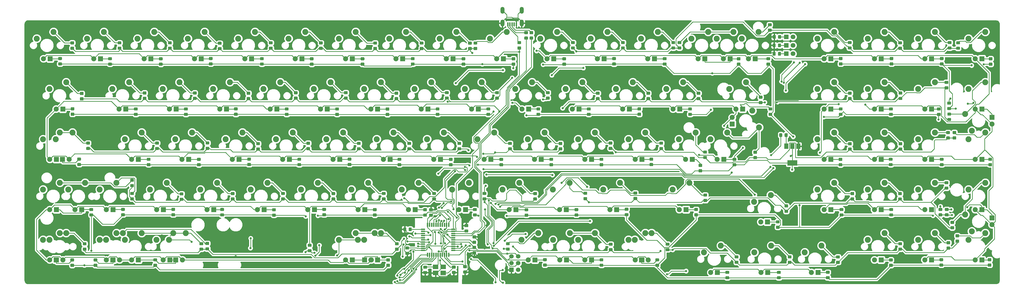
<source format=gbr>
G04 #@! TF.GenerationSoftware,KiCad,Pcbnew,(5.0.0)*
G04 #@! TF.CreationDate,2018-12-28T22:23:35+01:00*
G04 #@! TF.ProjectId,cypher,6379706865722E6B696361645F706362,rev?*
G04 #@! TF.SameCoordinates,Original*
G04 #@! TF.FileFunction,Copper,L2,Bot,Signal*
G04 #@! TF.FilePolarity,Positive*
%FSLAX46Y46*%
G04 Gerber Fmt 4.6, Leading zero omitted, Abs format (unit mm)*
G04 Created by KiCad (PCBNEW (5.0.0)) date 12/28/18 22:23:35*
%MOMM*%
%LPD*%
G01*
G04 APERTURE LIST*
G04 #@! TA.AperFunction,Conductor*
%ADD10C,0.100000*%
G04 #@! TD*
G04 #@! TA.AperFunction,SMDPad,CuDef*
%ADD11C,1.150000*%
G04 #@! TD*
G04 #@! TA.AperFunction,ComponentPad*
%ADD12R,1.700000X1.700000*%
G04 #@! TD*
G04 #@! TA.AperFunction,ComponentPad*
%ADD13C,1.700000*%
G04 #@! TD*
G04 #@! TA.AperFunction,ComponentPad*
%ADD14R,1.905000X1.905000*%
G04 #@! TD*
G04 #@! TA.AperFunction,ComponentPad*
%ADD15C,1.905000*%
G04 #@! TD*
G04 #@! TA.AperFunction,ComponentPad*
%ADD16C,2.250000*%
G04 #@! TD*
G04 #@! TA.AperFunction,ComponentPad*
%ADD17C,1.800000*%
G04 #@! TD*
G04 #@! TA.AperFunction,ComponentPad*
%ADD18R,1.800000X1.800000*%
G04 #@! TD*
G04 #@! TA.AperFunction,SMDPad,CuDef*
%ADD19R,0.500000X1.500000*%
G04 #@! TD*
G04 #@! TA.AperFunction,ComponentPad*
%ADD20O,1.500000X2.600000*%
G04 #@! TD*
G04 #@! TA.AperFunction,SMDPad,CuDef*
%ADD21R,1.500000X2.000000*%
G04 #@! TD*
G04 #@! TA.AperFunction,SMDPad,CuDef*
%ADD22R,3.800000X2.000000*%
G04 #@! TD*
G04 #@! TA.AperFunction,SMDPad,CuDef*
%ADD23R,0.550000X1.500000*%
G04 #@! TD*
G04 #@! TA.AperFunction,SMDPad,CuDef*
%ADD24R,1.500000X0.550000*%
G04 #@! TD*
G04 #@! TA.AperFunction,SMDPad,CuDef*
%ADD25R,2.100000X1.800000*%
G04 #@! TD*
G04 #@! TA.AperFunction,ViaPad*
%ADD26C,0.800000*%
G04 #@! TD*
G04 #@! TA.AperFunction,Conductor*
%ADD27C,0.250000*%
G04 #@! TD*
G04 #@! TA.AperFunction,Conductor*
%ADD28C,0.254000*%
G04 #@! TD*
G04 APERTURE END LIST*
D10*
G04 #@! TO.N,GND*
G04 #@! TO.C,C8*
G36*
X199374505Y-178801204D02*
X199398773Y-178804804D01*
X199422572Y-178810765D01*
X199445671Y-178819030D01*
X199467850Y-178829520D01*
X199488893Y-178842132D01*
X199508599Y-178856747D01*
X199526777Y-178873223D01*
X199543253Y-178891401D01*
X199557868Y-178911107D01*
X199570480Y-178932150D01*
X199580970Y-178954329D01*
X199589235Y-178977428D01*
X199595196Y-179001227D01*
X199598796Y-179025495D01*
X199600000Y-179049999D01*
X199600000Y-179700001D01*
X199598796Y-179724505D01*
X199595196Y-179748773D01*
X199589235Y-179772572D01*
X199580970Y-179795671D01*
X199570480Y-179817850D01*
X199557868Y-179838893D01*
X199543253Y-179858599D01*
X199526777Y-179876777D01*
X199508599Y-179893253D01*
X199488893Y-179907868D01*
X199467850Y-179920480D01*
X199445671Y-179930970D01*
X199422572Y-179939235D01*
X199398773Y-179945196D01*
X199374505Y-179948796D01*
X199350001Y-179950000D01*
X198449999Y-179950000D01*
X198425495Y-179948796D01*
X198401227Y-179945196D01*
X198377428Y-179939235D01*
X198354329Y-179930970D01*
X198332150Y-179920480D01*
X198311107Y-179907868D01*
X198291401Y-179893253D01*
X198273223Y-179876777D01*
X198256747Y-179858599D01*
X198242132Y-179838893D01*
X198229520Y-179817850D01*
X198219030Y-179795671D01*
X198210765Y-179772572D01*
X198204804Y-179748773D01*
X198201204Y-179724505D01*
X198200000Y-179700001D01*
X198200000Y-179049999D01*
X198201204Y-179025495D01*
X198204804Y-179001227D01*
X198210765Y-178977428D01*
X198219030Y-178954329D01*
X198229520Y-178932150D01*
X198242132Y-178911107D01*
X198256747Y-178891401D01*
X198273223Y-178873223D01*
X198291401Y-178856747D01*
X198311107Y-178842132D01*
X198332150Y-178829520D01*
X198354329Y-178819030D01*
X198377428Y-178810765D01*
X198401227Y-178804804D01*
X198425495Y-178801204D01*
X198449999Y-178800000D01*
X199350001Y-178800000D01*
X199374505Y-178801204D01*
X199374505Y-178801204D01*
G37*
D11*
G04 #@! TD*
G04 #@! TO.P,C8,2*
G04 #@! TO.N,GND*
X198900000Y-179375000D03*
D10*
G04 #@! TO.N,Net-(C8-Pad1)*
G04 #@! TO.C,C8*
G36*
X199374505Y-180851204D02*
X199398773Y-180854804D01*
X199422572Y-180860765D01*
X199445671Y-180869030D01*
X199467850Y-180879520D01*
X199488893Y-180892132D01*
X199508599Y-180906747D01*
X199526777Y-180923223D01*
X199543253Y-180941401D01*
X199557868Y-180961107D01*
X199570480Y-180982150D01*
X199580970Y-181004329D01*
X199589235Y-181027428D01*
X199595196Y-181051227D01*
X199598796Y-181075495D01*
X199600000Y-181099999D01*
X199600000Y-181750001D01*
X199598796Y-181774505D01*
X199595196Y-181798773D01*
X199589235Y-181822572D01*
X199580970Y-181845671D01*
X199570480Y-181867850D01*
X199557868Y-181888893D01*
X199543253Y-181908599D01*
X199526777Y-181926777D01*
X199508599Y-181943253D01*
X199488893Y-181957868D01*
X199467850Y-181970480D01*
X199445671Y-181980970D01*
X199422572Y-181989235D01*
X199398773Y-181995196D01*
X199374505Y-181998796D01*
X199350001Y-182000000D01*
X198449999Y-182000000D01*
X198425495Y-181998796D01*
X198401227Y-181995196D01*
X198377428Y-181989235D01*
X198354329Y-181980970D01*
X198332150Y-181970480D01*
X198311107Y-181957868D01*
X198291401Y-181943253D01*
X198273223Y-181926777D01*
X198256747Y-181908599D01*
X198242132Y-181888893D01*
X198229520Y-181867850D01*
X198219030Y-181845671D01*
X198210765Y-181822572D01*
X198204804Y-181798773D01*
X198201204Y-181774505D01*
X198200000Y-181750001D01*
X198200000Y-181099999D01*
X198201204Y-181075495D01*
X198204804Y-181051227D01*
X198210765Y-181027428D01*
X198219030Y-181004329D01*
X198229520Y-180982150D01*
X198242132Y-180961107D01*
X198256747Y-180941401D01*
X198273223Y-180923223D01*
X198291401Y-180906747D01*
X198311107Y-180892132D01*
X198332150Y-180879520D01*
X198354329Y-180869030D01*
X198377428Y-180860765D01*
X198401227Y-180854804D01*
X198425495Y-180851204D01*
X198449999Y-180850000D01*
X199350001Y-180850000D01*
X199374505Y-180851204D01*
X199374505Y-180851204D01*
G37*
D11*
G04 #@! TD*
G04 #@! TO.P,C8,1*
G04 #@! TO.N,Net-(C8-Pad1)*
X198900000Y-181425000D03*
D10*
G04 #@! TO.N,Net-(D4-Pad2)*
G04 #@! TO.C,D4*
G36*
X53274505Y-143251204D02*
X53298773Y-143254804D01*
X53322572Y-143260765D01*
X53345671Y-143269030D01*
X53367850Y-143279520D01*
X53388893Y-143292132D01*
X53408599Y-143306747D01*
X53426777Y-143323223D01*
X53443253Y-143341401D01*
X53457868Y-143361107D01*
X53470480Y-143382150D01*
X53480970Y-143404329D01*
X53489235Y-143427428D01*
X53495196Y-143451227D01*
X53498796Y-143475495D01*
X53500000Y-143499999D01*
X53500000Y-144150001D01*
X53498796Y-144174505D01*
X53495196Y-144198773D01*
X53489235Y-144222572D01*
X53480970Y-144245671D01*
X53470480Y-144267850D01*
X53457868Y-144288893D01*
X53443253Y-144308599D01*
X53426777Y-144326777D01*
X53408599Y-144343253D01*
X53388893Y-144357868D01*
X53367850Y-144370480D01*
X53345671Y-144380970D01*
X53322572Y-144389235D01*
X53298773Y-144395196D01*
X53274505Y-144398796D01*
X53250001Y-144400000D01*
X52349999Y-144400000D01*
X52325495Y-144398796D01*
X52301227Y-144395196D01*
X52277428Y-144389235D01*
X52254329Y-144380970D01*
X52232150Y-144370480D01*
X52211107Y-144357868D01*
X52191401Y-144343253D01*
X52173223Y-144326777D01*
X52156747Y-144308599D01*
X52142132Y-144288893D01*
X52129520Y-144267850D01*
X52119030Y-144245671D01*
X52110765Y-144222572D01*
X52104804Y-144198773D01*
X52101204Y-144174505D01*
X52100000Y-144150001D01*
X52100000Y-143499999D01*
X52101204Y-143475495D01*
X52104804Y-143451227D01*
X52110765Y-143427428D01*
X52119030Y-143404329D01*
X52129520Y-143382150D01*
X52142132Y-143361107D01*
X52156747Y-143341401D01*
X52173223Y-143323223D01*
X52191401Y-143306747D01*
X52211107Y-143292132D01*
X52232150Y-143279520D01*
X52254329Y-143269030D01*
X52277428Y-143260765D01*
X52301227Y-143254804D01*
X52325495Y-143251204D01*
X52349999Y-143250000D01*
X53250001Y-143250000D01*
X53274505Y-143251204D01*
X53274505Y-143251204D01*
G37*
D11*
G04 #@! TD*
G04 #@! TO.P,D4,2*
G04 #@! TO.N,Net-(D4-Pad2)*
X52800000Y-143825000D03*
D10*
G04 #@! TO.N,MOSI*
G04 #@! TO.C,D4*
G36*
X53274505Y-145301204D02*
X53298773Y-145304804D01*
X53322572Y-145310765D01*
X53345671Y-145319030D01*
X53367850Y-145329520D01*
X53388893Y-145342132D01*
X53408599Y-145356747D01*
X53426777Y-145373223D01*
X53443253Y-145391401D01*
X53457868Y-145411107D01*
X53470480Y-145432150D01*
X53480970Y-145454329D01*
X53489235Y-145477428D01*
X53495196Y-145501227D01*
X53498796Y-145525495D01*
X53500000Y-145549999D01*
X53500000Y-146200001D01*
X53498796Y-146224505D01*
X53495196Y-146248773D01*
X53489235Y-146272572D01*
X53480970Y-146295671D01*
X53470480Y-146317850D01*
X53457868Y-146338893D01*
X53443253Y-146358599D01*
X53426777Y-146376777D01*
X53408599Y-146393253D01*
X53388893Y-146407868D01*
X53367850Y-146420480D01*
X53345671Y-146430970D01*
X53322572Y-146439235D01*
X53298773Y-146445196D01*
X53274505Y-146448796D01*
X53250001Y-146450000D01*
X52349999Y-146450000D01*
X52325495Y-146448796D01*
X52301227Y-146445196D01*
X52277428Y-146439235D01*
X52254329Y-146430970D01*
X52232150Y-146420480D01*
X52211107Y-146407868D01*
X52191401Y-146393253D01*
X52173223Y-146376777D01*
X52156747Y-146358599D01*
X52142132Y-146338893D01*
X52129520Y-146317850D01*
X52119030Y-146295671D01*
X52110765Y-146272572D01*
X52104804Y-146248773D01*
X52101204Y-146224505D01*
X52100000Y-146200001D01*
X52100000Y-145549999D01*
X52101204Y-145525495D01*
X52104804Y-145501227D01*
X52110765Y-145477428D01*
X52119030Y-145454329D01*
X52129520Y-145432150D01*
X52142132Y-145411107D01*
X52156747Y-145391401D01*
X52173223Y-145373223D01*
X52191401Y-145356747D01*
X52211107Y-145342132D01*
X52232150Y-145329520D01*
X52254329Y-145319030D01*
X52277428Y-145310765D01*
X52301227Y-145304804D01*
X52325495Y-145301204D01*
X52349999Y-145300000D01*
X53250001Y-145300000D01*
X53274505Y-145301204D01*
X53274505Y-145301204D01*
G37*
D11*
G04 #@! TD*
G04 #@! TO.P,D4,1*
G04 #@! TO.N,MOSI*
X52800000Y-145875000D03*
D10*
G04 #@! TO.N,Net-(D5-Pad2)*
G04 #@! TO.C,D5*
G36*
X69914505Y-157326204D02*
X69938773Y-157329804D01*
X69962572Y-157335765D01*
X69985671Y-157344030D01*
X70007850Y-157354520D01*
X70028893Y-157367132D01*
X70048599Y-157381747D01*
X70066777Y-157398223D01*
X70083253Y-157416401D01*
X70097868Y-157436107D01*
X70110480Y-157457150D01*
X70120970Y-157479329D01*
X70129235Y-157502428D01*
X70135196Y-157526227D01*
X70138796Y-157550495D01*
X70140000Y-157574999D01*
X70140000Y-158225001D01*
X70138796Y-158249505D01*
X70135196Y-158273773D01*
X70129235Y-158297572D01*
X70120970Y-158320671D01*
X70110480Y-158342850D01*
X70097868Y-158363893D01*
X70083253Y-158383599D01*
X70066777Y-158401777D01*
X70048599Y-158418253D01*
X70028893Y-158432868D01*
X70007850Y-158445480D01*
X69985671Y-158455970D01*
X69962572Y-158464235D01*
X69938773Y-158470196D01*
X69914505Y-158473796D01*
X69890001Y-158475000D01*
X68989999Y-158475000D01*
X68965495Y-158473796D01*
X68941227Y-158470196D01*
X68917428Y-158464235D01*
X68894329Y-158455970D01*
X68872150Y-158445480D01*
X68851107Y-158432868D01*
X68831401Y-158418253D01*
X68813223Y-158401777D01*
X68796747Y-158383599D01*
X68782132Y-158363893D01*
X68769520Y-158342850D01*
X68759030Y-158320671D01*
X68750765Y-158297572D01*
X68744804Y-158273773D01*
X68741204Y-158249505D01*
X68740000Y-158225001D01*
X68740000Y-157574999D01*
X68741204Y-157550495D01*
X68744804Y-157526227D01*
X68750765Y-157502428D01*
X68759030Y-157479329D01*
X68769520Y-157457150D01*
X68782132Y-157436107D01*
X68796747Y-157416401D01*
X68813223Y-157398223D01*
X68831401Y-157381747D01*
X68851107Y-157367132D01*
X68872150Y-157354520D01*
X68894329Y-157344030D01*
X68917428Y-157335765D01*
X68941227Y-157329804D01*
X68965495Y-157326204D01*
X68989999Y-157325000D01*
X69890001Y-157325000D01*
X69914505Y-157326204D01*
X69914505Y-157326204D01*
G37*
D11*
G04 #@! TD*
G04 #@! TO.P,D5,2*
G04 #@! TO.N,Net-(D5-Pad2)*
X69440000Y-157900000D03*
D10*
G04 #@! TO.N,MISO*
G04 #@! TO.C,D5*
G36*
X69914505Y-159376204D02*
X69938773Y-159379804D01*
X69962572Y-159385765D01*
X69985671Y-159394030D01*
X70007850Y-159404520D01*
X70028893Y-159417132D01*
X70048599Y-159431747D01*
X70066777Y-159448223D01*
X70083253Y-159466401D01*
X70097868Y-159486107D01*
X70110480Y-159507150D01*
X70120970Y-159529329D01*
X70129235Y-159552428D01*
X70135196Y-159576227D01*
X70138796Y-159600495D01*
X70140000Y-159624999D01*
X70140000Y-160275001D01*
X70138796Y-160299505D01*
X70135196Y-160323773D01*
X70129235Y-160347572D01*
X70120970Y-160370671D01*
X70110480Y-160392850D01*
X70097868Y-160413893D01*
X70083253Y-160433599D01*
X70066777Y-160451777D01*
X70048599Y-160468253D01*
X70028893Y-160482868D01*
X70007850Y-160495480D01*
X69985671Y-160505970D01*
X69962572Y-160514235D01*
X69938773Y-160520196D01*
X69914505Y-160523796D01*
X69890001Y-160525000D01*
X68989999Y-160525000D01*
X68965495Y-160523796D01*
X68941227Y-160520196D01*
X68917428Y-160514235D01*
X68894329Y-160505970D01*
X68872150Y-160495480D01*
X68851107Y-160482868D01*
X68831401Y-160468253D01*
X68813223Y-160451777D01*
X68796747Y-160433599D01*
X68782132Y-160413893D01*
X68769520Y-160392850D01*
X68759030Y-160370671D01*
X68750765Y-160347572D01*
X68744804Y-160323773D01*
X68741204Y-160299505D01*
X68740000Y-160275001D01*
X68740000Y-159624999D01*
X68741204Y-159600495D01*
X68744804Y-159576227D01*
X68750765Y-159552428D01*
X68759030Y-159529329D01*
X68769520Y-159507150D01*
X68782132Y-159486107D01*
X68796747Y-159466401D01*
X68813223Y-159448223D01*
X68831401Y-159431747D01*
X68851107Y-159417132D01*
X68872150Y-159404520D01*
X68894329Y-159394030D01*
X68917428Y-159385765D01*
X68941227Y-159379804D01*
X68965495Y-159376204D01*
X68989999Y-159375000D01*
X69890001Y-159375000D01*
X69914505Y-159376204D01*
X69914505Y-159376204D01*
G37*
D11*
G04 #@! TD*
G04 #@! TO.P,D5,1*
G04 #@! TO.N,MISO*
X69440000Y-159950000D03*
D10*
G04 #@! TO.N,Net-(D6-Pad2)*
G04 #@! TO.C,D6*
G36*
X51974505Y-181401204D02*
X51998773Y-181404804D01*
X52022572Y-181410765D01*
X52045671Y-181419030D01*
X52067850Y-181429520D01*
X52088893Y-181442132D01*
X52108599Y-181456747D01*
X52126777Y-181473223D01*
X52143253Y-181491401D01*
X52157868Y-181511107D01*
X52170480Y-181532150D01*
X52180970Y-181554329D01*
X52189235Y-181577428D01*
X52195196Y-181601227D01*
X52198796Y-181625495D01*
X52200000Y-181649999D01*
X52200000Y-182300001D01*
X52198796Y-182324505D01*
X52195196Y-182348773D01*
X52189235Y-182372572D01*
X52180970Y-182395671D01*
X52170480Y-182417850D01*
X52157868Y-182438893D01*
X52143253Y-182458599D01*
X52126777Y-182476777D01*
X52108599Y-182493253D01*
X52088893Y-182507868D01*
X52067850Y-182520480D01*
X52045671Y-182530970D01*
X52022572Y-182539235D01*
X51998773Y-182545196D01*
X51974505Y-182548796D01*
X51950001Y-182550000D01*
X51049999Y-182550000D01*
X51025495Y-182548796D01*
X51001227Y-182545196D01*
X50977428Y-182539235D01*
X50954329Y-182530970D01*
X50932150Y-182520480D01*
X50911107Y-182507868D01*
X50891401Y-182493253D01*
X50873223Y-182476777D01*
X50856747Y-182458599D01*
X50842132Y-182438893D01*
X50829520Y-182417850D01*
X50819030Y-182395671D01*
X50810765Y-182372572D01*
X50804804Y-182348773D01*
X50801204Y-182324505D01*
X50800000Y-182300001D01*
X50800000Y-181649999D01*
X50801204Y-181625495D01*
X50804804Y-181601227D01*
X50810765Y-181577428D01*
X50819030Y-181554329D01*
X50829520Y-181532150D01*
X50842132Y-181511107D01*
X50856747Y-181491401D01*
X50873223Y-181473223D01*
X50891401Y-181456747D01*
X50911107Y-181442132D01*
X50932150Y-181429520D01*
X50954329Y-181419030D01*
X50977428Y-181410765D01*
X51001227Y-181404804D01*
X51025495Y-181401204D01*
X51049999Y-181400000D01*
X51950001Y-181400000D01*
X51974505Y-181401204D01*
X51974505Y-181401204D01*
G37*
D11*
G04 #@! TD*
G04 #@! TO.P,D6,2*
G04 #@! TO.N,Net-(D6-Pad2)*
X51500000Y-181975000D03*
D10*
G04 #@! TO.N,Row4*
G04 #@! TO.C,D6*
G36*
X51974505Y-183451204D02*
X51998773Y-183454804D01*
X52022572Y-183460765D01*
X52045671Y-183469030D01*
X52067850Y-183479520D01*
X52088893Y-183492132D01*
X52108599Y-183506747D01*
X52126777Y-183523223D01*
X52143253Y-183541401D01*
X52157868Y-183561107D01*
X52170480Y-183582150D01*
X52180970Y-183604329D01*
X52189235Y-183627428D01*
X52195196Y-183651227D01*
X52198796Y-183675495D01*
X52200000Y-183699999D01*
X52200000Y-184350001D01*
X52198796Y-184374505D01*
X52195196Y-184398773D01*
X52189235Y-184422572D01*
X52180970Y-184445671D01*
X52170480Y-184467850D01*
X52157868Y-184488893D01*
X52143253Y-184508599D01*
X52126777Y-184526777D01*
X52108599Y-184543253D01*
X52088893Y-184557868D01*
X52067850Y-184570480D01*
X52045671Y-184580970D01*
X52022572Y-184589235D01*
X51998773Y-184595196D01*
X51974505Y-184598796D01*
X51950001Y-184600000D01*
X51049999Y-184600000D01*
X51025495Y-184598796D01*
X51001227Y-184595196D01*
X50977428Y-184589235D01*
X50954329Y-184580970D01*
X50932150Y-184570480D01*
X50911107Y-184557868D01*
X50891401Y-184543253D01*
X50873223Y-184526777D01*
X50856747Y-184508599D01*
X50842132Y-184488893D01*
X50829520Y-184467850D01*
X50819030Y-184445671D01*
X50810765Y-184422572D01*
X50804804Y-184398773D01*
X50801204Y-184374505D01*
X50800000Y-184350001D01*
X50800000Y-183699999D01*
X50801204Y-183675495D01*
X50804804Y-183651227D01*
X50810765Y-183627428D01*
X50819030Y-183604329D01*
X50829520Y-183582150D01*
X50842132Y-183561107D01*
X50856747Y-183541401D01*
X50873223Y-183523223D01*
X50891401Y-183506747D01*
X50911107Y-183492132D01*
X50932150Y-183479520D01*
X50954329Y-183469030D01*
X50977428Y-183460765D01*
X51001227Y-183454804D01*
X51025495Y-183451204D01*
X51049999Y-183450000D01*
X51950001Y-183450000D01*
X51974505Y-183451204D01*
X51974505Y-183451204D01*
G37*
D11*
G04 #@! TD*
G04 #@! TO.P,D6,1*
G04 #@! TO.N,Row4*
X51500000Y-184025000D03*
D10*
G04 #@! TO.N,Net-(D7-Pad2)*
G04 #@! TO.C,D7*
G36*
X47274505Y-105301204D02*
X47298773Y-105304804D01*
X47322572Y-105310765D01*
X47345671Y-105319030D01*
X47367850Y-105329520D01*
X47388893Y-105342132D01*
X47408599Y-105356747D01*
X47426777Y-105373223D01*
X47443253Y-105391401D01*
X47457868Y-105411107D01*
X47470480Y-105432150D01*
X47480970Y-105454329D01*
X47489235Y-105477428D01*
X47495196Y-105501227D01*
X47498796Y-105525495D01*
X47500000Y-105549999D01*
X47500000Y-106200001D01*
X47498796Y-106224505D01*
X47495196Y-106248773D01*
X47489235Y-106272572D01*
X47480970Y-106295671D01*
X47470480Y-106317850D01*
X47457868Y-106338893D01*
X47443253Y-106358599D01*
X47426777Y-106376777D01*
X47408599Y-106393253D01*
X47388893Y-106407868D01*
X47367850Y-106420480D01*
X47345671Y-106430970D01*
X47322572Y-106439235D01*
X47298773Y-106445196D01*
X47274505Y-106448796D01*
X47250001Y-106450000D01*
X46349999Y-106450000D01*
X46325495Y-106448796D01*
X46301227Y-106445196D01*
X46277428Y-106439235D01*
X46254329Y-106430970D01*
X46232150Y-106420480D01*
X46211107Y-106407868D01*
X46191401Y-106393253D01*
X46173223Y-106376777D01*
X46156747Y-106358599D01*
X46142132Y-106338893D01*
X46129520Y-106317850D01*
X46119030Y-106295671D01*
X46110765Y-106272572D01*
X46104804Y-106248773D01*
X46101204Y-106224505D01*
X46100000Y-106200001D01*
X46100000Y-105549999D01*
X46101204Y-105525495D01*
X46104804Y-105501227D01*
X46110765Y-105477428D01*
X46119030Y-105454329D01*
X46129520Y-105432150D01*
X46142132Y-105411107D01*
X46156747Y-105391401D01*
X46173223Y-105373223D01*
X46191401Y-105356747D01*
X46211107Y-105342132D01*
X46232150Y-105329520D01*
X46254329Y-105319030D01*
X46277428Y-105310765D01*
X46301227Y-105304804D01*
X46325495Y-105301204D01*
X46349999Y-105300000D01*
X47250001Y-105300000D01*
X47274505Y-105301204D01*
X47274505Y-105301204D01*
G37*
D11*
G04 #@! TD*
G04 #@! TO.P,D7,2*
G04 #@! TO.N,Net-(D7-Pad2)*
X46800000Y-105875000D03*
D10*
G04 #@! TO.N,Row0*
G04 #@! TO.C,D7*
G36*
X47274505Y-107351204D02*
X47298773Y-107354804D01*
X47322572Y-107360765D01*
X47345671Y-107369030D01*
X47367850Y-107379520D01*
X47388893Y-107392132D01*
X47408599Y-107406747D01*
X47426777Y-107423223D01*
X47443253Y-107441401D01*
X47457868Y-107461107D01*
X47470480Y-107482150D01*
X47480970Y-107504329D01*
X47489235Y-107527428D01*
X47495196Y-107551227D01*
X47498796Y-107575495D01*
X47500000Y-107599999D01*
X47500000Y-108250001D01*
X47498796Y-108274505D01*
X47495196Y-108298773D01*
X47489235Y-108322572D01*
X47480970Y-108345671D01*
X47470480Y-108367850D01*
X47457868Y-108388893D01*
X47443253Y-108408599D01*
X47426777Y-108426777D01*
X47408599Y-108443253D01*
X47388893Y-108457868D01*
X47367850Y-108470480D01*
X47345671Y-108480970D01*
X47322572Y-108489235D01*
X47298773Y-108495196D01*
X47274505Y-108498796D01*
X47250001Y-108500000D01*
X46349999Y-108500000D01*
X46325495Y-108498796D01*
X46301227Y-108495196D01*
X46277428Y-108489235D01*
X46254329Y-108480970D01*
X46232150Y-108470480D01*
X46211107Y-108457868D01*
X46191401Y-108443253D01*
X46173223Y-108426777D01*
X46156747Y-108408599D01*
X46142132Y-108388893D01*
X46129520Y-108367850D01*
X46119030Y-108345671D01*
X46110765Y-108322572D01*
X46104804Y-108298773D01*
X46101204Y-108274505D01*
X46100000Y-108250001D01*
X46100000Y-107599999D01*
X46101204Y-107575495D01*
X46104804Y-107551227D01*
X46110765Y-107527428D01*
X46119030Y-107504329D01*
X46129520Y-107482150D01*
X46142132Y-107461107D01*
X46156747Y-107441401D01*
X46173223Y-107423223D01*
X46191401Y-107406747D01*
X46211107Y-107392132D01*
X46232150Y-107379520D01*
X46254329Y-107369030D01*
X46277428Y-107360765D01*
X46301227Y-107354804D01*
X46325495Y-107351204D01*
X46349999Y-107350000D01*
X47250001Y-107350000D01*
X47274505Y-107351204D01*
X47274505Y-107351204D01*
G37*
D11*
G04 #@! TD*
G04 #@! TO.P,D7,1*
G04 #@! TO.N,Row0*
X46800000Y-107925000D03*
D10*
G04 #@! TO.N,Net-(D8-Pad2)*
G04 #@! TO.C,D8*
G36*
X50874505Y-124451204D02*
X50898773Y-124454804D01*
X50922572Y-124460765D01*
X50945671Y-124469030D01*
X50967850Y-124479520D01*
X50988893Y-124492132D01*
X51008599Y-124506747D01*
X51026777Y-124523223D01*
X51043253Y-124541401D01*
X51057868Y-124561107D01*
X51070480Y-124582150D01*
X51080970Y-124604329D01*
X51089235Y-124627428D01*
X51095196Y-124651227D01*
X51098796Y-124675495D01*
X51100000Y-124699999D01*
X51100000Y-125350001D01*
X51098796Y-125374505D01*
X51095196Y-125398773D01*
X51089235Y-125422572D01*
X51080970Y-125445671D01*
X51070480Y-125467850D01*
X51057868Y-125488893D01*
X51043253Y-125508599D01*
X51026777Y-125526777D01*
X51008599Y-125543253D01*
X50988893Y-125557868D01*
X50967850Y-125570480D01*
X50945671Y-125580970D01*
X50922572Y-125589235D01*
X50898773Y-125595196D01*
X50874505Y-125598796D01*
X50850001Y-125600000D01*
X49949999Y-125600000D01*
X49925495Y-125598796D01*
X49901227Y-125595196D01*
X49877428Y-125589235D01*
X49854329Y-125580970D01*
X49832150Y-125570480D01*
X49811107Y-125557868D01*
X49791401Y-125543253D01*
X49773223Y-125526777D01*
X49756747Y-125508599D01*
X49742132Y-125488893D01*
X49729520Y-125467850D01*
X49719030Y-125445671D01*
X49710765Y-125422572D01*
X49704804Y-125398773D01*
X49701204Y-125374505D01*
X49700000Y-125350001D01*
X49700000Y-124699999D01*
X49701204Y-124675495D01*
X49704804Y-124651227D01*
X49710765Y-124627428D01*
X49719030Y-124604329D01*
X49729520Y-124582150D01*
X49742132Y-124561107D01*
X49756747Y-124541401D01*
X49773223Y-124523223D01*
X49791401Y-124506747D01*
X49811107Y-124492132D01*
X49832150Y-124479520D01*
X49854329Y-124469030D01*
X49877428Y-124460765D01*
X49901227Y-124454804D01*
X49925495Y-124451204D01*
X49949999Y-124450000D01*
X50850001Y-124450000D01*
X50874505Y-124451204D01*
X50874505Y-124451204D01*
G37*
D11*
G04 #@! TD*
G04 #@! TO.P,D8,2*
G04 #@! TO.N,Net-(D8-Pad2)*
X50400000Y-125025000D03*
D10*
G04 #@! TO.N,Row1*
G04 #@! TO.C,D8*
G36*
X50874505Y-126501204D02*
X50898773Y-126504804D01*
X50922572Y-126510765D01*
X50945671Y-126519030D01*
X50967850Y-126529520D01*
X50988893Y-126542132D01*
X51008599Y-126556747D01*
X51026777Y-126573223D01*
X51043253Y-126591401D01*
X51057868Y-126611107D01*
X51070480Y-126632150D01*
X51080970Y-126654329D01*
X51089235Y-126677428D01*
X51095196Y-126701227D01*
X51098796Y-126725495D01*
X51100000Y-126749999D01*
X51100000Y-127400001D01*
X51098796Y-127424505D01*
X51095196Y-127448773D01*
X51089235Y-127472572D01*
X51080970Y-127495671D01*
X51070480Y-127517850D01*
X51057868Y-127538893D01*
X51043253Y-127558599D01*
X51026777Y-127576777D01*
X51008599Y-127593253D01*
X50988893Y-127607868D01*
X50967850Y-127620480D01*
X50945671Y-127630970D01*
X50922572Y-127639235D01*
X50898773Y-127645196D01*
X50874505Y-127648796D01*
X50850001Y-127650000D01*
X49949999Y-127650000D01*
X49925495Y-127648796D01*
X49901227Y-127645196D01*
X49877428Y-127639235D01*
X49854329Y-127630970D01*
X49832150Y-127620480D01*
X49811107Y-127607868D01*
X49791401Y-127593253D01*
X49773223Y-127576777D01*
X49756747Y-127558599D01*
X49742132Y-127538893D01*
X49729520Y-127517850D01*
X49719030Y-127495671D01*
X49710765Y-127472572D01*
X49704804Y-127448773D01*
X49701204Y-127424505D01*
X49700000Y-127400001D01*
X49700000Y-126749999D01*
X49701204Y-126725495D01*
X49704804Y-126701227D01*
X49710765Y-126677428D01*
X49719030Y-126654329D01*
X49729520Y-126632150D01*
X49742132Y-126611107D01*
X49756747Y-126591401D01*
X49773223Y-126573223D01*
X49791401Y-126556747D01*
X49811107Y-126542132D01*
X49832150Y-126529520D01*
X49854329Y-126519030D01*
X49877428Y-126510765D01*
X49901227Y-126504804D01*
X49925495Y-126501204D01*
X49949999Y-126500000D01*
X50850001Y-126500000D01*
X50874505Y-126501204D01*
X50874505Y-126501204D01*
G37*
D11*
G04 #@! TD*
G04 #@! TO.P,D8,1*
G04 #@! TO.N,Row1*
X50400000Y-127075000D03*
D10*
G04 #@! TO.N,Net-(D9-Pad2)*
G04 #@! TO.C,D9*
G36*
X98374505Y-181276204D02*
X98398773Y-181279804D01*
X98422572Y-181285765D01*
X98445671Y-181294030D01*
X98467850Y-181304520D01*
X98488893Y-181317132D01*
X98508599Y-181331747D01*
X98526777Y-181348223D01*
X98543253Y-181366401D01*
X98557868Y-181386107D01*
X98570480Y-181407150D01*
X98580970Y-181429329D01*
X98589235Y-181452428D01*
X98595196Y-181476227D01*
X98598796Y-181500495D01*
X98600000Y-181524999D01*
X98600000Y-182175001D01*
X98598796Y-182199505D01*
X98595196Y-182223773D01*
X98589235Y-182247572D01*
X98580970Y-182270671D01*
X98570480Y-182292850D01*
X98557868Y-182313893D01*
X98543253Y-182333599D01*
X98526777Y-182351777D01*
X98508599Y-182368253D01*
X98488893Y-182382868D01*
X98467850Y-182395480D01*
X98445671Y-182405970D01*
X98422572Y-182414235D01*
X98398773Y-182420196D01*
X98374505Y-182423796D01*
X98350001Y-182425000D01*
X97449999Y-182425000D01*
X97425495Y-182423796D01*
X97401227Y-182420196D01*
X97377428Y-182414235D01*
X97354329Y-182405970D01*
X97332150Y-182395480D01*
X97311107Y-182382868D01*
X97291401Y-182368253D01*
X97273223Y-182351777D01*
X97256747Y-182333599D01*
X97242132Y-182313893D01*
X97229520Y-182292850D01*
X97219030Y-182270671D01*
X97210765Y-182247572D01*
X97204804Y-182223773D01*
X97201204Y-182199505D01*
X97200000Y-182175001D01*
X97200000Y-181524999D01*
X97201204Y-181500495D01*
X97204804Y-181476227D01*
X97210765Y-181452428D01*
X97219030Y-181429329D01*
X97229520Y-181407150D01*
X97242132Y-181386107D01*
X97256747Y-181366401D01*
X97273223Y-181348223D01*
X97291401Y-181331747D01*
X97311107Y-181317132D01*
X97332150Y-181304520D01*
X97354329Y-181294030D01*
X97377428Y-181285765D01*
X97401227Y-181279804D01*
X97425495Y-181276204D01*
X97449999Y-181275000D01*
X98350001Y-181275000D01*
X98374505Y-181276204D01*
X98374505Y-181276204D01*
G37*
D11*
G04 #@! TD*
G04 #@! TO.P,D9,2*
G04 #@! TO.N,Net-(D9-Pad2)*
X97900000Y-181850000D03*
D10*
G04 #@! TO.N,Row4*
G04 #@! TO.C,D9*
G36*
X98374505Y-183326204D02*
X98398773Y-183329804D01*
X98422572Y-183335765D01*
X98445671Y-183344030D01*
X98467850Y-183354520D01*
X98488893Y-183367132D01*
X98508599Y-183381747D01*
X98526777Y-183398223D01*
X98543253Y-183416401D01*
X98557868Y-183436107D01*
X98570480Y-183457150D01*
X98580970Y-183479329D01*
X98589235Y-183502428D01*
X98595196Y-183526227D01*
X98598796Y-183550495D01*
X98600000Y-183574999D01*
X98600000Y-184225001D01*
X98598796Y-184249505D01*
X98595196Y-184273773D01*
X98589235Y-184297572D01*
X98580970Y-184320671D01*
X98570480Y-184342850D01*
X98557868Y-184363893D01*
X98543253Y-184383599D01*
X98526777Y-184401777D01*
X98508599Y-184418253D01*
X98488893Y-184432868D01*
X98467850Y-184445480D01*
X98445671Y-184455970D01*
X98422572Y-184464235D01*
X98398773Y-184470196D01*
X98374505Y-184473796D01*
X98350001Y-184475000D01*
X97449999Y-184475000D01*
X97425495Y-184473796D01*
X97401227Y-184470196D01*
X97377428Y-184464235D01*
X97354329Y-184455970D01*
X97332150Y-184445480D01*
X97311107Y-184432868D01*
X97291401Y-184418253D01*
X97273223Y-184401777D01*
X97256747Y-184383599D01*
X97242132Y-184363893D01*
X97229520Y-184342850D01*
X97219030Y-184320671D01*
X97210765Y-184297572D01*
X97204804Y-184273773D01*
X97201204Y-184249505D01*
X97200000Y-184225001D01*
X97200000Y-183574999D01*
X97201204Y-183550495D01*
X97204804Y-183526227D01*
X97210765Y-183502428D01*
X97219030Y-183479329D01*
X97229520Y-183457150D01*
X97242132Y-183436107D01*
X97256747Y-183416401D01*
X97273223Y-183398223D01*
X97291401Y-183381747D01*
X97311107Y-183367132D01*
X97332150Y-183354520D01*
X97354329Y-183344030D01*
X97377428Y-183335765D01*
X97401227Y-183329804D01*
X97425495Y-183326204D01*
X97449999Y-183325000D01*
X98350001Y-183325000D01*
X98374505Y-183326204D01*
X98374505Y-183326204D01*
G37*
D11*
G04 #@! TD*
G04 #@! TO.P,D9,1*
G04 #@! TO.N,Row4*
X97900000Y-183900000D03*
D10*
G04 #@! TO.N,Net-(D10-Pad2)*
G04 #@! TO.C,D10*
G36*
X69914505Y-162361204D02*
X69938773Y-162364804D01*
X69962572Y-162370765D01*
X69985671Y-162379030D01*
X70007850Y-162389520D01*
X70028893Y-162402132D01*
X70048599Y-162416747D01*
X70066777Y-162433223D01*
X70083253Y-162451401D01*
X70097868Y-162471107D01*
X70110480Y-162492150D01*
X70120970Y-162514329D01*
X70129235Y-162537428D01*
X70135196Y-162561227D01*
X70138796Y-162585495D01*
X70140000Y-162609999D01*
X70140000Y-163260001D01*
X70138796Y-163284505D01*
X70135196Y-163308773D01*
X70129235Y-163332572D01*
X70120970Y-163355671D01*
X70110480Y-163377850D01*
X70097868Y-163398893D01*
X70083253Y-163418599D01*
X70066777Y-163436777D01*
X70048599Y-163453253D01*
X70028893Y-163467868D01*
X70007850Y-163480480D01*
X69985671Y-163490970D01*
X69962572Y-163499235D01*
X69938773Y-163505196D01*
X69914505Y-163508796D01*
X69890001Y-163510000D01*
X68989999Y-163510000D01*
X68965495Y-163508796D01*
X68941227Y-163505196D01*
X68917428Y-163499235D01*
X68894329Y-163490970D01*
X68872150Y-163480480D01*
X68851107Y-163467868D01*
X68831401Y-163453253D01*
X68813223Y-163436777D01*
X68796747Y-163418599D01*
X68782132Y-163398893D01*
X68769520Y-163377850D01*
X68759030Y-163355671D01*
X68750765Y-163332572D01*
X68744804Y-163308773D01*
X68741204Y-163284505D01*
X68740000Y-163260001D01*
X68740000Y-162609999D01*
X68741204Y-162585495D01*
X68744804Y-162561227D01*
X68750765Y-162537428D01*
X68759030Y-162514329D01*
X68769520Y-162492150D01*
X68782132Y-162471107D01*
X68796747Y-162451401D01*
X68813223Y-162433223D01*
X68831401Y-162416747D01*
X68851107Y-162402132D01*
X68872150Y-162389520D01*
X68894329Y-162379030D01*
X68917428Y-162370765D01*
X68941227Y-162364804D01*
X68965495Y-162361204D01*
X68989999Y-162360000D01*
X69890001Y-162360000D01*
X69914505Y-162361204D01*
X69914505Y-162361204D01*
G37*
D11*
G04 #@! TD*
G04 #@! TO.P,D10,2*
G04 #@! TO.N,Net-(D10-Pad2)*
X69440000Y-162935000D03*
D10*
G04 #@! TO.N,MISO*
G04 #@! TO.C,D10*
G36*
X69914505Y-164411204D02*
X69938773Y-164414804D01*
X69962572Y-164420765D01*
X69985671Y-164429030D01*
X70007850Y-164439520D01*
X70028893Y-164452132D01*
X70048599Y-164466747D01*
X70066777Y-164483223D01*
X70083253Y-164501401D01*
X70097868Y-164521107D01*
X70110480Y-164542150D01*
X70120970Y-164564329D01*
X70129235Y-164587428D01*
X70135196Y-164611227D01*
X70138796Y-164635495D01*
X70140000Y-164659999D01*
X70140000Y-165310001D01*
X70138796Y-165334505D01*
X70135196Y-165358773D01*
X70129235Y-165382572D01*
X70120970Y-165405671D01*
X70110480Y-165427850D01*
X70097868Y-165448893D01*
X70083253Y-165468599D01*
X70066777Y-165486777D01*
X70048599Y-165503253D01*
X70028893Y-165517868D01*
X70007850Y-165530480D01*
X69985671Y-165540970D01*
X69962572Y-165549235D01*
X69938773Y-165555196D01*
X69914505Y-165558796D01*
X69890001Y-165560000D01*
X68989999Y-165560000D01*
X68965495Y-165558796D01*
X68941227Y-165555196D01*
X68917428Y-165549235D01*
X68894329Y-165540970D01*
X68872150Y-165530480D01*
X68851107Y-165517868D01*
X68831401Y-165503253D01*
X68813223Y-165486777D01*
X68796747Y-165468599D01*
X68782132Y-165448893D01*
X68769520Y-165427850D01*
X68759030Y-165405671D01*
X68750765Y-165382572D01*
X68744804Y-165358773D01*
X68741204Y-165334505D01*
X68740000Y-165310001D01*
X68740000Y-164659999D01*
X68741204Y-164635495D01*
X68744804Y-164611227D01*
X68750765Y-164587428D01*
X68759030Y-164564329D01*
X68769520Y-164542150D01*
X68782132Y-164521107D01*
X68796747Y-164501401D01*
X68813223Y-164483223D01*
X68831401Y-164466747D01*
X68851107Y-164452132D01*
X68872150Y-164439520D01*
X68894329Y-164429030D01*
X68917428Y-164420765D01*
X68941227Y-164414804D01*
X68965495Y-164411204D01*
X68989999Y-164410000D01*
X69890001Y-164410000D01*
X69914505Y-164411204D01*
X69914505Y-164411204D01*
G37*
D11*
G04 #@! TD*
G04 #@! TO.P,D10,1*
G04 #@! TO.N,MISO*
X69440000Y-164985000D03*
D10*
G04 #@! TO.N,Net-(D11-Pad2)*
G04 #@! TO.C,D11*
G36*
X65174505Y-105276204D02*
X65198773Y-105279804D01*
X65222572Y-105285765D01*
X65245671Y-105294030D01*
X65267850Y-105304520D01*
X65288893Y-105317132D01*
X65308599Y-105331747D01*
X65326777Y-105348223D01*
X65343253Y-105366401D01*
X65357868Y-105386107D01*
X65370480Y-105407150D01*
X65380970Y-105429329D01*
X65389235Y-105452428D01*
X65395196Y-105476227D01*
X65398796Y-105500495D01*
X65400000Y-105524999D01*
X65400000Y-106175001D01*
X65398796Y-106199505D01*
X65395196Y-106223773D01*
X65389235Y-106247572D01*
X65380970Y-106270671D01*
X65370480Y-106292850D01*
X65357868Y-106313893D01*
X65343253Y-106333599D01*
X65326777Y-106351777D01*
X65308599Y-106368253D01*
X65288893Y-106382868D01*
X65267850Y-106395480D01*
X65245671Y-106405970D01*
X65222572Y-106414235D01*
X65198773Y-106420196D01*
X65174505Y-106423796D01*
X65150001Y-106425000D01*
X64249999Y-106425000D01*
X64225495Y-106423796D01*
X64201227Y-106420196D01*
X64177428Y-106414235D01*
X64154329Y-106405970D01*
X64132150Y-106395480D01*
X64111107Y-106382868D01*
X64091401Y-106368253D01*
X64073223Y-106351777D01*
X64056747Y-106333599D01*
X64042132Y-106313893D01*
X64029520Y-106292850D01*
X64019030Y-106270671D01*
X64010765Y-106247572D01*
X64004804Y-106223773D01*
X64001204Y-106199505D01*
X64000000Y-106175001D01*
X64000000Y-105524999D01*
X64001204Y-105500495D01*
X64004804Y-105476227D01*
X64010765Y-105452428D01*
X64019030Y-105429329D01*
X64029520Y-105407150D01*
X64042132Y-105386107D01*
X64056747Y-105366401D01*
X64073223Y-105348223D01*
X64091401Y-105331747D01*
X64111107Y-105317132D01*
X64132150Y-105304520D01*
X64154329Y-105294030D01*
X64177428Y-105285765D01*
X64201227Y-105279804D01*
X64225495Y-105276204D01*
X64249999Y-105275000D01*
X65150001Y-105275000D01*
X65174505Y-105276204D01*
X65174505Y-105276204D01*
G37*
D11*
G04 #@! TD*
G04 #@! TO.P,D11,2*
G04 #@! TO.N,Net-(D11-Pad2)*
X64700000Y-105850000D03*
D10*
G04 #@! TO.N,Row0*
G04 #@! TO.C,D11*
G36*
X65174505Y-107326204D02*
X65198773Y-107329804D01*
X65222572Y-107335765D01*
X65245671Y-107344030D01*
X65267850Y-107354520D01*
X65288893Y-107367132D01*
X65308599Y-107381747D01*
X65326777Y-107398223D01*
X65343253Y-107416401D01*
X65357868Y-107436107D01*
X65370480Y-107457150D01*
X65380970Y-107479329D01*
X65389235Y-107502428D01*
X65395196Y-107526227D01*
X65398796Y-107550495D01*
X65400000Y-107574999D01*
X65400000Y-108225001D01*
X65398796Y-108249505D01*
X65395196Y-108273773D01*
X65389235Y-108297572D01*
X65380970Y-108320671D01*
X65370480Y-108342850D01*
X65357868Y-108363893D01*
X65343253Y-108383599D01*
X65326777Y-108401777D01*
X65308599Y-108418253D01*
X65288893Y-108432868D01*
X65267850Y-108445480D01*
X65245671Y-108455970D01*
X65222572Y-108464235D01*
X65198773Y-108470196D01*
X65174505Y-108473796D01*
X65150001Y-108475000D01*
X64249999Y-108475000D01*
X64225495Y-108473796D01*
X64201227Y-108470196D01*
X64177428Y-108464235D01*
X64154329Y-108455970D01*
X64132150Y-108445480D01*
X64111107Y-108432868D01*
X64091401Y-108418253D01*
X64073223Y-108401777D01*
X64056747Y-108383599D01*
X64042132Y-108363893D01*
X64029520Y-108342850D01*
X64019030Y-108320671D01*
X64010765Y-108297572D01*
X64004804Y-108273773D01*
X64001204Y-108249505D01*
X64000000Y-108225001D01*
X64000000Y-107574999D01*
X64001204Y-107550495D01*
X64004804Y-107526227D01*
X64010765Y-107502428D01*
X64019030Y-107479329D01*
X64029520Y-107457150D01*
X64042132Y-107436107D01*
X64056747Y-107416401D01*
X64073223Y-107398223D01*
X64091401Y-107381747D01*
X64111107Y-107367132D01*
X64132150Y-107354520D01*
X64154329Y-107344030D01*
X64177428Y-107335765D01*
X64201227Y-107329804D01*
X64225495Y-107326204D01*
X64249999Y-107325000D01*
X65150001Y-107325000D01*
X65174505Y-107326204D01*
X65174505Y-107326204D01*
G37*
D11*
G04 #@! TD*
G04 #@! TO.P,D11,1*
G04 #@! TO.N,Row0*
X64700000Y-107900000D03*
D10*
G04 #@! TO.N,Net-(D12-Pad2)*
G04 #@! TO.C,D12*
G36*
X74664505Y-124276204D02*
X74688773Y-124279804D01*
X74712572Y-124285765D01*
X74735671Y-124294030D01*
X74757850Y-124304520D01*
X74778893Y-124317132D01*
X74798599Y-124331747D01*
X74816777Y-124348223D01*
X74833253Y-124366401D01*
X74847868Y-124386107D01*
X74860480Y-124407150D01*
X74870970Y-124429329D01*
X74879235Y-124452428D01*
X74885196Y-124476227D01*
X74888796Y-124500495D01*
X74890000Y-124524999D01*
X74890000Y-125175001D01*
X74888796Y-125199505D01*
X74885196Y-125223773D01*
X74879235Y-125247572D01*
X74870970Y-125270671D01*
X74860480Y-125292850D01*
X74847868Y-125313893D01*
X74833253Y-125333599D01*
X74816777Y-125351777D01*
X74798599Y-125368253D01*
X74778893Y-125382868D01*
X74757850Y-125395480D01*
X74735671Y-125405970D01*
X74712572Y-125414235D01*
X74688773Y-125420196D01*
X74664505Y-125423796D01*
X74640001Y-125425000D01*
X73739999Y-125425000D01*
X73715495Y-125423796D01*
X73691227Y-125420196D01*
X73667428Y-125414235D01*
X73644329Y-125405970D01*
X73622150Y-125395480D01*
X73601107Y-125382868D01*
X73581401Y-125368253D01*
X73563223Y-125351777D01*
X73546747Y-125333599D01*
X73532132Y-125313893D01*
X73519520Y-125292850D01*
X73509030Y-125270671D01*
X73500765Y-125247572D01*
X73494804Y-125223773D01*
X73491204Y-125199505D01*
X73490000Y-125175001D01*
X73490000Y-124524999D01*
X73491204Y-124500495D01*
X73494804Y-124476227D01*
X73500765Y-124452428D01*
X73509030Y-124429329D01*
X73519520Y-124407150D01*
X73532132Y-124386107D01*
X73546747Y-124366401D01*
X73563223Y-124348223D01*
X73581401Y-124331747D01*
X73601107Y-124317132D01*
X73622150Y-124304520D01*
X73644329Y-124294030D01*
X73667428Y-124285765D01*
X73691227Y-124279804D01*
X73715495Y-124276204D01*
X73739999Y-124275000D01*
X74640001Y-124275000D01*
X74664505Y-124276204D01*
X74664505Y-124276204D01*
G37*
D11*
G04 #@! TD*
G04 #@! TO.P,D12,2*
G04 #@! TO.N,Net-(D12-Pad2)*
X74190000Y-124850000D03*
D10*
G04 #@! TO.N,Row1*
G04 #@! TO.C,D12*
G36*
X74664505Y-126326204D02*
X74688773Y-126329804D01*
X74712572Y-126335765D01*
X74735671Y-126344030D01*
X74757850Y-126354520D01*
X74778893Y-126367132D01*
X74798599Y-126381747D01*
X74816777Y-126398223D01*
X74833253Y-126416401D01*
X74847868Y-126436107D01*
X74860480Y-126457150D01*
X74870970Y-126479329D01*
X74879235Y-126502428D01*
X74885196Y-126526227D01*
X74888796Y-126550495D01*
X74890000Y-126574999D01*
X74890000Y-127225001D01*
X74888796Y-127249505D01*
X74885196Y-127273773D01*
X74879235Y-127297572D01*
X74870970Y-127320671D01*
X74860480Y-127342850D01*
X74847868Y-127363893D01*
X74833253Y-127383599D01*
X74816777Y-127401777D01*
X74798599Y-127418253D01*
X74778893Y-127432868D01*
X74757850Y-127445480D01*
X74735671Y-127455970D01*
X74712572Y-127464235D01*
X74688773Y-127470196D01*
X74664505Y-127473796D01*
X74640001Y-127475000D01*
X73739999Y-127475000D01*
X73715495Y-127473796D01*
X73691227Y-127470196D01*
X73667428Y-127464235D01*
X73644329Y-127455970D01*
X73622150Y-127445480D01*
X73601107Y-127432868D01*
X73581401Y-127418253D01*
X73563223Y-127401777D01*
X73546747Y-127383599D01*
X73532132Y-127363893D01*
X73519520Y-127342850D01*
X73509030Y-127320671D01*
X73500765Y-127297572D01*
X73494804Y-127273773D01*
X73491204Y-127249505D01*
X73490000Y-127225001D01*
X73490000Y-126574999D01*
X73491204Y-126550495D01*
X73494804Y-126526227D01*
X73500765Y-126502428D01*
X73509030Y-126479329D01*
X73519520Y-126457150D01*
X73532132Y-126436107D01*
X73546747Y-126416401D01*
X73563223Y-126398223D01*
X73581401Y-126381747D01*
X73601107Y-126367132D01*
X73622150Y-126354520D01*
X73644329Y-126344030D01*
X73667428Y-126335765D01*
X73691227Y-126329804D01*
X73715495Y-126326204D01*
X73739999Y-126325000D01*
X74640001Y-126325000D01*
X74664505Y-126326204D01*
X74664505Y-126326204D01*
G37*
D11*
G04 #@! TD*
G04 #@! TO.P,D12,1*
G04 #@! TO.N,Row1*
X74190000Y-126900000D03*
D10*
G04 #@! TO.N,Net-(D13-Pad2)*
G04 #@! TO.C,D13*
G36*
X79364505Y-143261204D02*
X79388773Y-143264804D01*
X79412572Y-143270765D01*
X79435671Y-143279030D01*
X79457850Y-143289520D01*
X79478893Y-143302132D01*
X79498599Y-143316747D01*
X79516777Y-143333223D01*
X79533253Y-143351401D01*
X79547868Y-143371107D01*
X79560480Y-143392150D01*
X79570970Y-143414329D01*
X79579235Y-143437428D01*
X79585196Y-143461227D01*
X79588796Y-143485495D01*
X79590000Y-143509999D01*
X79590000Y-144160001D01*
X79588796Y-144184505D01*
X79585196Y-144208773D01*
X79579235Y-144232572D01*
X79570970Y-144255671D01*
X79560480Y-144277850D01*
X79547868Y-144298893D01*
X79533253Y-144318599D01*
X79516777Y-144336777D01*
X79498599Y-144353253D01*
X79478893Y-144367868D01*
X79457850Y-144380480D01*
X79435671Y-144390970D01*
X79412572Y-144399235D01*
X79388773Y-144405196D01*
X79364505Y-144408796D01*
X79340001Y-144410000D01*
X78439999Y-144410000D01*
X78415495Y-144408796D01*
X78391227Y-144405196D01*
X78367428Y-144399235D01*
X78344329Y-144390970D01*
X78322150Y-144380480D01*
X78301107Y-144367868D01*
X78281401Y-144353253D01*
X78263223Y-144336777D01*
X78246747Y-144318599D01*
X78232132Y-144298893D01*
X78219520Y-144277850D01*
X78209030Y-144255671D01*
X78200765Y-144232572D01*
X78194804Y-144208773D01*
X78191204Y-144184505D01*
X78190000Y-144160001D01*
X78190000Y-143509999D01*
X78191204Y-143485495D01*
X78194804Y-143461227D01*
X78200765Y-143437428D01*
X78209030Y-143414329D01*
X78219520Y-143392150D01*
X78232132Y-143371107D01*
X78246747Y-143351401D01*
X78263223Y-143333223D01*
X78281401Y-143316747D01*
X78301107Y-143302132D01*
X78322150Y-143289520D01*
X78344329Y-143279030D01*
X78367428Y-143270765D01*
X78391227Y-143264804D01*
X78415495Y-143261204D01*
X78439999Y-143260000D01*
X79340001Y-143260000D01*
X79364505Y-143261204D01*
X79364505Y-143261204D01*
G37*
D11*
G04 #@! TD*
G04 #@! TO.P,D13,2*
G04 #@! TO.N,Net-(D13-Pad2)*
X78890000Y-143835000D03*
D10*
G04 #@! TO.N,MOSI*
G04 #@! TO.C,D13*
G36*
X79364505Y-145311204D02*
X79388773Y-145314804D01*
X79412572Y-145320765D01*
X79435671Y-145329030D01*
X79457850Y-145339520D01*
X79478893Y-145352132D01*
X79498599Y-145366747D01*
X79516777Y-145383223D01*
X79533253Y-145401401D01*
X79547868Y-145421107D01*
X79560480Y-145442150D01*
X79570970Y-145464329D01*
X79579235Y-145487428D01*
X79585196Y-145511227D01*
X79588796Y-145535495D01*
X79590000Y-145559999D01*
X79590000Y-146210001D01*
X79588796Y-146234505D01*
X79585196Y-146258773D01*
X79579235Y-146282572D01*
X79570970Y-146305671D01*
X79560480Y-146327850D01*
X79547868Y-146348893D01*
X79533253Y-146368599D01*
X79516777Y-146386777D01*
X79498599Y-146403253D01*
X79478893Y-146417868D01*
X79457850Y-146430480D01*
X79435671Y-146440970D01*
X79412572Y-146449235D01*
X79388773Y-146455196D01*
X79364505Y-146458796D01*
X79340001Y-146460000D01*
X78439999Y-146460000D01*
X78415495Y-146458796D01*
X78391227Y-146455196D01*
X78367428Y-146449235D01*
X78344329Y-146440970D01*
X78322150Y-146430480D01*
X78301107Y-146417868D01*
X78281401Y-146403253D01*
X78263223Y-146386777D01*
X78246747Y-146368599D01*
X78232132Y-146348893D01*
X78219520Y-146327850D01*
X78209030Y-146305671D01*
X78200765Y-146282572D01*
X78194804Y-146258773D01*
X78191204Y-146234505D01*
X78190000Y-146210001D01*
X78190000Y-145559999D01*
X78191204Y-145535495D01*
X78194804Y-145511227D01*
X78200765Y-145487428D01*
X78209030Y-145464329D01*
X78219520Y-145442150D01*
X78232132Y-145421107D01*
X78246747Y-145401401D01*
X78263223Y-145383223D01*
X78281401Y-145366747D01*
X78301107Y-145352132D01*
X78322150Y-145339520D01*
X78344329Y-145329030D01*
X78367428Y-145320765D01*
X78391227Y-145314804D01*
X78415495Y-145311204D01*
X78439999Y-145310000D01*
X79340001Y-145310000D01*
X79364505Y-145311204D01*
X79364505Y-145311204D01*
G37*
D11*
G04 #@! TD*
G04 #@! TO.P,D13,1*
G04 #@! TO.N,MOSI*
X78890000Y-145885000D03*
D10*
G04 #@! TO.N,Net-(D14-Pad2)*
G04 #@! TO.C,D14*
G36*
X96114505Y-181386204D02*
X96138773Y-181389804D01*
X96162572Y-181395765D01*
X96185671Y-181404030D01*
X96207850Y-181414520D01*
X96228893Y-181427132D01*
X96248599Y-181441747D01*
X96266777Y-181458223D01*
X96283253Y-181476401D01*
X96297868Y-181496107D01*
X96310480Y-181517150D01*
X96320970Y-181539329D01*
X96329235Y-181562428D01*
X96335196Y-181586227D01*
X96338796Y-181610495D01*
X96340000Y-181634999D01*
X96340000Y-182285001D01*
X96338796Y-182309505D01*
X96335196Y-182333773D01*
X96329235Y-182357572D01*
X96320970Y-182380671D01*
X96310480Y-182402850D01*
X96297868Y-182423893D01*
X96283253Y-182443599D01*
X96266777Y-182461777D01*
X96248599Y-182478253D01*
X96228893Y-182492868D01*
X96207850Y-182505480D01*
X96185671Y-182515970D01*
X96162572Y-182524235D01*
X96138773Y-182530196D01*
X96114505Y-182533796D01*
X96090001Y-182535000D01*
X95189999Y-182535000D01*
X95165495Y-182533796D01*
X95141227Y-182530196D01*
X95117428Y-182524235D01*
X95094329Y-182515970D01*
X95072150Y-182505480D01*
X95051107Y-182492868D01*
X95031401Y-182478253D01*
X95013223Y-182461777D01*
X94996747Y-182443599D01*
X94982132Y-182423893D01*
X94969520Y-182402850D01*
X94959030Y-182380671D01*
X94950765Y-182357572D01*
X94944804Y-182333773D01*
X94941204Y-182309505D01*
X94940000Y-182285001D01*
X94940000Y-181634999D01*
X94941204Y-181610495D01*
X94944804Y-181586227D01*
X94950765Y-181562428D01*
X94959030Y-181539329D01*
X94969520Y-181517150D01*
X94982132Y-181496107D01*
X94996747Y-181476401D01*
X95013223Y-181458223D01*
X95031401Y-181441747D01*
X95051107Y-181427132D01*
X95072150Y-181414520D01*
X95094329Y-181404030D01*
X95117428Y-181395765D01*
X95141227Y-181389804D01*
X95165495Y-181386204D01*
X95189999Y-181385000D01*
X96090001Y-181385000D01*
X96114505Y-181386204D01*
X96114505Y-181386204D01*
G37*
D11*
G04 #@! TD*
G04 #@! TO.P,D14,2*
G04 #@! TO.N,Net-(D14-Pad2)*
X95640000Y-181960000D03*
D10*
G04 #@! TO.N,Row4*
G04 #@! TO.C,D14*
G36*
X96114505Y-183436204D02*
X96138773Y-183439804D01*
X96162572Y-183445765D01*
X96185671Y-183454030D01*
X96207850Y-183464520D01*
X96228893Y-183477132D01*
X96248599Y-183491747D01*
X96266777Y-183508223D01*
X96283253Y-183526401D01*
X96297868Y-183546107D01*
X96310480Y-183567150D01*
X96320970Y-183589329D01*
X96329235Y-183612428D01*
X96335196Y-183636227D01*
X96338796Y-183660495D01*
X96340000Y-183684999D01*
X96340000Y-184335001D01*
X96338796Y-184359505D01*
X96335196Y-184383773D01*
X96329235Y-184407572D01*
X96320970Y-184430671D01*
X96310480Y-184452850D01*
X96297868Y-184473893D01*
X96283253Y-184493599D01*
X96266777Y-184511777D01*
X96248599Y-184528253D01*
X96228893Y-184542868D01*
X96207850Y-184555480D01*
X96185671Y-184565970D01*
X96162572Y-184574235D01*
X96138773Y-184580196D01*
X96114505Y-184583796D01*
X96090001Y-184585000D01*
X95189999Y-184585000D01*
X95165495Y-184583796D01*
X95141227Y-184580196D01*
X95117428Y-184574235D01*
X95094329Y-184565970D01*
X95072150Y-184555480D01*
X95051107Y-184542868D01*
X95031401Y-184528253D01*
X95013223Y-184511777D01*
X94996747Y-184493599D01*
X94982132Y-184473893D01*
X94969520Y-184452850D01*
X94959030Y-184430671D01*
X94950765Y-184407572D01*
X94944804Y-184383773D01*
X94941204Y-184359505D01*
X94940000Y-184335001D01*
X94940000Y-183684999D01*
X94941204Y-183660495D01*
X94944804Y-183636227D01*
X94950765Y-183612428D01*
X94959030Y-183589329D01*
X94969520Y-183567150D01*
X94982132Y-183546107D01*
X94996747Y-183526401D01*
X95013223Y-183508223D01*
X95031401Y-183491747D01*
X95051107Y-183477132D01*
X95072150Y-183464520D01*
X95094329Y-183454030D01*
X95117428Y-183445765D01*
X95141227Y-183439804D01*
X95165495Y-183436204D01*
X95189999Y-183435000D01*
X96090001Y-183435000D01*
X96114505Y-183436204D01*
X96114505Y-183436204D01*
G37*
D11*
G04 #@! TD*
G04 #@! TO.P,D14,1*
G04 #@! TO.N,Row4*
X95640000Y-184010000D03*
D10*
G04 #@! TO.N,Net-(D15-Pad2)*
G04 #@! TO.C,D15*
G36*
X84224505Y-105276204D02*
X84248773Y-105279804D01*
X84272572Y-105285765D01*
X84295671Y-105294030D01*
X84317850Y-105304520D01*
X84338893Y-105317132D01*
X84358599Y-105331747D01*
X84376777Y-105348223D01*
X84393253Y-105366401D01*
X84407868Y-105386107D01*
X84420480Y-105407150D01*
X84430970Y-105429329D01*
X84439235Y-105452428D01*
X84445196Y-105476227D01*
X84448796Y-105500495D01*
X84450000Y-105524999D01*
X84450000Y-106175001D01*
X84448796Y-106199505D01*
X84445196Y-106223773D01*
X84439235Y-106247572D01*
X84430970Y-106270671D01*
X84420480Y-106292850D01*
X84407868Y-106313893D01*
X84393253Y-106333599D01*
X84376777Y-106351777D01*
X84358599Y-106368253D01*
X84338893Y-106382868D01*
X84317850Y-106395480D01*
X84295671Y-106405970D01*
X84272572Y-106414235D01*
X84248773Y-106420196D01*
X84224505Y-106423796D01*
X84200001Y-106425000D01*
X83299999Y-106425000D01*
X83275495Y-106423796D01*
X83251227Y-106420196D01*
X83227428Y-106414235D01*
X83204329Y-106405970D01*
X83182150Y-106395480D01*
X83161107Y-106382868D01*
X83141401Y-106368253D01*
X83123223Y-106351777D01*
X83106747Y-106333599D01*
X83092132Y-106313893D01*
X83079520Y-106292850D01*
X83069030Y-106270671D01*
X83060765Y-106247572D01*
X83054804Y-106223773D01*
X83051204Y-106199505D01*
X83050000Y-106175001D01*
X83050000Y-105524999D01*
X83051204Y-105500495D01*
X83054804Y-105476227D01*
X83060765Y-105452428D01*
X83069030Y-105429329D01*
X83079520Y-105407150D01*
X83092132Y-105386107D01*
X83106747Y-105366401D01*
X83123223Y-105348223D01*
X83141401Y-105331747D01*
X83161107Y-105317132D01*
X83182150Y-105304520D01*
X83204329Y-105294030D01*
X83227428Y-105285765D01*
X83251227Y-105279804D01*
X83275495Y-105276204D01*
X83299999Y-105275000D01*
X84200001Y-105275000D01*
X84224505Y-105276204D01*
X84224505Y-105276204D01*
G37*
D11*
G04 #@! TD*
G04 #@! TO.P,D15,2*
G04 #@! TO.N,Net-(D15-Pad2)*
X83750000Y-105850000D03*
D10*
G04 #@! TO.N,Row0*
G04 #@! TO.C,D15*
G36*
X84224505Y-107326204D02*
X84248773Y-107329804D01*
X84272572Y-107335765D01*
X84295671Y-107344030D01*
X84317850Y-107354520D01*
X84338893Y-107367132D01*
X84358599Y-107381747D01*
X84376777Y-107398223D01*
X84393253Y-107416401D01*
X84407868Y-107436107D01*
X84420480Y-107457150D01*
X84430970Y-107479329D01*
X84439235Y-107502428D01*
X84445196Y-107526227D01*
X84448796Y-107550495D01*
X84450000Y-107574999D01*
X84450000Y-108225001D01*
X84448796Y-108249505D01*
X84445196Y-108273773D01*
X84439235Y-108297572D01*
X84430970Y-108320671D01*
X84420480Y-108342850D01*
X84407868Y-108363893D01*
X84393253Y-108383599D01*
X84376777Y-108401777D01*
X84358599Y-108418253D01*
X84338893Y-108432868D01*
X84317850Y-108445480D01*
X84295671Y-108455970D01*
X84272572Y-108464235D01*
X84248773Y-108470196D01*
X84224505Y-108473796D01*
X84200001Y-108475000D01*
X83299999Y-108475000D01*
X83275495Y-108473796D01*
X83251227Y-108470196D01*
X83227428Y-108464235D01*
X83204329Y-108455970D01*
X83182150Y-108445480D01*
X83161107Y-108432868D01*
X83141401Y-108418253D01*
X83123223Y-108401777D01*
X83106747Y-108383599D01*
X83092132Y-108363893D01*
X83079520Y-108342850D01*
X83069030Y-108320671D01*
X83060765Y-108297572D01*
X83054804Y-108273773D01*
X83051204Y-108249505D01*
X83050000Y-108225001D01*
X83050000Y-107574999D01*
X83051204Y-107550495D01*
X83054804Y-107526227D01*
X83060765Y-107502428D01*
X83069030Y-107479329D01*
X83079520Y-107457150D01*
X83092132Y-107436107D01*
X83106747Y-107416401D01*
X83123223Y-107398223D01*
X83141401Y-107381747D01*
X83161107Y-107367132D01*
X83182150Y-107354520D01*
X83204329Y-107344030D01*
X83227428Y-107335765D01*
X83251227Y-107329804D01*
X83275495Y-107326204D01*
X83299999Y-107325000D01*
X84200001Y-107325000D01*
X84224505Y-107326204D01*
X84224505Y-107326204D01*
G37*
D11*
G04 #@! TD*
G04 #@! TO.P,D15,1*
G04 #@! TO.N,Row0*
X83750000Y-107900000D03*
D10*
G04 #@! TO.N,Net-(D16-Pad2)*
G04 #@! TO.C,D16*
G36*
X93644505Y-124276204D02*
X93668773Y-124279804D01*
X93692572Y-124285765D01*
X93715671Y-124294030D01*
X93737850Y-124304520D01*
X93758893Y-124317132D01*
X93778599Y-124331747D01*
X93796777Y-124348223D01*
X93813253Y-124366401D01*
X93827868Y-124386107D01*
X93840480Y-124407150D01*
X93850970Y-124429329D01*
X93859235Y-124452428D01*
X93865196Y-124476227D01*
X93868796Y-124500495D01*
X93870000Y-124524999D01*
X93870000Y-125175001D01*
X93868796Y-125199505D01*
X93865196Y-125223773D01*
X93859235Y-125247572D01*
X93850970Y-125270671D01*
X93840480Y-125292850D01*
X93827868Y-125313893D01*
X93813253Y-125333599D01*
X93796777Y-125351777D01*
X93778599Y-125368253D01*
X93758893Y-125382868D01*
X93737850Y-125395480D01*
X93715671Y-125405970D01*
X93692572Y-125414235D01*
X93668773Y-125420196D01*
X93644505Y-125423796D01*
X93620001Y-125425000D01*
X92719999Y-125425000D01*
X92695495Y-125423796D01*
X92671227Y-125420196D01*
X92647428Y-125414235D01*
X92624329Y-125405970D01*
X92602150Y-125395480D01*
X92581107Y-125382868D01*
X92561401Y-125368253D01*
X92543223Y-125351777D01*
X92526747Y-125333599D01*
X92512132Y-125313893D01*
X92499520Y-125292850D01*
X92489030Y-125270671D01*
X92480765Y-125247572D01*
X92474804Y-125223773D01*
X92471204Y-125199505D01*
X92470000Y-125175001D01*
X92470000Y-124524999D01*
X92471204Y-124500495D01*
X92474804Y-124476227D01*
X92480765Y-124452428D01*
X92489030Y-124429329D01*
X92499520Y-124407150D01*
X92512132Y-124386107D01*
X92526747Y-124366401D01*
X92543223Y-124348223D01*
X92561401Y-124331747D01*
X92581107Y-124317132D01*
X92602150Y-124304520D01*
X92624329Y-124294030D01*
X92647428Y-124285765D01*
X92671227Y-124279804D01*
X92695495Y-124276204D01*
X92719999Y-124275000D01*
X93620001Y-124275000D01*
X93644505Y-124276204D01*
X93644505Y-124276204D01*
G37*
D11*
G04 #@! TD*
G04 #@! TO.P,D16,2*
G04 #@! TO.N,Net-(D16-Pad2)*
X93170000Y-124850000D03*
D10*
G04 #@! TO.N,Row1*
G04 #@! TO.C,D16*
G36*
X93644505Y-126326204D02*
X93668773Y-126329804D01*
X93692572Y-126335765D01*
X93715671Y-126344030D01*
X93737850Y-126354520D01*
X93758893Y-126367132D01*
X93778599Y-126381747D01*
X93796777Y-126398223D01*
X93813253Y-126416401D01*
X93827868Y-126436107D01*
X93840480Y-126457150D01*
X93850970Y-126479329D01*
X93859235Y-126502428D01*
X93865196Y-126526227D01*
X93868796Y-126550495D01*
X93870000Y-126574999D01*
X93870000Y-127225001D01*
X93868796Y-127249505D01*
X93865196Y-127273773D01*
X93859235Y-127297572D01*
X93850970Y-127320671D01*
X93840480Y-127342850D01*
X93827868Y-127363893D01*
X93813253Y-127383599D01*
X93796777Y-127401777D01*
X93778599Y-127418253D01*
X93758893Y-127432868D01*
X93737850Y-127445480D01*
X93715671Y-127455970D01*
X93692572Y-127464235D01*
X93668773Y-127470196D01*
X93644505Y-127473796D01*
X93620001Y-127475000D01*
X92719999Y-127475000D01*
X92695495Y-127473796D01*
X92671227Y-127470196D01*
X92647428Y-127464235D01*
X92624329Y-127455970D01*
X92602150Y-127445480D01*
X92581107Y-127432868D01*
X92561401Y-127418253D01*
X92543223Y-127401777D01*
X92526747Y-127383599D01*
X92512132Y-127363893D01*
X92499520Y-127342850D01*
X92489030Y-127320671D01*
X92480765Y-127297572D01*
X92474804Y-127273773D01*
X92471204Y-127249505D01*
X92470000Y-127225001D01*
X92470000Y-126574999D01*
X92471204Y-126550495D01*
X92474804Y-126526227D01*
X92480765Y-126502428D01*
X92489030Y-126479329D01*
X92499520Y-126457150D01*
X92512132Y-126436107D01*
X92526747Y-126416401D01*
X92543223Y-126398223D01*
X92561401Y-126381747D01*
X92581107Y-126367132D01*
X92602150Y-126354520D01*
X92624329Y-126344030D01*
X92647428Y-126335765D01*
X92671227Y-126329804D01*
X92695495Y-126326204D01*
X92719999Y-126325000D01*
X93620001Y-126325000D01*
X93644505Y-126326204D01*
X93644505Y-126326204D01*
G37*
D11*
G04 #@! TD*
G04 #@! TO.P,D16,1*
G04 #@! TO.N,Row1*
X93170000Y-126900000D03*
D10*
G04 #@! TO.N,Net-(D17-Pad2)*
G04 #@! TO.C,D17*
G36*
X98424505Y-143226204D02*
X98448773Y-143229804D01*
X98472572Y-143235765D01*
X98495671Y-143244030D01*
X98517850Y-143254520D01*
X98538893Y-143267132D01*
X98558599Y-143281747D01*
X98576777Y-143298223D01*
X98593253Y-143316401D01*
X98607868Y-143336107D01*
X98620480Y-143357150D01*
X98630970Y-143379329D01*
X98639235Y-143402428D01*
X98645196Y-143426227D01*
X98648796Y-143450495D01*
X98650000Y-143474999D01*
X98650000Y-144125001D01*
X98648796Y-144149505D01*
X98645196Y-144173773D01*
X98639235Y-144197572D01*
X98630970Y-144220671D01*
X98620480Y-144242850D01*
X98607868Y-144263893D01*
X98593253Y-144283599D01*
X98576777Y-144301777D01*
X98558599Y-144318253D01*
X98538893Y-144332868D01*
X98517850Y-144345480D01*
X98495671Y-144355970D01*
X98472572Y-144364235D01*
X98448773Y-144370196D01*
X98424505Y-144373796D01*
X98400001Y-144375000D01*
X97499999Y-144375000D01*
X97475495Y-144373796D01*
X97451227Y-144370196D01*
X97427428Y-144364235D01*
X97404329Y-144355970D01*
X97382150Y-144345480D01*
X97361107Y-144332868D01*
X97341401Y-144318253D01*
X97323223Y-144301777D01*
X97306747Y-144283599D01*
X97292132Y-144263893D01*
X97279520Y-144242850D01*
X97269030Y-144220671D01*
X97260765Y-144197572D01*
X97254804Y-144173773D01*
X97251204Y-144149505D01*
X97250000Y-144125001D01*
X97250000Y-143474999D01*
X97251204Y-143450495D01*
X97254804Y-143426227D01*
X97260765Y-143402428D01*
X97269030Y-143379329D01*
X97279520Y-143357150D01*
X97292132Y-143336107D01*
X97306747Y-143316401D01*
X97323223Y-143298223D01*
X97341401Y-143281747D01*
X97361107Y-143267132D01*
X97382150Y-143254520D01*
X97404329Y-143244030D01*
X97427428Y-143235765D01*
X97451227Y-143229804D01*
X97475495Y-143226204D01*
X97499999Y-143225000D01*
X98400001Y-143225000D01*
X98424505Y-143226204D01*
X98424505Y-143226204D01*
G37*
D11*
G04 #@! TD*
G04 #@! TO.P,D17,2*
G04 #@! TO.N,Net-(D17-Pad2)*
X97950000Y-143800000D03*
D10*
G04 #@! TO.N,MOSI*
G04 #@! TO.C,D17*
G36*
X98424505Y-145276204D02*
X98448773Y-145279804D01*
X98472572Y-145285765D01*
X98495671Y-145294030D01*
X98517850Y-145304520D01*
X98538893Y-145317132D01*
X98558599Y-145331747D01*
X98576777Y-145348223D01*
X98593253Y-145366401D01*
X98607868Y-145386107D01*
X98620480Y-145407150D01*
X98630970Y-145429329D01*
X98639235Y-145452428D01*
X98645196Y-145476227D01*
X98648796Y-145500495D01*
X98650000Y-145524999D01*
X98650000Y-146175001D01*
X98648796Y-146199505D01*
X98645196Y-146223773D01*
X98639235Y-146247572D01*
X98630970Y-146270671D01*
X98620480Y-146292850D01*
X98607868Y-146313893D01*
X98593253Y-146333599D01*
X98576777Y-146351777D01*
X98558599Y-146368253D01*
X98538893Y-146382868D01*
X98517850Y-146395480D01*
X98495671Y-146405970D01*
X98472572Y-146414235D01*
X98448773Y-146420196D01*
X98424505Y-146423796D01*
X98400001Y-146425000D01*
X97499999Y-146425000D01*
X97475495Y-146423796D01*
X97451227Y-146420196D01*
X97427428Y-146414235D01*
X97404329Y-146405970D01*
X97382150Y-146395480D01*
X97361107Y-146382868D01*
X97341401Y-146368253D01*
X97323223Y-146351777D01*
X97306747Y-146333599D01*
X97292132Y-146313893D01*
X97279520Y-146292850D01*
X97269030Y-146270671D01*
X97260765Y-146247572D01*
X97254804Y-146223773D01*
X97251204Y-146199505D01*
X97250000Y-146175001D01*
X97250000Y-145524999D01*
X97251204Y-145500495D01*
X97254804Y-145476227D01*
X97260765Y-145452428D01*
X97269030Y-145429329D01*
X97279520Y-145407150D01*
X97292132Y-145386107D01*
X97306747Y-145366401D01*
X97323223Y-145348223D01*
X97341401Y-145331747D01*
X97361107Y-145317132D01*
X97382150Y-145304520D01*
X97404329Y-145294030D01*
X97427428Y-145285765D01*
X97451227Y-145279804D01*
X97475495Y-145276204D01*
X97499999Y-145275000D01*
X98400001Y-145275000D01*
X98424505Y-145276204D01*
X98424505Y-145276204D01*
G37*
D11*
G04 #@! TD*
G04 #@! TO.P,D17,1*
G04 #@! TO.N,MOSI*
X97950000Y-145850000D03*
D10*
G04 #@! TO.N,Net-(D18-Pad2)*
G04 #@! TO.C,D18*
G36*
X88624505Y-162501204D02*
X88648773Y-162504804D01*
X88672572Y-162510765D01*
X88695671Y-162519030D01*
X88717850Y-162529520D01*
X88738893Y-162542132D01*
X88758599Y-162556747D01*
X88776777Y-162573223D01*
X88793253Y-162591401D01*
X88807868Y-162611107D01*
X88820480Y-162632150D01*
X88830970Y-162654329D01*
X88839235Y-162677428D01*
X88845196Y-162701227D01*
X88848796Y-162725495D01*
X88850000Y-162749999D01*
X88850000Y-163400001D01*
X88848796Y-163424505D01*
X88845196Y-163448773D01*
X88839235Y-163472572D01*
X88830970Y-163495671D01*
X88820480Y-163517850D01*
X88807868Y-163538893D01*
X88793253Y-163558599D01*
X88776777Y-163576777D01*
X88758599Y-163593253D01*
X88738893Y-163607868D01*
X88717850Y-163620480D01*
X88695671Y-163630970D01*
X88672572Y-163639235D01*
X88648773Y-163645196D01*
X88624505Y-163648796D01*
X88600001Y-163650000D01*
X87699999Y-163650000D01*
X87675495Y-163648796D01*
X87651227Y-163645196D01*
X87627428Y-163639235D01*
X87604329Y-163630970D01*
X87582150Y-163620480D01*
X87561107Y-163607868D01*
X87541401Y-163593253D01*
X87523223Y-163576777D01*
X87506747Y-163558599D01*
X87492132Y-163538893D01*
X87479520Y-163517850D01*
X87469030Y-163495671D01*
X87460765Y-163472572D01*
X87454804Y-163448773D01*
X87451204Y-163424505D01*
X87450000Y-163400001D01*
X87450000Y-162749999D01*
X87451204Y-162725495D01*
X87454804Y-162701227D01*
X87460765Y-162677428D01*
X87469030Y-162654329D01*
X87479520Y-162632150D01*
X87492132Y-162611107D01*
X87506747Y-162591401D01*
X87523223Y-162573223D01*
X87541401Y-162556747D01*
X87561107Y-162542132D01*
X87582150Y-162529520D01*
X87604329Y-162519030D01*
X87627428Y-162510765D01*
X87651227Y-162504804D01*
X87675495Y-162501204D01*
X87699999Y-162500000D01*
X88600001Y-162500000D01*
X88624505Y-162501204D01*
X88624505Y-162501204D01*
G37*
D11*
G04 #@! TD*
G04 #@! TO.P,D18,2*
G04 #@! TO.N,Net-(D18-Pad2)*
X88150000Y-163075000D03*
D10*
G04 #@! TO.N,MISO*
G04 #@! TO.C,D18*
G36*
X88624505Y-164551204D02*
X88648773Y-164554804D01*
X88672572Y-164560765D01*
X88695671Y-164569030D01*
X88717850Y-164579520D01*
X88738893Y-164592132D01*
X88758599Y-164606747D01*
X88776777Y-164623223D01*
X88793253Y-164641401D01*
X88807868Y-164661107D01*
X88820480Y-164682150D01*
X88830970Y-164704329D01*
X88839235Y-164727428D01*
X88845196Y-164751227D01*
X88848796Y-164775495D01*
X88850000Y-164799999D01*
X88850000Y-165450001D01*
X88848796Y-165474505D01*
X88845196Y-165498773D01*
X88839235Y-165522572D01*
X88830970Y-165545671D01*
X88820480Y-165567850D01*
X88807868Y-165588893D01*
X88793253Y-165608599D01*
X88776777Y-165626777D01*
X88758599Y-165643253D01*
X88738893Y-165657868D01*
X88717850Y-165670480D01*
X88695671Y-165680970D01*
X88672572Y-165689235D01*
X88648773Y-165695196D01*
X88624505Y-165698796D01*
X88600001Y-165700000D01*
X87699999Y-165700000D01*
X87675495Y-165698796D01*
X87651227Y-165695196D01*
X87627428Y-165689235D01*
X87604329Y-165680970D01*
X87582150Y-165670480D01*
X87561107Y-165657868D01*
X87541401Y-165643253D01*
X87523223Y-165626777D01*
X87506747Y-165608599D01*
X87492132Y-165588893D01*
X87479520Y-165567850D01*
X87469030Y-165545671D01*
X87460765Y-165522572D01*
X87454804Y-165498773D01*
X87451204Y-165474505D01*
X87450000Y-165450001D01*
X87450000Y-164799999D01*
X87451204Y-164775495D01*
X87454804Y-164751227D01*
X87460765Y-164727428D01*
X87469030Y-164704329D01*
X87479520Y-164682150D01*
X87492132Y-164661107D01*
X87506747Y-164641401D01*
X87523223Y-164623223D01*
X87541401Y-164606747D01*
X87561107Y-164592132D01*
X87582150Y-164579520D01*
X87604329Y-164569030D01*
X87627428Y-164560765D01*
X87651227Y-164554804D01*
X87675495Y-164551204D01*
X87699999Y-164550000D01*
X88600001Y-164550000D01*
X88624505Y-164551204D01*
X88624505Y-164551204D01*
G37*
D11*
G04 #@! TD*
G04 #@! TO.P,D18,1*
G04 #@! TO.N,MISO*
X88150000Y-165125000D03*
D10*
G04 #@! TO.N,Net-(D19-Pad2)*
G04 #@! TO.C,D19*
G36*
X117574505Y-143476204D02*
X117598773Y-143479804D01*
X117622572Y-143485765D01*
X117645671Y-143494030D01*
X117667850Y-143504520D01*
X117688893Y-143517132D01*
X117708599Y-143531747D01*
X117726777Y-143548223D01*
X117743253Y-143566401D01*
X117757868Y-143586107D01*
X117770480Y-143607150D01*
X117780970Y-143629329D01*
X117789235Y-143652428D01*
X117795196Y-143676227D01*
X117798796Y-143700495D01*
X117800000Y-143724999D01*
X117800000Y-144375001D01*
X117798796Y-144399505D01*
X117795196Y-144423773D01*
X117789235Y-144447572D01*
X117780970Y-144470671D01*
X117770480Y-144492850D01*
X117757868Y-144513893D01*
X117743253Y-144533599D01*
X117726777Y-144551777D01*
X117708599Y-144568253D01*
X117688893Y-144582868D01*
X117667850Y-144595480D01*
X117645671Y-144605970D01*
X117622572Y-144614235D01*
X117598773Y-144620196D01*
X117574505Y-144623796D01*
X117550001Y-144625000D01*
X116649999Y-144625000D01*
X116625495Y-144623796D01*
X116601227Y-144620196D01*
X116577428Y-144614235D01*
X116554329Y-144605970D01*
X116532150Y-144595480D01*
X116511107Y-144582868D01*
X116491401Y-144568253D01*
X116473223Y-144551777D01*
X116456747Y-144533599D01*
X116442132Y-144513893D01*
X116429520Y-144492850D01*
X116419030Y-144470671D01*
X116410765Y-144447572D01*
X116404804Y-144423773D01*
X116401204Y-144399505D01*
X116400000Y-144375001D01*
X116400000Y-143724999D01*
X116401204Y-143700495D01*
X116404804Y-143676227D01*
X116410765Y-143652428D01*
X116419030Y-143629329D01*
X116429520Y-143607150D01*
X116442132Y-143586107D01*
X116456747Y-143566401D01*
X116473223Y-143548223D01*
X116491401Y-143531747D01*
X116511107Y-143517132D01*
X116532150Y-143504520D01*
X116554329Y-143494030D01*
X116577428Y-143485765D01*
X116601227Y-143479804D01*
X116625495Y-143476204D01*
X116649999Y-143475000D01*
X117550001Y-143475000D01*
X117574505Y-143476204D01*
X117574505Y-143476204D01*
G37*
D11*
G04 #@! TD*
G04 #@! TO.P,D19,2*
G04 #@! TO.N,Net-(D19-Pad2)*
X117100000Y-144050000D03*
D10*
G04 #@! TO.N,MOSI*
G04 #@! TO.C,D19*
G36*
X117574505Y-145526204D02*
X117598773Y-145529804D01*
X117622572Y-145535765D01*
X117645671Y-145544030D01*
X117667850Y-145554520D01*
X117688893Y-145567132D01*
X117708599Y-145581747D01*
X117726777Y-145598223D01*
X117743253Y-145616401D01*
X117757868Y-145636107D01*
X117770480Y-145657150D01*
X117780970Y-145679329D01*
X117789235Y-145702428D01*
X117795196Y-145726227D01*
X117798796Y-145750495D01*
X117800000Y-145774999D01*
X117800000Y-146425001D01*
X117798796Y-146449505D01*
X117795196Y-146473773D01*
X117789235Y-146497572D01*
X117780970Y-146520671D01*
X117770480Y-146542850D01*
X117757868Y-146563893D01*
X117743253Y-146583599D01*
X117726777Y-146601777D01*
X117708599Y-146618253D01*
X117688893Y-146632868D01*
X117667850Y-146645480D01*
X117645671Y-146655970D01*
X117622572Y-146664235D01*
X117598773Y-146670196D01*
X117574505Y-146673796D01*
X117550001Y-146675000D01*
X116649999Y-146675000D01*
X116625495Y-146673796D01*
X116601227Y-146670196D01*
X116577428Y-146664235D01*
X116554329Y-146655970D01*
X116532150Y-146645480D01*
X116511107Y-146632868D01*
X116491401Y-146618253D01*
X116473223Y-146601777D01*
X116456747Y-146583599D01*
X116442132Y-146563893D01*
X116429520Y-146542850D01*
X116419030Y-146520671D01*
X116410765Y-146497572D01*
X116404804Y-146473773D01*
X116401204Y-146449505D01*
X116400000Y-146425001D01*
X116400000Y-145774999D01*
X116401204Y-145750495D01*
X116404804Y-145726227D01*
X116410765Y-145702428D01*
X116419030Y-145679329D01*
X116429520Y-145657150D01*
X116442132Y-145636107D01*
X116456747Y-145616401D01*
X116473223Y-145598223D01*
X116491401Y-145581747D01*
X116511107Y-145567132D01*
X116532150Y-145554520D01*
X116554329Y-145544030D01*
X116577428Y-145535765D01*
X116601227Y-145529804D01*
X116625495Y-145526204D01*
X116649999Y-145525000D01*
X117550001Y-145525000D01*
X117574505Y-145526204D01*
X117574505Y-145526204D01*
G37*
D11*
G04 #@! TD*
G04 #@! TO.P,D19,1*
G04 #@! TO.N,MOSI*
X117100000Y-146100000D03*
D10*
G04 #@! TO.N,Net-(D21-Pad2)*
G04 #@! TO.C,D21*
G36*
X103074505Y-105426204D02*
X103098773Y-105429804D01*
X103122572Y-105435765D01*
X103145671Y-105444030D01*
X103167850Y-105454520D01*
X103188893Y-105467132D01*
X103208599Y-105481747D01*
X103226777Y-105498223D01*
X103243253Y-105516401D01*
X103257868Y-105536107D01*
X103270480Y-105557150D01*
X103280970Y-105579329D01*
X103289235Y-105602428D01*
X103295196Y-105626227D01*
X103298796Y-105650495D01*
X103300000Y-105674999D01*
X103300000Y-106325001D01*
X103298796Y-106349505D01*
X103295196Y-106373773D01*
X103289235Y-106397572D01*
X103280970Y-106420671D01*
X103270480Y-106442850D01*
X103257868Y-106463893D01*
X103243253Y-106483599D01*
X103226777Y-106501777D01*
X103208599Y-106518253D01*
X103188893Y-106532868D01*
X103167850Y-106545480D01*
X103145671Y-106555970D01*
X103122572Y-106564235D01*
X103098773Y-106570196D01*
X103074505Y-106573796D01*
X103050001Y-106575000D01*
X102149999Y-106575000D01*
X102125495Y-106573796D01*
X102101227Y-106570196D01*
X102077428Y-106564235D01*
X102054329Y-106555970D01*
X102032150Y-106545480D01*
X102011107Y-106532868D01*
X101991401Y-106518253D01*
X101973223Y-106501777D01*
X101956747Y-106483599D01*
X101942132Y-106463893D01*
X101929520Y-106442850D01*
X101919030Y-106420671D01*
X101910765Y-106397572D01*
X101904804Y-106373773D01*
X101901204Y-106349505D01*
X101900000Y-106325001D01*
X101900000Y-105674999D01*
X101901204Y-105650495D01*
X101904804Y-105626227D01*
X101910765Y-105602428D01*
X101919030Y-105579329D01*
X101929520Y-105557150D01*
X101942132Y-105536107D01*
X101956747Y-105516401D01*
X101973223Y-105498223D01*
X101991401Y-105481747D01*
X102011107Y-105467132D01*
X102032150Y-105454520D01*
X102054329Y-105444030D01*
X102077428Y-105435765D01*
X102101227Y-105429804D01*
X102125495Y-105426204D01*
X102149999Y-105425000D01*
X103050001Y-105425000D01*
X103074505Y-105426204D01*
X103074505Y-105426204D01*
G37*
D11*
G04 #@! TD*
G04 #@! TO.P,D21,2*
G04 #@! TO.N,Net-(D21-Pad2)*
X102600000Y-106000000D03*
D10*
G04 #@! TO.N,Row0*
G04 #@! TO.C,D21*
G36*
X103074505Y-107476204D02*
X103098773Y-107479804D01*
X103122572Y-107485765D01*
X103145671Y-107494030D01*
X103167850Y-107504520D01*
X103188893Y-107517132D01*
X103208599Y-107531747D01*
X103226777Y-107548223D01*
X103243253Y-107566401D01*
X103257868Y-107586107D01*
X103270480Y-107607150D01*
X103280970Y-107629329D01*
X103289235Y-107652428D01*
X103295196Y-107676227D01*
X103298796Y-107700495D01*
X103300000Y-107724999D01*
X103300000Y-108375001D01*
X103298796Y-108399505D01*
X103295196Y-108423773D01*
X103289235Y-108447572D01*
X103280970Y-108470671D01*
X103270480Y-108492850D01*
X103257868Y-108513893D01*
X103243253Y-108533599D01*
X103226777Y-108551777D01*
X103208599Y-108568253D01*
X103188893Y-108582868D01*
X103167850Y-108595480D01*
X103145671Y-108605970D01*
X103122572Y-108614235D01*
X103098773Y-108620196D01*
X103074505Y-108623796D01*
X103050001Y-108625000D01*
X102149999Y-108625000D01*
X102125495Y-108623796D01*
X102101227Y-108620196D01*
X102077428Y-108614235D01*
X102054329Y-108605970D01*
X102032150Y-108595480D01*
X102011107Y-108582868D01*
X101991401Y-108568253D01*
X101973223Y-108551777D01*
X101956747Y-108533599D01*
X101942132Y-108513893D01*
X101929520Y-108492850D01*
X101919030Y-108470671D01*
X101910765Y-108447572D01*
X101904804Y-108423773D01*
X101901204Y-108399505D01*
X101900000Y-108375001D01*
X101900000Y-107724999D01*
X101901204Y-107700495D01*
X101904804Y-107676227D01*
X101910765Y-107652428D01*
X101919030Y-107629329D01*
X101929520Y-107607150D01*
X101942132Y-107586107D01*
X101956747Y-107566401D01*
X101973223Y-107548223D01*
X101991401Y-107531747D01*
X102011107Y-107517132D01*
X102032150Y-107504520D01*
X102054329Y-107494030D01*
X102077428Y-107485765D01*
X102101227Y-107479804D01*
X102125495Y-107476204D01*
X102149999Y-107475000D01*
X103050001Y-107475000D01*
X103074505Y-107476204D01*
X103074505Y-107476204D01*
G37*
D11*
G04 #@! TD*
G04 #@! TO.P,D21,1*
G04 #@! TO.N,Row0*
X102600000Y-108050000D03*
D10*
G04 #@! TO.N,Net-(D22-Pad2)*
G04 #@! TO.C,D22*
G36*
X113924505Y-124376204D02*
X113948773Y-124379804D01*
X113972572Y-124385765D01*
X113995671Y-124394030D01*
X114017850Y-124404520D01*
X114038893Y-124417132D01*
X114058599Y-124431747D01*
X114076777Y-124448223D01*
X114093253Y-124466401D01*
X114107868Y-124486107D01*
X114120480Y-124507150D01*
X114130970Y-124529329D01*
X114139235Y-124552428D01*
X114145196Y-124576227D01*
X114148796Y-124600495D01*
X114150000Y-124624999D01*
X114150000Y-125275001D01*
X114148796Y-125299505D01*
X114145196Y-125323773D01*
X114139235Y-125347572D01*
X114130970Y-125370671D01*
X114120480Y-125392850D01*
X114107868Y-125413893D01*
X114093253Y-125433599D01*
X114076777Y-125451777D01*
X114058599Y-125468253D01*
X114038893Y-125482868D01*
X114017850Y-125495480D01*
X113995671Y-125505970D01*
X113972572Y-125514235D01*
X113948773Y-125520196D01*
X113924505Y-125523796D01*
X113900001Y-125525000D01*
X112999999Y-125525000D01*
X112975495Y-125523796D01*
X112951227Y-125520196D01*
X112927428Y-125514235D01*
X112904329Y-125505970D01*
X112882150Y-125495480D01*
X112861107Y-125482868D01*
X112841401Y-125468253D01*
X112823223Y-125451777D01*
X112806747Y-125433599D01*
X112792132Y-125413893D01*
X112779520Y-125392850D01*
X112769030Y-125370671D01*
X112760765Y-125347572D01*
X112754804Y-125323773D01*
X112751204Y-125299505D01*
X112750000Y-125275001D01*
X112750000Y-124624999D01*
X112751204Y-124600495D01*
X112754804Y-124576227D01*
X112760765Y-124552428D01*
X112769030Y-124529329D01*
X112779520Y-124507150D01*
X112792132Y-124486107D01*
X112806747Y-124466401D01*
X112823223Y-124448223D01*
X112841401Y-124431747D01*
X112861107Y-124417132D01*
X112882150Y-124404520D01*
X112904329Y-124394030D01*
X112927428Y-124385765D01*
X112951227Y-124379804D01*
X112975495Y-124376204D01*
X112999999Y-124375000D01*
X113900001Y-124375000D01*
X113924505Y-124376204D01*
X113924505Y-124376204D01*
G37*
D11*
G04 #@! TD*
G04 #@! TO.P,D22,2*
G04 #@! TO.N,Net-(D22-Pad2)*
X113450000Y-124950000D03*
D10*
G04 #@! TO.N,Row1*
G04 #@! TO.C,D22*
G36*
X113924505Y-126426204D02*
X113948773Y-126429804D01*
X113972572Y-126435765D01*
X113995671Y-126444030D01*
X114017850Y-126454520D01*
X114038893Y-126467132D01*
X114058599Y-126481747D01*
X114076777Y-126498223D01*
X114093253Y-126516401D01*
X114107868Y-126536107D01*
X114120480Y-126557150D01*
X114130970Y-126579329D01*
X114139235Y-126602428D01*
X114145196Y-126626227D01*
X114148796Y-126650495D01*
X114150000Y-126674999D01*
X114150000Y-127325001D01*
X114148796Y-127349505D01*
X114145196Y-127373773D01*
X114139235Y-127397572D01*
X114130970Y-127420671D01*
X114120480Y-127442850D01*
X114107868Y-127463893D01*
X114093253Y-127483599D01*
X114076777Y-127501777D01*
X114058599Y-127518253D01*
X114038893Y-127532868D01*
X114017850Y-127545480D01*
X113995671Y-127555970D01*
X113972572Y-127564235D01*
X113948773Y-127570196D01*
X113924505Y-127573796D01*
X113900001Y-127575000D01*
X112999999Y-127575000D01*
X112975495Y-127573796D01*
X112951227Y-127570196D01*
X112927428Y-127564235D01*
X112904329Y-127555970D01*
X112882150Y-127545480D01*
X112861107Y-127532868D01*
X112841401Y-127518253D01*
X112823223Y-127501777D01*
X112806747Y-127483599D01*
X112792132Y-127463893D01*
X112779520Y-127442850D01*
X112769030Y-127420671D01*
X112760765Y-127397572D01*
X112754804Y-127373773D01*
X112751204Y-127349505D01*
X112750000Y-127325001D01*
X112750000Y-126674999D01*
X112751204Y-126650495D01*
X112754804Y-126626227D01*
X112760765Y-126602428D01*
X112769030Y-126579329D01*
X112779520Y-126557150D01*
X112792132Y-126536107D01*
X112806747Y-126516401D01*
X112823223Y-126498223D01*
X112841401Y-126481747D01*
X112861107Y-126467132D01*
X112882150Y-126454520D01*
X112904329Y-126444030D01*
X112927428Y-126435765D01*
X112951227Y-126429804D01*
X112975495Y-126426204D01*
X112999999Y-126425000D01*
X113900001Y-126425000D01*
X113924505Y-126426204D01*
X113924505Y-126426204D01*
G37*
D11*
G04 #@! TD*
G04 #@! TO.P,D22,1*
G04 #@! TO.N,Row1*
X113450000Y-127000000D03*
D10*
G04 #@! TO.N,Net-(D23-Pad2)*
G04 #@! TO.C,D23*
G36*
X107974505Y-162376204D02*
X107998773Y-162379804D01*
X108022572Y-162385765D01*
X108045671Y-162394030D01*
X108067850Y-162404520D01*
X108088893Y-162417132D01*
X108108599Y-162431747D01*
X108126777Y-162448223D01*
X108143253Y-162466401D01*
X108157868Y-162486107D01*
X108170480Y-162507150D01*
X108180970Y-162529329D01*
X108189235Y-162552428D01*
X108195196Y-162576227D01*
X108198796Y-162600495D01*
X108200000Y-162624999D01*
X108200000Y-163275001D01*
X108198796Y-163299505D01*
X108195196Y-163323773D01*
X108189235Y-163347572D01*
X108180970Y-163370671D01*
X108170480Y-163392850D01*
X108157868Y-163413893D01*
X108143253Y-163433599D01*
X108126777Y-163451777D01*
X108108599Y-163468253D01*
X108088893Y-163482868D01*
X108067850Y-163495480D01*
X108045671Y-163505970D01*
X108022572Y-163514235D01*
X107998773Y-163520196D01*
X107974505Y-163523796D01*
X107950001Y-163525000D01*
X107049999Y-163525000D01*
X107025495Y-163523796D01*
X107001227Y-163520196D01*
X106977428Y-163514235D01*
X106954329Y-163505970D01*
X106932150Y-163495480D01*
X106911107Y-163482868D01*
X106891401Y-163468253D01*
X106873223Y-163451777D01*
X106856747Y-163433599D01*
X106842132Y-163413893D01*
X106829520Y-163392850D01*
X106819030Y-163370671D01*
X106810765Y-163347572D01*
X106804804Y-163323773D01*
X106801204Y-163299505D01*
X106800000Y-163275001D01*
X106800000Y-162624999D01*
X106801204Y-162600495D01*
X106804804Y-162576227D01*
X106810765Y-162552428D01*
X106819030Y-162529329D01*
X106829520Y-162507150D01*
X106842132Y-162486107D01*
X106856747Y-162466401D01*
X106873223Y-162448223D01*
X106891401Y-162431747D01*
X106911107Y-162417132D01*
X106932150Y-162404520D01*
X106954329Y-162394030D01*
X106977428Y-162385765D01*
X107001227Y-162379804D01*
X107025495Y-162376204D01*
X107049999Y-162375000D01*
X107950001Y-162375000D01*
X107974505Y-162376204D01*
X107974505Y-162376204D01*
G37*
D11*
G04 #@! TD*
G04 #@! TO.P,D23,2*
G04 #@! TO.N,Net-(D23-Pad2)*
X107500000Y-162950000D03*
D10*
G04 #@! TO.N,MISO*
G04 #@! TO.C,D23*
G36*
X107974505Y-164426204D02*
X107998773Y-164429804D01*
X108022572Y-164435765D01*
X108045671Y-164444030D01*
X108067850Y-164454520D01*
X108088893Y-164467132D01*
X108108599Y-164481747D01*
X108126777Y-164498223D01*
X108143253Y-164516401D01*
X108157868Y-164536107D01*
X108170480Y-164557150D01*
X108180970Y-164579329D01*
X108189235Y-164602428D01*
X108195196Y-164626227D01*
X108198796Y-164650495D01*
X108200000Y-164674999D01*
X108200000Y-165325001D01*
X108198796Y-165349505D01*
X108195196Y-165373773D01*
X108189235Y-165397572D01*
X108180970Y-165420671D01*
X108170480Y-165442850D01*
X108157868Y-165463893D01*
X108143253Y-165483599D01*
X108126777Y-165501777D01*
X108108599Y-165518253D01*
X108088893Y-165532868D01*
X108067850Y-165545480D01*
X108045671Y-165555970D01*
X108022572Y-165564235D01*
X107998773Y-165570196D01*
X107974505Y-165573796D01*
X107950001Y-165575000D01*
X107049999Y-165575000D01*
X107025495Y-165573796D01*
X107001227Y-165570196D01*
X106977428Y-165564235D01*
X106954329Y-165555970D01*
X106932150Y-165545480D01*
X106911107Y-165532868D01*
X106891401Y-165518253D01*
X106873223Y-165501777D01*
X106856747Y-165483599D01*
X106842132Y-165463893D01*
X106829520Y-165442850D01*
X106819030Y-165420671D01*
X106810765Y-165397572D01*
X106804804Y-165373773D01*
X106801204Y-165349505D01*
X106800000Y-165325001D01*
X106800000Y-164674999D01*
X106801204Y-164650495D01*
X106804804Y-164626227D01*
X106810765Y-164602428D01*
X106819030Y-164579329D01*
X106829520Y-164557150D01*
X106842132Y-164536107D01*
X106856747Y-164516401D01*
X106873223Y-164498223D01*
X106891401Y-164481747D01*
X106911107Y-164467132D01*
X106932150Y-164454520D01*
X106954329Y-164444030D01*
X106977428Y-164435765D01*
X107001227Y-164429804D01*
X107025495Y-164426204D01*
X107049999Y-164425000D01*
X107950001Y-164425000D01*
X107974505Y-164426204D01*
X107974505Y-164426204D01*
G37*
D11*
G04 #@! TD*
G04 #@! TO.P,D23,1*
G04 #@! TO.N,MISO*
X107500000Y-165000000D03*
D10*
G04 #@! TO.N,Net-(D24-Pad2)*
G04 #@! TO.C,D24*
G36*
X122374505Y-105276204D02*
X122398773Y-105279804D01*
X122422572Y-105285765D01*
X122445671Y-105294030D01*
X122467850Y-105304520D01*
X122488893Y-105317132D01*
X122508599Y-105331747D01*
X122526777Y-105348223D01*
X122543253Y-105366401D01*
X122557868Y-105386107D01*
X122570480Y-105407150D01*
X122580970Y-105429329D01*
X122589235Y-105452428D01*
X122595196Y-105476227D01*
X122598796Y-105500495D01*
X122600000Y-105524999D01*
X122600000Y-106175001D01*
X122598796Y-106199505D01*
X122595196Y-106223773D01*
X122589235Y-106247572D01*
X122580970Y-106270671D01*
X122570480Y-106292850D01*
X122557868Y-106313893D01*
X122543253Y-106333599D01*
X122526777Y-106351777D01*
X122508599Y-106368253D01*
X122488893Y-106382868D01*
X122467850Y-106395480D01*
X122445671Y-106405970D01*
X122422572Y-106414235D01*
X122398773Y-106420196D01*
X122374505Y-106423796D01*
X122350001Y-106425000D01*
X121449999Y-106425000D01*
X121425495Y-106423796D01*
X121401227Y-106420196D01*
X121377428Y-106414235D01*
X121354329Y-106405970D01*
X121332150Y-106395480D01*
X121311107Y-106382868D01*
X121291401Y-106368253D01*
X121273223Y-106351777D01*
X121256747Y-106333599D01*
X121242132Y-106313893D01*
X121229520Y-106292850D01*
X121219030Y-106270671D01*
X121210765Y-106247572D01*
X121204804Y-106223773D01*
X121201204Y-106199505D01*
X121200000Y-106175001D01*
X121200000Y-105524999D01*
X121201204Y-105500495D01*
X121204804Y-105476227D01*
X121210765Y-105452428D01*
X121219030Y-105429329D01*
X121229520Y-105407150D01*
X121242132Y-105386107D01*
X121256747Y-105366401D01*
X121273223Y-105348223D01*
X121291401Y-105331747D01*
X121311107Y-105317132D01*
X121332150Y-105304520D01*
X121354329Y-105294030D01*
X121377428Y-105285765D01*
X121401227Y-105279804D01*
X121425495Y-105276204D01*
X121449999Y-105275000D01*
X122350001Y-105275000D01*
X122374505Y-105276204D01*
X122374505Y-105276204D01*
G37*
D11*
G04 #@! TD*
G04 #@! TO.P,D24,2*
G04 #@! TO.N,Net-(D24-Pad2)*
X121900000Y-105850000D03*
D10*
G04 #@! TO.N,Row0*
G04 #@! TO.C,D24*
G36*
X122374505Y-107326204D02*
X122398773Y-107329804D01*
X122422572Y-107335765D01*
X122445671Y-107344030D01*
X122467850Y-107354520D01*
X122488893Y-107367132D01*
X122508599Y-107381747D01*
X122526777Y-107398223D01*
X122543253Y-107416401D01*
X122557868Y-107436107D01*
X122570480Y-107457150D01*
X122580970Y-107479329D01*
X122589235Y-107502428D01*
X122595196Y-107526227D01*
X122598796Y-107550495D01*
X122600000Y-107574999D01*
X122600000Y-108225001D01*
X122598796Y-108249505D01*
X122595196Y-108273773D01*
X122589235Y-108297572D01*
X122580970Y-108320671D01*
X122570480Y-108342850D01*
X122557868Y-108363893D01*
X122543253Y-108383599D01*
X122526777Y-108401777D01*
X122508599Y-108418253D01*
X122488893Y-108432868D01*
X122467850Y-108445480D01*
X122445671Y-108455970D01*
X122422572Y-108464235D01*
X122398773Y-108470196D01*
X122374505Y-108473796D01*
X122350001Y-108475000D01*
X121449999Y-108475000D01*
X121425495Y-108473796D01*
X121401227Y-108470196D01*
X121377428Y-108464235D01*
X121354329Y-108455970D01*
X121332150Y-108445480D01*
X121311107Y-108432868D01*
X121291401Y-108418253D01*
X121273223Y-108401777D01*
X121256747Y-108383599D01*
X121242132Y-108363893D01*
X121229520Y-108342850D01*
X121219030Y-108320671D01*
X121210765Y-108297572D01*
X121204804Y-108273773D01*
X121201204Y-108249505D01*
X121200000Y-108225001D01*
X121200000Y-107574999D01*
X121201204Y-107550495D01*
X121204804Y-107526227D01*
X121210765Y-107502428D01*
X121219030Y-107479329D01*
X121229520Y-107457150D01*
X121242132Y-107436107D01*
X121256747Y-107416401D01*
X121273223Y-107398223D01*
X121291401Y-107381747D01*
X121311107Y-107367132D01*
X121332150Y-107354520D01*
X121354329Y-107344030D01*
X121377428Y-107335765D01*
X121401227Y-107329804D01*
X121425495Y-107326204D01*
X121449999Y-107325000D01*
X122350001Y-107325000D01*
X122374505Y-107326204D01*
X122374505Y-107326204D01*
G37*
D11*
G04 #@! TD*
G04 #@! TO.P,D24,1*
G04 #@! TO.N,Row0*
X121900000Y-107900000D03*
D10*
G04 #@! TO.N,Net-(D25-Pad2)*
G04 #@! TO.C,D25*
G36*
X131824505Y-124201204D02*
X131848773Y-124204804D01*
X131872572Y-124210765D01*
X131895671Y-124219030D01*
X131917850Y-124229520D01*
X131938893Y-124242132D01*
X131958599Y-124256747D01*
X131976777Y-124273223D01*
X131993253Y-124291401D01*
X132007868Y-124311107D01*
X132020480Y-124332150D01*
X132030970Y-124354329D01*
X132039235Y-124377428D01*
X132045196Y-124401227D01*
X132048796Y-124425495D01*
X132050000Y-124449999D01*
X132050000Y-125100001D01*
X132048796Y-125124505D01*
X132045196Y-125148773D01*
X132039235Y-125172572D01*
X132030970Y-125195671D01*
X132020480Y-125217850D01*
X132007868Y-125238893D01*
X131993253Y-125258599D01*
X131976777Y-125276777D01*
X131958599Y-125293253D01*
X131938893Y-125307868D01*
X131917850Y-125320480D01*
X131895671Y-125330970D01*
X131872572Y-125339235D01*
X131848773Y-125345196D01*
X131824505Y-125348796D01*
X131800001Y-125350000D01*
X130899999Y-125350000D01*
X130875495Y-125348796D01*
X130851227Y-125345196D01*
X130827428Y-125339235D01*
X130804329Y-125330970D01*
X130782150Y-125320480D01*
X130761107Y-125307868D01*
X130741401Y-125293253D01*
X130723223Y-125276777D01*
X130706747Y-125258599D01*
X130692132Y-125238893D01*
X130679520Y-125217850D01*
X130669030Y-125195671D01*
X130660765Y-125172572D01*
X130654804Y-125148773D01*
X130651204Y-125124505D01*
X130650000Y-125100001D01*
X130650000Y-124449999D01*
X130651204Y-124425495D01*
X130654804Y-124401227D01*
X130660765Y-124377428D01*
X130669030Y-124354329D01*
X130679520Y-124332150D01*
X130692132Y-124311107D01*
X130706747Y-124291401D01*
X130723223Y-124273223D01*
X130741401Y-124256747D01*
X130761107Y-124242132D01*
X130782150Y-124229520D01*
X130804329Y-124219030D01*
X130827428Y-124210765D01*
X130851227Y-124204804D01*
X130875495Y-124201204D01*
X130899999Y-124200000D01*
X131800001Y-124200000D01*
X131824505Y-124201204D01*
X131824505Y-124201204D01*
G37*
D11*
G04 #@! TD*
G04 #@! TO.P,D25,2*
G04 #@! TO.N,Net-(D25-Pad2)*
X131350000Y-124775000D03*
D10*
G04 #@! TO.N,Row1*
G04 #@! TO.C,D25*
G36*
X131824505Y-126251204D02*
X131848773Y-126254804D01*
X131872572Y-126260765D01*
X131895671Y-126269030D01*
X131917850Y-126279520D01*
X131938893Y-126292132D01*
X131958599Y-126306747D01*
X131976777Y-126323223D01*
X131993253Y-126341401D01*
X132007868Y-126361107D01*
X132020480Y-126382150D01*
X132030970Y-126404329D01*
X132039235Y-126427428D01*
X132045196Y-126451227D01*
X132048796Y-126475495D01*
X132050000Y-126499999D01*
X132050000Y-127150001D01*
X132048796Y-127174505D01*
X132045196Y-127198773D01*
X132039235Y-127222572D01*
X132030970Y-127245671D01*
X132020480Y-127267850D01*
X132007868Y-127288893D01*
X131993253Y-127308599D01*
X131976777Y-127326777D01*
X131958599Y-127343253D01*
X131938893Y-127357868D01*
X131917850Y-127370480D01*
X131895671Y-127380970D01*
X131872572Y-127389235D01*
X131848773Y-127395196D01*
X131824505Y-127398796D01*
X131800001Y-127400000D01*
X130899999Y-127400000D01*
X130875495Y-127398796D01*
X130851227Y-127395196D01*
X130827428Y-127389235D01*
X130804329Y-127380970D01*
X130782150Y-127370480D01*
X130761107Y-127357868D01*
X130741401Y-127343253D01*
X130723223Y-127326777D01*
X130706747Y-127308599D01*
X130692132Y-127288893D01*
X130679520Y-127267850D01*
X130669030Y-127245671D01*
X130660765Y-127222572D01*
X130654804Y-127198773D01*
X130651204Y-127174505D01*
X130650000Y-127150001D01*
X130650000Y-126499999D01*
X130651204Y-126475495D01*
X130654804Y-126451227D01*
X130660765Y-126427428D01*
X130669030Y-126404329D01*
X130679520Y-126382150D01*
X130692132Y-126361107D01*
X130706747Y-126341401D01*
X130723223Y-126323223D01*
X130741401Y-126306747D01*
X130761107Y-126292132D01*
X130782150Y-126279520D01*
X130804329Y-126269030D01*
X130827428Y-126260765D01*
X130851227Y-126254804D01*
X130875495Y-126251204D01*
X130899999Y-126250000D01*
X131800001Y-126250000D01*
X131824505Y-126251204D01*
X131824505Y-126251204D01*
G37*
D11*
G04 #@! TD*
G04 #@! TO.P,D25,1*
G04 #@! TO.N,Row1*
X131350000Y-126825000D03*
D10*
G04 #@! TO.N,Net-(D26-Pad2)*
G04 #@! TO.C,D26*
G36*
X136524505Y-143321204D02*
X136548773Y-143324804D01*
X136572572Y-143330765D01*
X136595671Y-143339030D01*
X136617850Y-143349520D01*
X136638893Y-143362132D01*
X136658599Y-143376747D01*
X136676777Y-143393223D01*
X136693253Y-143411401D01*
X136707868Y-143431107D01*
X136720480Y-143452150D01*
X136730970Y-143474329D01*
X136739235Y-143497428D01*
X136745196Y-143521227D01*
X136748796Y-143545495D01*
X136750000Y-143569999D01*
X136750000Y-144220001D01*
X136748796Y-144244505D01*
X136745196Y-144268773D01*
X136739235Y-144292572D01*
X136730970Y-144315671D01*
X136720480Y-144337850D01*
X136707868Y-144358893D01*
X136693253Y-144378599D01*
X136676777Y-144396777D01*
X136658599Y-144413253D01*
X136638893Y-144427868D01*
X136617850Y-144440480D01*
X136595671Y-144450970D01*
X136572572Y-144459235D01*
X136548773Y-144465196D01*
X136524505Y-144468796D01*
X136500001Y-144470000D01*
X135599999Y-144470000D01*
X135575495Y-144468796D01*
X135551227Y-144465196D01*
X135527428Y-144459235D01*
X135504329Y-144450970D01*
X135482150Y-144440480D01*
X135461107Y-144427868D01*
X135441401Y-144413253D01*
X135423223Y-144396777D01*
X135406747Y-144378599D01*
X135392132Y-144358893D01*
X135379520Y-144337850D01*
X135369030Y-144315671D01*
X135360765Y-144292572D01*
X135354804Y-144268773D01*
X135351204Y-144244505D01*
X135350000Y-144220001D01*
X135350000Y-143569999D01*
X135351204Y-143545495D01*
X135354804Y-143521227D01*
X135360765Y-143497428D01*
X135369030Y-143474329D01*
X135379520Y-143452150D01*
X135392132Y-143431107D01*
X135406747Y-143411401D01*
X135423223Y-143393223D01*
X135441401Y-143376747D01*
X135461107Y-143362132D01*
X135482150Y-143349520D01*
X135504329Y-143339030D01*
X135527428Y-143330765D01*
X135551227Y-143324804D01*
X135575495Y-143321204D01*
X135599999Y-143320000D01*
X136500001Y-143320000D01*
X136524505Y-143321204D01*
X136524505Y-143321204D01*
G37*
D11*
G04 #@! TD*
G04 #@! TO.P,D26,2*
G04 #@! TO.N,Net-(D26-Pad2)*
X136050000Y-143895000D03*
D10*
G04 #@! TO.N,MOSI*
G04 #@! TO.C,D26*
G36*
X136524505Y-145371204D02*
X136548773Y-145374804D01*
X136572572Y-145380765D01*
X136595671Y-145389030D01*
X136617850Y-145399520D01*
X136638893Y-145412132D01*
X136658599Y-145426747D01*
X136676777Y-145443223D01*
X136693253Y-145461401D01*
X136707868Y-145481107D01*
X136720480Y-145502150D01*
X136730970Y-145524329D01*
X136739235Y-145547428D01*
X136745196Y-145571227D01*
X136748796Y-145595495D01*
X136750000Y-145619999D01*
X136750000Y-146270001D01*
X136748796Y-146294505D01*
X136745196Y-146318773D01*
X136739235Y-146342572D01*
X136730970Y-146365671D01*
X136720480Y-146387850D01*
X136707868Y-146408893D01*
X136693253Y-146428599D01*
X136676777Y-146446777D01*
X136658599Y-146463253D01*
X136638893Y-146477868D01*
X136617850Y-146490480D01*
X136595671Y-146500970D01*
X136572572Y-146509235D01*
X136548773Y-146515196D01*
X136524505Y-146518796D01*
X136500001Y-146520000D01*
X135599999Y-146520000D01*
X135575495Y-146518796D01*
X135551227Y-146515196D01*
X135527428Y-146509235D01*
X135504329Y-146500970D01*
X135482150Y-146490480D01*
X135461107Y-146477868D01*
X135441401Y-146463253D01*
X135423223Y-146446777D01*
X135406747Y-146428599D01*
X135392132Y-146408893D01*
X135379520Y-146387850D01*
X135369030Y-146365671D01*
X135360765Y-146342572D01*
X135354804Y-146318773D01*
X135351204Y-146294505D01*
X135350000Y-146270001D01*
X135350000Y-145619999D01*
X135351204Y-145595495D01*
X135354804Y-145571227D01*
X135360765Y-145547428D01*
X135369030Y-145524329D01*
X135379520Y-145502150D01*
X135392132Y-145481107D01*
X135406747Y-145461401D01*
X135423223Y-145443223D01*
X135441401Y-145426747D01*
X135461107Y-145412132D01*
X135482150Y-145399520D01*
X135504329Y-145389030D01*
X135527428Y-145380765D01*
X135551227Y-145374804D01*
X135575495Y-145371204D01*
X135599999Y-145370000D01*
X136500001Y-145370000D01*
X136524505Y-145371204D01*
X136524505Y-145371204D01*
G37*
D11*
G04 #@! TD*
G04 #@! TO.P,D26,1*
G04 #@! TO.N,MOSI*
X136050000Y-145945000D03*
D10*
G04 #@! TO.N,Net-(D27-Pad2)*
G04 #@! TO.C,D27*
G36*
X127004505Y-162346204D02*
X127028773Y-162349804D01*
X127052572Y-162355765D01*
X127075671Y-162364030D01*
X127097850Y-162374520D01*
X127118893Y-162387132D01*
X127138599Y-162401747D01*
X127156777Y-162418223D01*
X127173253Y-162436401D01*
X127187868Y-162456107D01*
X127200480Y-162477150D01*
X127210970Y-162499329D01*
X127219235Y-162522428D01*
X127225196Y-162546227D01*
X127228796Y-162570495D01*
X127230000Y-162594999D01*
X127230000Y-163245001D01*
X127228796Y-163269505D01*
X127225196Y-163293773D01*
X127219235Y-163317572D01*
X127210970Y-163340671D01*
X127200480Y-163362850D01*
X127187868Y-163383893D01*
X127173253Y-163403599D01*
X127156777Y-163421777D01*
X127138599Y-163438253D01*
X127118893Y-163452868D01*
X127097850Y-163465480D01*
X127075671Y-163475970D01*
X127052572Y-163484235D01*
X127028773Y-163490196D01*
X127004505Y-163493796D01*
X126980001Y-163495000D01*
X126079999Y-163495000D01*
X126055495Y-163493796D01*
X126031227Y-163490196D01*
X126007428Y-163484235D01*
X125984329Y-163475970D01*
X125962150Y-163465480D01*
X125941107Y-163452868D01*
X125921401Y-163438253D01*
X125903223Y-163421777D01*
X125886747Y-163403599D01*
X125872132Y-163383893D01*
X125859520Y-163362850D01*
X125849030Y-163340671D01*
X125840765Y-163317572D01*
X125834804Y-163293773D01*
X125831204Y-163269505D01*
X125830000Y-163245001D01*
X125830000Y-162594999D01*
X125831204Y-162570495D01*
X125834804Y-162546227D01*
X125840765Y-162522428D01*
X125849030Y-162499329D01*
X125859520Y-162477150D01*
X125872132Y-162456107D01*
X125886747Y-162436401D01*
X125903223Y-162418223D01*
X125921401Y-162401747D01*
X125941107Y-162387132D01*
X125962150Y-162374520D01*
X125984329Y-162364030D01*
X126007428Y-162355765D01*
X126031227Y-162349804D01*
X126055495Y-162346204D01*
X126079999Y-162345000D01*
X126980001Y-162345000D01*
X127004505Y-162346204D01*
X127004505Y-162346204D01*
G37*
D11*
G04 #@! TD*
G04 #@! TO.P,D27,2*
G04 #@! TO.N,Net-(D27-Pad2)*
X126530000Y-162920000D03*
D10*
G04 #@! TO.N,MISO*
G04 #@! TO.C,D27*
G36*
X127004505Y-164396204D02*
X127028773Y-164399804D01*
X127052572Y-164405765D01*
X127075671Y-164414030D01*
X127097850Y-164424520D01*
X127118893Y-164437132D01*
X127138599Y-164451747D01*
X127156777Y-164468223D01*
X127173253Y-164486401D01*
X127187868Y-164506107D01*
X127200480Y-164527150D01*
X127210970Y-164549329D01*
X127219235Y-164572428D01*
X127225196Y-164596227D01*
X127228796Y-164620495D01*
X127230000Y-164644999D01*
X127230000Y-165295001D01*
X127228796Y-165319505D01*
X127225196Y-165343773D01*
X127219235Y-165367572D01*
X127210970Y-165390671D01*
X127200480Y-165412850D01*
X127187868Y-165433893D01*
X127173253Y-165453599D01*
X127156777Y-165471777D01*
X127138599Y-165488253D01*
X127118893Y-165502868D01*
X127097850Y-165515480D01*
X127075671Y-165525970D01*
X127052572Y-165534235D01*
X127028773Y-165540196D01*
X127004505Y-165543796D01*
X126980001Y-165545000D01*
X126079999Y-165545000D01*
X126055495Y-165543796D01*
X126031227Y-165540196D01*
X126007428Y-165534235D01*
X125984329Y-165525970D01*
X125962150Y-165515480D01*
X125941107Y-165502868D01*
X125921401Y-165488253D01*
X125903223Y-165471777D01*
X125886747Y-165453599D01*
X125872132Y-165433893D01*
X125859520Y-165412850D01*
X125849030Y-165390671D01*
X125840765Y-165367572D01*
X125834804Y-165343773D01*
X125831204Y-165319505D01*
X125830000Y-165295001D01*
X125830000Y-164644999D01*
X125831204Y-164620495D01*
X125834804Y-164596227D01*
X125840765Y-164572428D01*
X125849030Y-164549329D01*
X125859520Y-164527150D01*
X125872132Y-164506107D01*
X125886747Y-164486401D01*
X125903223Y-164468223D01*
X125921401Y-164451747D01*
X125941107Y-164437132D01*
X125962150Y-164424520D01*
X125984329Y-164414030D01*
X126007428Y-164405765D01*
X126031227Y-164399804D01*
X126055495Y-164396204D01*
X126079999Y-164395000D01*
X126980001Y-164395000D01*
X127004505Y-164396204D01*
X127004505Y-164396204D01*
G37*
D11*
G04 #@! TD*
G04 #@! TO.P,D27,1*
G04 #@! TO.N,MISO*
X126530000Y-164970000D03*
D10*
G04 #@! TO.N,Net-(D28-Pad2)*
G04 #@! TO.C,D28*
G36*
X146049505Y-162376204D02*
X146073773Y-162379804D01*
X146097572Y-162385765D01*
X146120671Y-162394030D01*
X146142850Y-162404520D01*
X146163893Y-162417132D01*
X146183599Y-162431747D01*
X146201777Y-162448223D01*
X146218253Y-162466401D01*
X146232868Y-162486107D01*
X146245480Y-162507150D01*
X146255970Y-162529329D01*
X146264235Y-162552428D01*
X146270196Y-162576227D01*
X146273796Y-162600495D01*
X146275000Y-162624999D01*
X146275000Y-163275001D01*
X146273796Y-163299505D01*
X146270196Y-163323773D01*
X146264235Y-163347572D01*
X146255970Y-163370671D01*
X146245480Y-163392850D01*
X146232868Y-163413893D01*
X146218253Y-163433599D01*
X146201777Y-163451777D01*
X146183599Y-163468253D01*
X146163893Y-163482868D01*
X146142850Y-163495480D01*
X146120671Y-163505970D01*
X146097572Y-163514235D01*
X146073773Y-163520196D01*
X146049505Y-163523796D01*
X146025001Y-163525000D01*
X145124999Y-163525000D01*
X145100495Y-163523796D01*
X145076227Y-163520196D01*
X145052428Y-163514235D01*
X145029329Y-163505970D01*
X145007150Y-163495480D01*
X144986107Y-163482868D01*
X144966401Y-163468253D01*
X144948223Y-163451777D01*
X144931747Y-163433599D01*
X144917132Y-163413893D01*
X144904520Y-163392850D01*
X144894030Y-163370671D01*
X144885765Y-163347572D01*
X144879804Y-163323773D01*
X144876204Y-163299505D01*
X144875000Y-163275001D01*
X144875000Y-162624999D01*
X144876204Y-162600495D01*
X144879804Y-162576227D01*
X144885765Y-162552428D01*
X144894030Y-162529329D01*
X144904520Y-162507150D01*
X144917132Y-162486107D01*
X144931747Y-162466401D01*
X144948223Y-162448223D01*
X144966401Y-162431747D01*
X144986107Y-162417132D01*
X145007150Y-162404520D01*
X145029329Y-162394030D01*
X145052428Y-162385765D01*
X145076227Y-162379804D01*
X145100495Y-162376204D01*
X145124999Y-162375000D01*
X146025001Y-162375000D01*
X146049505Y-162376204D01*
X146049505Y-162376204D01*
G37*
D11*
G04 #@! TD*
G04 #@! TO.P,D28,2*
G04 #@! TO.N,Net-(D28-Pad2)*
X145575000Y-162950000D03*
D10*
G04 #@! TO.N,MISO*
G04 #@! TO.C,D28*
G36*
X146049505Y-164426204D02*
X146073773Y-164429804D01*
X146097572Y-164435765D01*
X146120671Y-164444030D01*
X146142850Y-164454520D01*
X146163893Y-164467132D01*
X146183599Y-164481747D01*
X146201777Y-164498223D01*
X146218253Y-164516401D01*
X146232868Y-164536107D01*
X146245480Y-164557150D01*
X146255970Y-164579329D01*
X146264235Y-164602428D01*
X146270196Y-164626227D01*
X146273796Y-164650495D01*
X146275000Y-164674999D01*
X146275000Y-165325001D01*
X146273796Y-165349505D01*
X146270196Y-165373773D01*
X146264235Y-165397572D01*
X146255970Y-165420671D01*
X146245480Y-165442850D01*
X146232868Y-165463893D01*
X146218253Y-165483599D01*
X146201777Y-165501777D01*
X146183599Y-165518253D01*
X146163893Y-165532868D01*
X146142850Y-165545480D01*
X146120671Y-165555970D01*
X146097572Y-165564235D01*
X146073773Y-165570196D01*
X146049505Y-165573796D01*
X146025001Y-165575000D01*
X145124999Y-165575000D01*
X145100495Y-165573796D01*
X145076227Y-165570196D01*
X145052428Y-165564235D01*
X145029329Y-165555970D01*
X145007150Y-165545480D01*
X144986107Y-165532868D01*
X144966401Y-165518253D01*
X144948223Y-165501777D01*
X144931747Y-165483599D01*
X144917132Y-165463893D01*
X144904520Y-165442850D01*
X144894030Y-165420671D01*
X144885765Y-165397572D01*
X144879804Y-165373773D01*
X144876204Y-165349505D01*
X144875000Y-165325001D01*
X144875000Y-164674999D01*
X144876204Y-164650495D01*
X144879804Y-164626227D01*
X144885765Y-164602428D01*
X144894030Y-164579329D01*
X144904520Y-164557150D01*
X144917132Y-164536107D01*
X144931747Y-164516401D01*
X144948223Y-164498223D01*
X144966401Y-164481747D01*
X144986107Y-164467132D01*
X145007150Y-164454520D01*
X145029329Y-164444030D01*
X145052428Y-164435765D01*
X145076227Y-164429804D01*
X145100495Y-164426204D01*
X145124999Y-164425000D01*
X146025001Y-164425000D01*
X146049505Y-164426204D01*
X146049505Y-164426204D01*
G37*
D11*
G04 #@! TD*
G04 #@! TO.P,D28,1*
G04 #@! TO.N,MISO*
X145575000Y-165000000D03*
D10*
G04 #@! TO.N,Net-(D29-Pad2)*
G04 #@! TO.C,D29*
G36*
X141324505Y-105326204D02*
X141348773Y-105329804D01*
X141372572Y-105335765D01*
X141395671Y-105344030D01*
X141417850Y-105354520D01*
X141438893Y-105367132D01*
X141458599Y-105381747D01*
X141476777Y-105398223D01*
X141493253Y-105416401D01*
X141507868Y-105436107D01*
X141520480Y-105457150D01*
X141530970Y-105479329D01*
X141539235Y-105502428D01*
X141545196Y-105526227D01*
X141548796Y-105550495D01*
X141550000Y-105574999D01*
X141550000Y-106225001D01*
X141548796Y-106249505D01*
X141545196Y-106273773D01*
X141539235Y-106297572D01*
X141530970Y-106320671D01*
X141520480Y-106342850D01*
X141507868Y-106363893D01*
X141493253Y-106383599D01*
X141476777Y-106401777D01*
X141458599Y-106418253D01*
X141438893Y-106432868D01*
X141417850Y-106445480D01*
X141395671Y-106455970D01*
X141372572Y-106464235D01*
X141348773Y-106470196D01*
X141324505Y-106473796D01*
X141300001Y-106475000D01*
X140399999Y-106475000D01*
X140375495Y-106473796D01*
X140351227Y-106470196D01*
X140327428Y-106464235D01*
X140304329Y-106455970D01*
X140282150Y-106445480D01*
X140261107Y-106432868D01*
X140241401Y-106418253D01*
X140223223Y-106401777D01*
X140206747Y-106383599D01*
X140192132Y-106363893D01*
X140179520Y-106342850D01*
X140169030Y-106320671D01*
X140160765Y-106297572D01*
X140154804Y-106273773D01*
X140151204Y-106249505D01*
X140150000Y-106225001D01*
X140150000Y-105574999D01*
X140151204Y-105550495D01*
X140154804Y-105526227D01*
X140160765Y-105502428D01*
X140169030Y-105479329D01*
X140179520Y-105457150D01*
X140192132Y-105436107D01*
X140206747Y-105416401D01*
X140223223Y-105398223D01*
X140241401Y-105381747D01*
X140261107Y-105367132D01*
X140282150Y-105354520D01*
X140304329Y-105344030D01*
X140327428Y-105335765D01*
X140351227Y-105329804D01*
X140375495Y-105326204D01*
X140399999Y-105325000D01*
X141300001Y-105325000D01*
X141324505Y-105326204D01*
X141324505Y-105326204D01*
G37*
D11*
G04 #@! TD*
G04 #@! TO.P,D29,2*
G04 #@! TO.N,Net-(D29-Pad2)*
X140850000Y-105900000D03*
D10*
G04 #@! TO.N,Row0*
G04 #@! TO.C,D29*
G36*
X141324505Y-107376204D02*
X141348773Y-107379804D01*
X141372572Y-107385765D01*
X141395671Y-107394030D01*
X141417850Y-107404520D01*
X141438893Y-107417132D01*
X141458599Y-107431747D01*
X141476777Y-107448223D01*
X141493253Y-107466401D01*
X141507868Y-107486107D01*
X141520480Y-107507150D01*
X141530970Y-107529329D01*
X141539235Y-107552428D01*
X141545196Y-107576227D01*
X141548796Y-107600495D01*
X141550000Y-107624999D01*
X141550000Y-108275001D01*
X141548796Y-108299505D01*
X141545196Y-108323773D01*
X141539235Y-108347572D01*
X141530970Y-108370671D01*
X141520480Y-108392850D01*
X141507868Y-108413893D01*
X141493253Y-108433599D01*
X141476777Y-108451777D01*
X141458599Y-108468253D01*
X141438893Y-108482868D01*
X141417850Y-108495480D01*
X141395671Y-108505970D01*
X141372572Y-108514235D01*
X141348773Y-108520196D01*
X141324505Y-108523796D01*
X141300001Y-108525000D01*
X140399999Y-108525000D01*
X140375495Y-108523796D01*
X140351227Y-108520196D01*
X140327428Y-108514235D01*
X140304329Y-108505970D01*
X140282150Y-108495480D01*
X140261107Y-108482868D01*
X140241401Y-108468253D01*
X140223223Y-108451777D01*
X140206747Y-108433599D01*
X140192132Y-108413893D01*
X140179520Y-108392850D01*
X140169030Y-108370671D01*
X140160765Y-108347572D01*
X140154804Y-108323773D01*
X140151204Y-108299505D01*
X140150000Y-108275001D01*
X140150000Y-107624999D01*
X140151204Y-107600495D01*
X140154804Y-107576227D01*
X140160765Y-107552428D01*
X140169030Y-107529329D01*
X140179520Y-107507150D01*
X140192132Y-107486107D01*
X140206747Y-107466401D01*
X140223223Y-107448223D01*
X140241401Y-107431747D01*
X140261107Y-107417132D01*
X140282150Y-107404520D01*
X140304329Y-107394030D01*
X140327428Y-107385765D01*
X140351227Y-107379804D01*
X140375495Y-107376204D01*
X140399999Y-107375000D01*
X141300001Y-107375000D01*
X141324505Y-107376204D01*
X141324505Y-107376204D01*
G37*
D11*
G04 #@! TD*
G04 #@! TO.P,D29,1*
G04 #@! TO.N,Row0*
X140850000Y-107950000D03*
D10*
G04 #@! TO.N,Net-(D30-Pad2)*
G04 #@! TO.C,D30*
G36*
X150774505Y-124176204D02*
X150798773Y-124179804D01*
X150822572Y-124185765D01*
X150845671Y-124194030D01*
X150867850Y-124204520D01*
X150888893Y-124217132D01*
X150908599Y-124231747D01*
X150926777Y-124248223D01*
X150943253Y-124266401D01*
X150957868Y-124286107D01*
X150970480Y-124307150D01*
X150980970Y-124329329D01*
X150989235Y-124352428D01*
X150995196Y-124376227D01*
X150998796Y-124400495D01*
X151000000Y-124424999D01*
X151000000Y-125075001D01*
X150998796Y-125099505D01*
X150995196Y-125123773D01*
X150989235Y-125147572D01*
X150980970Y-125170671D01*
X150970480Y-125192850D01*
X150957868Y-125213893D01*
X150943253Y-125233599D01*
X150926777Y-125251777D01*
X150908599Y-125268253D01*
X150888893Y-125282868D01*
X150867850Y-125295480D01*
X150845671Y-125305970D01*
X150822572Y-125314235D01*
X150798773Y-125320196D01*
X150774505Y-125323796D01*
X150750001Y-125325000D01*
X149849999Y-125325000D01*
X149825495Y-125323796D01*
X149801227Y-125320196D01*
X149777428Y-125314235D01*
X149754329Y-125305970D01*
X149732150Y-125295480D01*
X149711107Y-125282868D01*
X149691401Y-125268253D01*
X149673223Y-125251777D01*
X149656747Y-125233599D01*
X149642132Y-125213893D01*
X149629520Y-125192850D01*
X149619030Y-125170671D01*
X149610765Y-125147572D01*
X149604804Y-125123773D01*
X149601204Y-125099505D01*
X149600000Y-125075001D01*
X149600000Y-124424999D01*
X149601204Y-124400495D01*
X149604804Y-124376227D01*
X149610765Y-124352428D01*
X149619030Y-124329329D01*
X149629520Y-124307150D01*
X149642132Y-124286107D01*
X149656747Y-124266401D01*
X149673223Y-124248223D01*
X149691401Y-124231747D01*
X149711107Y-124217132D01*
X149732150Y-124204520D01*
X149754329Y-124194030D01*
X149777428Y-124185765D01*
X149801227Y-124179804D01*
X149825495Y-124176204D01*
X149849999Y-124175000D01*
X150750001Y-124175000D01*
X150774505Y-124176204D01*
X150774505Y-124176204D01*
G37*
D11*
G04 #@! TD*
G04 #@! TO.P,D30,2*
G04 #@! TO.N,Net-(D30-Pad2)*
X150300000Y-124750000D03*
D10*
G04 #@! TO.N,Row1*
G04 #@! TO.C,D30*
G36*
X150774505Y-126226204D02*
X150798773Y-126229804D01*
X150822572Y-126235765D01*
X150845671Y-126244030D01*
X150867850Y-126254520D01*
X150888893Y-126267132D01*
X150908599Y-126281747D01*
X150926777Y-126298223D01*
X150943253Y-126316401D01*
X150957868Y-126336107D01*
X150970480Y-126357150D01*
X150980970Y-126379329D01*
X150989235Y-126402428D01*
X150995196Y-126426227D01*
X150998796Y-126450495D01*
X151000000Y-126474999D01*
X151000000Y-127125001D01*
X150998796Y-127149505D01*
X150995196Y-127173773D01*
X150989235Y-127197572D01*
X150980970Y-127220671D01*
X150970480Y-127242850D01*
X150957868Y-127263893D01*
X150943253Y-127283599D01*
X150926777Y-127301777D01*
X150908599Y-127318253D01*
X150888893Y-127332868D01*
X150867850Y-127345480D01*
X150845671Y-127355970D01*
X150822572Y-127364235D01*
X150798773Y-127370196D01*
X150774505Y-127373796D01*
X150750001Y-127375000D01*
X149849999Y-127375000D01*
X149825495Y-127373796D01*
X149801227Y-127370196D01*
X149777428Y-127364235D01*
X149754329Y-127355970D01*
X149732150Y-127345480D01*
X149711107Y-127332868D01*
X149691401Y-127318253D01*
X149673223Y-127301777D01*
X149656747Y-127283599D01*
X149642132Y-127263893D01*
X149629520Y-127242850D01*
X149619030Y-127220671D01*
X149610765Y-127197572D01*
X149604804Y-127173773D01*
X149601204Y-127149505D01*
X149600000Y-127125001D01*
X149600000Y-126474999D01*
X149601204Y-126450495D01*
X149604804Y-126426227D01*
X149610765Y-126402428D01*
X149619030Y-126379329D01*
X149629520Y-126357150D01*
X149642132Y-126336107D01*
X149656747Y-126316401D01*
X149673223Y-126298223D01*
X149691401Y-126281747D01*
X149711107Y-126267132D01*
X149732150Y-126254520D01*
X149754329Y-126244030D01*
X149777428Y-126235765D01*
X149801227Y-126229804D01*
X149825495Y-126226204D01*
X149849999Y-126225000D01*
X150750001Y-126225000D01*
X150774505Y-126226204D01*
X150774505Y-126226204D01*
G37*
D11*
G04 #@! TD*
G04 #@! TO.P,D30,1*
G04 #@! TO.N,Row1*
X150300000Y-126800000D03*
D10*
G04 #@! TO.N,Net-(D31-Pad2)*
G04 #@! TO.C,D31*
G36*
X155674505Y-143376204D02*
X155698773Y-143379804D01*
X155722572Y-143385765D01*
X155745671Y-143394030D01*
X155767850Y-143404520D01*
X155788893Y-143417132D01*
X155808599Y-143431747D01*
X155826777Y-143448223D01*
X155843253Y-143466401D01*
X155857868Y-143486107D01*
X155870480Y-143507150D01*
X155880970Y-143529329D01*
X155889235Y-143552428D01*
X155895196Y-143576227D01*
X155898796Y-143600495D01*
X155900000Y-143624999D01*
X155900000Y-144275001D01*
X155898796Y-144299505D01*
X155895196Y-144323773D01*
X155889235Y-144347572D01*
X155880970Y-144370671D01*
X155870480Y-144392850D01*
X155857868Y-144413893D01*
X155843253Y-144433599D01*
X155826777Y-144451777D01*
X155808599Y-144468253D01*
X155788893Y-144482868D01*
X155767850Y-144495480D01*
X155745671Y-144505970D01*
X155722572Y-144514235D01*
X155698773Y-144520196D01*
X155674505Y-144523796D01*
X155650001Y-144525000D01*
X154749999Y-144525000D01*
X154725495Y-144523796D01*
X154701227Y-144520196D01*
X154677428Y-144514235D01*
X154654329Y-144505970D01*
X154632150Y-144495480D01*
X154611107Y-144482868D01*
X154591401Y-144468253D01*
X154573223Y-144451777D01*
X154556747Y-144433599D01*
X154542132Y-144413893D01*
X154529520Y-144392850D01*
X154519030Y-144370671D01*
X154510765Y-144347572D01*
X154504804Y-144323773D01*
X154501204Y-144299505D01*
X154500000Y-144275001D01*
X154500000Y-143624999D01*
X154501204Y-143600495D01*
X154504804Y-143576227D01*
X154510765Y-143552428D01*
X154519030Y-143529329D01*
X154529520Y-143507150D01*
X154542132Y-143486107D01*
X154556747Y-143466401D01*
X154573223Y-143448223D01*
X154591401Y-143431747D01*
X154611107Y-143417132D01*
X154632150Y-143404520D01*
X154654329Y-143394030D01*
X154677428Y-143385765D01*
X154701227Y-143379804D01*
X154725495Y-143376204D01*
X154749999Y-143375000D01*
X155650001Y-143375000D01*
X155674505Y-143376204D01*
X155674505Y-143376204D01*
G37*
D11*
G04 #@! TD*
G04 #@! TO.P,D31,2*
G04 #@! TO.N,Net-(D31-Pad2)*
X155200000Y-143950000D03*
D10*
G04 #@! TO.N,MOSI*
G04 #@! TO.C,D31*
G36*
X155674505Y-145426204D02*
X155698773Y-145429804D01*
X155722572Y-145435765D01*
X155745671Y-145444030D01*
X155767850Y-145454520D01*
X155788893Y-145467132D01*
X155808599Y-145481747D01*
X155826777Y-145498223D01*
X155843253Y-145516401D01*
X155857868Y-145536107D01*
X155870480Y-145557150D01*
X155880970Y-145579329D01*
X155889235Y-145602428D01*
X155895196Y-145626227D01*
X155898796Y-145650495D01*
X155900000Y-145674999D01*
X155900000Y-146325001D01*
X155898796Y-146349505D01*
X155895196Y-146373773D01*
X155889235Y-146397572D01*
X155880970Y-146420671D01*
X155870480Y-146442850D01*
X155857868Y-146463893D01*
X155843253Y-146483599D01*
X155826777Y-146501777D01*
X155808599Y-146518253D01*
X155788893Y-146532868D01*
X155767850Y-146545480D01*
X155745671Y-146555970D01*
X155722572Y-146564235D01*
X155698773Y-146570196D01*
X155674505Y-146573796D01*
X155650001Y-146575000D01*
X154749999Y-146575000D01*
X154725495Y-146573796D01*
X154701227Y-146570196D01*
X154677428Y-146564235D01*
X154654329Y-146555970D01*
X154632150Y-146545480D01*
X154611107Y-146532868D01*
X154591401Y-146518253D01*
X154573223Y-146501777D01*
X154556747Y-146483599D01*
X154542132Y-146463893D01*
X154529520Y-146442850D01*
X154519030Y-146420671D01*
X154510765Y-146397572D01*
X154504804Y-146373773D01*
X154501204Y-146349505D01*
X154500000Y-146325001D01*
X154500000Y-145674999D01*
X154501204Y-145650495D01*
X154504804Y-145626227D01*
X154510765Y-145602428D01*
X154519030Y-145579329D01*
X154529520Y-145557150D01*
X154542132Y-145536107D01*
X154556747Y-145516401D01*
X154573223Y-145498223D01*
X154591401Y-145481747D01*
X154611107Y-145467132D01*
X154632150Y-145454520D01*
X154654329Y-145444030D01*
X154677428Y-145435765D01*
X154701227Y-145429804D01*
X154725495Y-145426204D01*
X154749999Y-145425000D01*
X155650001Y-145425000D01*
X155674505Y-145426204D01*
X155674505Y-145426204D01*
G37*
D11*
G04 #@! TD*
G04 #@! TO.P,D31,1*
G04 #@! TO.N,MOSI*
X155200000Y-146000000D03*
D10*
G04 #@! TO.N,Net-(D32-Pad2)*
G04 #@! TO.C,D32*
G36*
X170074505Y-181401204D02*
X170098773Y-181404804D01*
X170122572Y-181410765D01*
X170145671Y-181419030D01*
X170167850Y-181429520D01*
X170188893Y-181442132D01*
X170208599Y-181456747D01*
X170226777Y-181473223D01*
X170243253Y-181491401D01*
X170257868Y-181511107D01*
X170270480Y-181532150D01*
X170280970Y-181554329D01*
X170289235Y-181577428D01*
X170295196Y-181601227D01*
X170298796Y-181625495D01*
X170300000Y-181649999D01*
X170300000Y-182300001D01*
X170298796Y-182324505D01*
X170295196Y-182348773D01*
X170289235Y-182372572D01*
X170280970Y-182395671D01*
X170270480Y-182417850D01*
X170257868Y-182438893D01*
X170243253Y-182458599D01*
X170226777Y-182476777D01*
X170208599Y-182493253D01*
X170188893Y-182507868D01*
X170167850Y-182520480D01*
X170145671Y-182530970D01*
X170122572Y-182539235D01*
X170098773Y-182545196D01*
X170074505Y-182548796D01*
X170050001Y-182550000D01*
X169149999Y-182550000D01*
X169125495Y-182548796D01*
X169101227Y-182545196D01*
X169077428Y-182539235D01*
X169054329Y-182530970D01*
X169032150Y-182520480D01*
X169011107Y-182507868D01*
X168991401Y-182493253D01*
X168973223Y-182476777D01*
X168956747Y-182458599D01*
X168942132Y-182438893D01*
X168929520Y-182417850D01*
X168919030Y-182395671D01*
X168910765Y-182372572D01*
X168904804Y-182348773D01*
X168901204Y-182324505D01*
X168900000Y-182300001D01*
X168900000Y-181649999D01*
X168901204Y-181625495D01*
X168904804Y-181601227D01*
X168910765Y-181577428D01*
X168919030Y-181554329D01*
X168929520Y-181532150D01*
X168942132Y-181511107D01*
X168956747Y-181491401D01*
X168973223Y-181473223D01*
X168991401Y-181456747D01*
X169011107Y-181442132D01*
X169032150Y-181429520D01*
X169054329Y-181419030D01*
X169077428Y-181410765D01*
X169101227Y-181404804D01*
X169125495Y-181401204D01*
X169149999Y-181400000D01*
X170050001Y-181400000D01*
X170074505Y-181401204D01*
X170074505Y-181401204D01*
G37*
D11*
G04 #@! TD*
G04 #@! TO.P,D32,2*
G04 #@! TO.N,Net-(D32-Pad2)*
X169600000Y-181975000D03*
D10*
G04 #@! TO.N,Row4*
G04 #@! TO.C,D32*
G36*
X170074505Y-183451204D02*
X170098773Y-183454804D01*
X170122572Y-183460765D01*
X170145671Y-183469030D01*
X170167850Y-183479520D01*
X170188893Y-183492132D01*
X170208599Y-183506747D01*
X170226777Y-183523223D01*
X170243253Y-183541401D01*
X170257868Y-183561107D01*
X170270480Y-183582150D01*
X170280970Y-183604329D01*
X170289235Y-183627428D01*
X170295196Y-183651227D01*
X170298796Y-183675495D01*
X170300000Y-183699999D01*
X170300000Y-184350001D01*
X170298796Y-184374505D01*
X170295196Y-184398773D01*
X170289235Y-184422572D01*
X170280970Y-184445671D01*
X170270480Y-184467850D01*
X170257868Y-184488893D01*
X170243253Y-184508599D01*
X170226777Y-184526777D01*
X170208599Y-184543253D01*
X170188893Y-184557868D01*
X170167850Y-184570480D01*
X170145671Y-184580970D01*
X170122572Y-184589235D01*
X170098773Y-184595196D01*
X170074505Y-184598796D01*
X170050001Y-184600000D01*
X169149999Y-184600000D01*
X169125495Y-184598796D01*
X169101227Y-184595196D01*
X169077428Y-184589235D01*
X169054329Y-184580970D01*
X169032150Y-184570480D01*
X169011107Y-184557868D01*
X168991401Y-184543253D01*
X168973223Y-184526777D01*
X168956747Y-184508599D01*
X168942132Y-184488893D01*
X168929520Y-184467850D01*
X168919030Y-184445671D01*
X168910765Y-184422572D01*
X168904804Y-184398773D01*
X168901204Y-184374505D01*
X168900000Y-184350001D01*
X168900000Y-183699999D01*
X168901204Y-183675495D01*
X168904804Y-183651227D01*
X168910765Y-183627428D01*
X168919030Y-183604329D01*
X168929520Y-183582150D01*
X168942132Y-183561107D01*
X168956747Y-183541401D01*
X168973223Y-183523223D01*
X168991401Y-183506747D01*
X169011107Y-183492132D01*
X169032150Y-183479520D01*
X169054329Y-183469030D01*
X169077428Y-183460765D01*
X169101227Y-183454804D01*
X169125495Y-183451204D01*
X169149999Y-183450000D01*
X170050001Y-183450000D01*
X170074505Y-183451204D01*
X170074505Y-183451204D01*
G37*
D11*
G04 #@! TD*
G04 #@! TO.P,D32,1*
G04 #@! TO.N,Row4*
X169600000Y-184025000D03*
D10*
G04 #@! TO.N,Net-(D33-Pad2)*
G04 #@! TO.C,D33*
G36*
X165104505Y-162356204D02*
X165128773Y-162359804D01*
X165152572Y-162365765D01*
X165175671Y-162374030D01*
X165197850Y-162384520D01*
X165218893Y-162397132D01*
X165238599Y-162411747D01*
X165256777Y-162428223D01*
X165273253Y-162446401D01*
X165287868Y-162466107D01*
X165300480Y-162487150D01*
X165310970Y-162509329D01*
X165319235Y-162532428D01*
X165325196Y-162556227D01*
X165328796Y-162580495D01*
X165330000Y-162604999D01*
X165330000Y-163255001D01*
X165328796Y-163279505D01*
X165325196Y-163303773D01*
X165319235Y-163327572D01*
X165310970Y-163350671D01*
X165300480Y-163372850D01*
X165287868Y-163393893D01*
X165273253Y-163413599D01*
X165256777Y-163431777D01*
X165238599Y-163448253D01*
X165218893Y-163462868D01*
X165197850Y-163475480D01*
X165175671Y-163485970D01*
X165152572Y-163494235D01*
X165128773Y-163500196D01*
X165104505Y-163503796D01*
X165080001Y-163505000D01*
X164179999Y-163505000D01*
X164155495Y-163503796D01*
X164131227Y-163500196D01*
X164107428Y-163494235D01*
X164084329Y-163485970D01*
X164062150Y-163475480D01*
X164041107Y-163462868D01*
X164021401Y-163448253D01*
X164003223Y-163431777D01*
X163986747Y-163413599D01*
X163972132Y-163393893D01*
X163959520Y-163372850D01*
X163949030Y-163350671D01*
X163940765Y-163327572D01*
X163934804Y-163303773D01*
X163931204Y-163279505D01*
X163930000Y-163255001D01*
X163930000Y-162604999D01*
X163931204Y-162580495D01*
X163934804Y-162556227D01*
X163940765Y-162532428D01*
X163949030Y-162509329D01*
X163959520Y-162487150D01*
X163972132Y-162466107D01*
X163986747Y-162446401D01*
X164003223Y-162428223D01*
X164021401Y-162411747D01*
X164041107Y-162397132D01*
X164062150Y-162384520D01*
X164084329Y-162374030D01*
X164107428Y-162365765D01*
X164131227Y-162359804D01*
X164155495Y-162356204D01*
X164179999Y-162355000D01*
X165080001Y-162355000D01*
X165104505Y-162356204D01*
X165104505Y-162356204D01*
G37*
D11*
G04 #@! TD*
G04 #@! TO.P,D33,2*
G04 #@! TO.N,Net-(D33-Pad2)*
X164630000Y-162930000D03*
D10*
G04 #@! TO.N,MISO*
G04 #@! TO.C,D33*
G36*
X165104505Y-164406204D02*
X165128773Y-164409804D01*
X165152572Y-164415765D01*
X165175671Y-164424030D01*
X165197850Y-164434520D01*
X165218893Y-164447132D01*
X165238599Y-164461747D01*
X165256777Y-164478223D01*
X165273253Y-164496401D01*
X165287868Y-164516107D01*
X165300480Y-164537150D01*
X165310970Y-164559329D01*
X165319235Y-164582428D01*
X165325196Y-164606227D01*
X165328796Y-164630495D01*
X165330000Y-164654999D01*
X165330000Y-165305001D01*
X165328796Y-165329505D01*
X165325196Y-165353773D01*
X165319235Y-165377572D01*
X165310970Y-165400671D01*
X165300480Y-165422850D01*
X165287868Y-165443893D01*
X165273253Y-165463599D01*
X165256777Y-165481777D01*
X165238599Y-165498253D01*
X165218893Y-165512868D01*
X165197850Y-165525480D01*
X165175671Y-165535970D01*
X165152572Y-165544235D01*
X165128773Y-165550196D01*
X165104505Y-165553796D01*
X165080001Y-165555000D01*
X164179999Y-165555000D01*
X164155495Y-165553796D01*
X164131227Y-165550196D01*
X164107428Y-165544235D01*
X164084329Y-165535970D01*
X164062150Y-165525480D01*
X164041107Y-165512868D01*
X164021401Y-165498253D01*
X164003223Y-165481777D01*
X163986747Y-165463599D01*
X163972132Y-165443893D01*
X163959520Y-165422850D01*
X163949030Y-165400671D01*
X163940765Y-165377572D01*
X163934804Y-165353773D01*
X163931204Y-165329505D01*
X163930000Y-165305001D01*
X163930000Y-164654999D01*
X163931204Y-164630495D01*
X163934804Y-164606227D01*
X163940765Y-164582428D01*
X163949030Y-164559329D01*
X163959520Y-164537150D01*
X163972132Y-164516107D01*
X163986747Y-164496401D01*
X164003223Y-164478223D01*
X164021401Y-164461747D01*
X164041107Y-164447132D01*
X164062150Y-164434520D01*
X164084329Y-164424030D01*
X164107428Y-164415765D01*
X164131227Y-164409804D01*
X164155495Y-164406204D01*
X164179999Y-164405000D01*
X165080001Y-164405000D01*
X165104505Y-164406204D01*
X165104505Y-164406204D01*
G37*
D11*
G04 #@! TD*
G04 #@! TO.P,D33,1*
G04 #@! TO.N,MISO*
X164630000Y-164980000D03*
D10*
G04 #@! TO.N,Net-(D34-Pad2)*
G04 #@! TO.C,D34*
G36*
X161874505Y-105376204D02*
X161898773Y-105379804D01*
X161922572Y-105385765D01*
X161945671Y-105394030D01*
X161967850Y-105404520D01*
X161988893Y-105417132D01*
X162008599Y-105431747D01*
X162026777Y-105448223D01*
X162043253Y-105466401D01*
X162057868Y-105486107D01*
X162070480Y-105507150D01*
X162080970Y-105529329D01*
X162089235Y-105552428D01*
X162095196Y-105576227D01*
X162098796Y-105600495D01*
X162100000Y-105624999D01*
X162100000Y-106275001D01*
X162098796Y-106299505D01*
X162095196Y-106323773D01*
X162089235Y-106347572D01*
X162080970Y-106370671D01*
X162070480Y-106392850D01*
X162057868Y-106413893D01*
X162043253Y-106433599D01*
X162026777Y-106451777D01*
X162008599Y-106468253D01*
X161988893Y-106482868D01*
X161967850Y-106495480D01*
X161945671Y-106505970D01*
X161922572Y-106514235D01*
X161898773Y-106520196D01*
X161874505Y-106523796D01*
X161850001Y-106525000D01*
X160949999Y-106525000D01*
X160925495Y-106523796D01*
X160901227Y-106520196D01*
X160877428Y-106514235D01*
X160854329Y-106505970D01*
X160832150Y-106495480D01*
X160811107Y-106482868D01*
X160791401Y-106468253D01*
X160773223Y-106451777D01*
X160756747Y-106433599D01*
X160742132Y-106413893D01*
X160729520Y-106392850D01*
X160719030Y-106370671D01*
X160710765Y-106347572D01*
X160704804Y-106323773D01*
X160701204Y-106299505D01*
X160700000Y-106275001D01*
X160700000Y-105624999D01*
X160701204Y-105600495D01*
X160704804Y-105576227D01*
X160710765Y-105552428D01*
X160719030Y-105529329D01*
X160729520Y-105507150D01*
X160742132Y-105486107D01*
X160756747Y-105466401D01*
X160773223Y-105448223D01*
X160791401Y-105431747D01*
X160811107Y-105417132D01*
X160832150Y-105404520D01*
X160854329Y-105394030D01*
X160877428Y-105385765D01*
X160901227Y-105379804D01*
X160925495Y-105376204D01*
X160949999Y-105375000D01*
X161850001Y-105375000D01*
X161874505Y-105376204D01*
X161874505Y-105376204D01*
G37*
D11*
G04 #@! TD*
G04 #@! TO.P,D34,2*
G04 #@! TO.N,Net-(D34-Pad2)*
X161400000Y-105950000D03*
D10*
G04 #@! TO.N,Row0*
G04 #@! TO.C,D34*
G36*
X161874505Y-107426204D02*
X161898773Y-107429804D01*
X161922572Y-107435765D01*
X161945671Y-107444030D01*
X161967850Y-107454520D01*
X161988893Y-107467132D01*
X162008599Y-107481747D01*
X162026777Y-107498223D01*
X162043253Y-107516401D01*
X162057868Y-107536107D01*
X162070480Y-107557150D01*
X162080970Y-107579329D01*
X162089235Y-107602428D01*
X162095196Y-107626227D01*
X162098796Y-107650495D01*
X162100000Y-107674999D01*
X162100000Y-108325001D01*
X162098796Y-108349505D01*
X162095196Y-108373773D01*
X162089235Y-108397572D01*
X162080970Y-108420671D01*
X162070480Y-108442850D01*
X162057868Y-108463893D01*
X162043253Y-108483599D01*
X162026777Y-108501777D01*
X162008599Y-108518253D01*
X161988893Y-108532868D01*
X161967850Y-108545480D01*
X161945671Y-108555970D01*
X161922572Y-108564235D01*
X161898773Y-108570196D01*
X161874505Y-108573796D01*
X161850001Y-108575000D01*
X160949999Y-108575000D01*
X160925495Y-108573796D01*
X160901227Y-108570196D01*
X160877428Y-108564235D01*
X160854329Y-108555970D01*
X160832150Y-108545480D01*
X160811107Y-108532868D01*
X160791401Y-108518253D01*
X160773223Y-108501777D01*
X160756747Y-108483599D01*
X160742132Y-108463893D01*
X160729520Y-108442850D01*
X160719030Y-108420671D01*
X160710765Y-108397572D01*
X160704804Y-108373773D01*
X160701204Y-108349505D01*
X160700000Y-108325001D01*
X160700000Y-107674999D01*
X160701204Y-107650495D01*
X160704804Y-107626227D01*
X160710765Y-107602428D01*
X160719030Y-107579329D01*
X160729520Y-107557150D01*
X160742132Y-107536107D01*
X160756747Y-107516401D01*
X160773223Y-107498223D01*
X160791401Y-107481747D01*
X160811107Y-107467132D01*
X160832150Y-107454520D01*
X160854329Y-107444030D01*
X160877428Y-107435765D01*
X160901227Y-107429804D01*
X160925495Y-107426204D01*
X160949999Y-107425000D01*
X161850001Y-107425000D01*
X161874505Y-107426204D01*
X161874505Y-107426204D01*
G37*
D11*
G04 #@! TD*
G04 #@! TO.P,D34,1*
G04 #@! TO.N,Row0*
X161400000Y-108000000D03*
D10*
G04 #@! TO.N,Net-(D35-Pad2)*
G04 #@! TO.C,D35*
G36*
X169899505Y-124376204D02*
X169923773Y-124379804D01*
X169947572Y-124385765D01*
X169970671Y-124394030D01*
X169992850Y-124404520D01*
X170013893Y-124417132D01*
X170033599Y-124431747D01*
X170051777Y-124448223D01*
X170068253Y-124466401D01*
X170082868Y-124486107D01*
X170095480Y-124507150D01*
X170105970Y-124529329D01*
X170114235Y-124552428D01*
X170120196Y-124576227D01*
X170123796Y-124600495D01*
X170125000Y-124624999D01*
X170125000Y-125275001D01*
X170123796Y-125299505D01*
X170120196Y-125323773D01*
X170114235Y-125347572D01*
X170105970Y-125370671D01*
X170095480Y-125392850D01*
X170082868Y-125413893D01*
X170068253Y-125433599D01*
X170051777Y-125451777D01*
X170033599Y-125468253D01*
X170013893Y-125482868D01*
X169992850Y-125495480D01*
X169970671Y-125505970D01*
X169947572Y-125514235D01*
X169923773Y-125520196D01*
X169899505Y-125523796D01*
X169875001Y-125525000D01*
X168974999Y-125525000D01*
X168950495Y-125523796D01*
X168926227Y-125520196D01*
X168902428Y-125514235D01*
X168879329Y-125505970D01*
X168857150Y-125495480D01*
X168836107Y-125482868D01*
X168816401Y-125468253D01*
X168798223Y-125451777D01*
X168781747Y-125433599D01*
X168767132Y-125413893D01*
X168754520Y-125392850D01*
X168744030Y-125370671D01*
X168735765Y-125347572D01*
X168729804Y-125323773D01*
X168726204Y-125299505D01*
X168725000Y-125275001D01*
X168725000Y-124624999D01*
X168726204Y-124600495D01*
X168729804Y-124576227D01*
X168735765Y-124552428D01*
X168744030Y-124529329D01*
X168754520Y-124507150D01*
X168767132Y-124486107D01*
X168781747Y-124466401D01*
X168798223Y-124448223D01*
X168816401Y-124431747D01*
X168836107Y-124417132D01*
X168857150Y-124404520D01*
X168879329Y-124394030D01*
X168902428Y-124385765D01*
X168926227Y-124379804D01*
X168950495Y-124376204D01*
X168974999Y-124375000D01*
X169875001Y-124375000D01*
X169899505Y-124376204D01*
X169899505Y-124376204D01*
G37*
D11*
G04 #@! TD*
G04 #@! TO.P,D35,2*
G04 #@! TO.N,Net-(D35-Pad2)*
X169425000Y-124950000D03*
D10*
G04 #@! TO.N,Row1*
G04 #@! TO.C,D35*
G36*
X169899505Y-126426204D02*
X169923773Y-126429804D01*
X169947572Y-126435765D01*
X169970671Y-126444030D01*
X169992850Y-126454520D01*
X170013893Y-126467132D01*
X170033599Y-126481747D01*
X170051777Y-126498223D01*
X170068253Y-126516401D01*
X170082868Y-126536107D01*
X170095480Y-126557150D01*
X170105970Y-126579329D01*
X170114235Y-126602428D01*
X170120196Y-126626227D01*
X170123796Y-126650495D01*
X170125000Y-126674999D01*
X170125000Y-127325001D01*
X170123796Y-127349505D01*
X170120196Y-127373773D01*
X170114235Y-127397572D01*
X170105970Y-127420671D01*
X170095480Y-127442850D01*
X170082868Y-127463893D01*
X170068253Y-127483599D01*
X170051777Y-127501777D01*
X170033599Y-127518253D01*
X170013893Y-127532868D01*
X169992850Y-127545480D01*
X169970671Y-127555970D01*
X169947572Y-127564235D01*
X169923773Y-127570196D01*
X169899505Y-127573796D01*
X169875001Y-127575000D01*
X168974999Y-127575000D01*
X168950495Y-127573796D01*
X168926227Y-127570196D01*
X168902428Y-127564235D01*
X168879329Y-127555970D01*
X168857150Y-127545480D01*
X168836107Y-127532868D01*
X168816401Y-127518253D01*
X168798223Y-127501777D01*
X168781747Y-127483599D01*
X168767132Y-127463893D01*
X168754520Y-127442850D01*
X168744030Y-127420671D01*
X168735765Y-127397572D01*
X168729804Y-127373773D01*
X168726204Y-127349505D01*
X168725000Y-127325001D01*
X168725000Y-126674999D01*
X168726204Y-126650495D01*
X168729804Y-126626227D01*
X168735765Y-126602428D01*
X168744030Y-126579329D01*
X168754520Y-126557150D01*
X168767132Y-126536107D01*
X168781747Y-126516401D01*
X168798223Y-126498223D01*
X168816401Y-126481747D01*
X168836107Y-126467132D01*
X168857150Y-126454520D01*
X168879329Y-126444030D01*
X168902428Y-126435765D01*
X168926227Y-126429804D01*
X168950495Y-126426204D01*
X168974999Y-126425000D01*
X169875001Y-126425000D01*
X169899505Y-126426204D01*
X169899505Y-126426204D01*
G37*
D11*
G04 #@! TD*
G04 #@! TO.P,D35,1*
G04 #@! TO.N,Row1*
X169425000Y-127000000D03*
D10*
G04 #@! TO.N,Net-(D36-Pad2)*
G04 #@! TO.C,D36*
G36*
X174749505Y-143376204D02*
X174773773Y-143379804D01*
X174797572Y-143385765D01*
X174820671Y-143394030D01*
X174842850Y-143404520D01*
X174863893Y-143417132D01*
X174883599Y-143431747D01*
X174901777Y-143448223D01*
X174918253Y-143466401D01*
X174932868Y-143486107D01*
X174945480Y-143507150D01*
X174955970Y-143529329D01*
X174964235Y-143552428D01*
X174970196Y-143576227D01*
X174973796Y-143600495D01*
X174975000Y-143624999D01*
X174975000Y-144275001D01*
X174973796Y-144299505D01*
X174970196Y-144323773D01*
X174964235Y-144347572D01*
X174955970Y-144370671D01*
X174945480Y-144392850D01*
X174932868Y-144413893D01*
X174918253Y-144433599D01*
X174901777Y-144451777D01*
X174883599Y-144468253D01*
X174863893Y-144482868D01*
X174842850Y-144495480D01*
X174820671Y-144505970D01*
X174797572Y-144514235D01*
X174773773Y-144520196D01*
X174749505Y-144523796D01*
X174725001Y-144525000D01*
X173824999Y-144525000D01*
X173800495Y-144523796D01*
X173776227Y-144520196D01*
X173752428Y-144514235D01*
X173729329Y-144505970D01*
X173707150Y-144495480D01*
X173686107Y-144482868D01*
X173666401Y-144468253D01*
X173648223Y-144451777D01*
X173631747Y-144433599D01*
X173617132Y-144413893D01*
X173604520Y-144392850D01*
X173594030Y-144370671D01*
X173585765Y-144347572D01*
X173579804Y-144323773D01*
X173576204Y-144299505D01*
X173575000Y-144275001D01*
X173575000Y-143624999D01*
X173576204Y-143600495D01*
X173579804Y-143576227D01*
X173585765Y-143552428D01*
X173594030Y-143529329D01*
X173604520Y-143507150D01*
X173617132Y-143486107D01*
X173631747Y-143466401D01*
X173648223Y-143448223D01*
X173666401Y-143431747D01*
X173686107Y-143417132D01*
X173707150Y-143404520D01*
X173729329Y-143394030D01*
X173752428Y-143385765D01*
X173776227Y-143379804D01*
X173800495Y-143376204D01*
X173824999Y-143375000D01*
X174725001Y-143375000D01*
X174749505Y-143376204D01*
X174749505Y-143376204D01*
G37*
D11*
G04 #@! TD*
G04 #@! TO.P,D36,2*
G04 #@! TO.N,Net-(D36-Pad2)*
X174275000Y-143950000D03*
D10*
G04 #@! TO.N,MOSI*
G04 #@! TO.C,D36*
G36*
X174749505Y-145426204D02*
X174773773Y-145429804D01*
X174797572Y-145435765D01*
X174820671Y-145444030D01*
X174842850Y-145454520D01*
X174863893Y-145467132D01*
X174883599Y-145481747D01*
X174901777Y-145498223D01*
X174918253Y-145516401D01*
X174932868Y-145536107D01*
X174945480Y-145557150D01*
X174955970Y-145579329D01*
X174964235Y-145602428D01*
X174970196Y-145626227D01*
X174973796Y-145650495D01*
X174975000Y-145674999D01*
X174975000Y-146325001D01*
X174973796Y-146349505D01*
X174970196Y-146373773D01*
X174964235Y-146397572D01*
X174955970Y-146420671D01*
X174945480Y-146442850D01*
X174932868Y-146463893D01*
X174918253Y-146483599D01*
X174901777Y-146501777D01*
X174883599Y-146518253D01*
X174863893Y-146532868D01*
X174842850Y-146545480D01*
X174820671Y-146555970D01*
X174797572Y-146564235D01*
X174773773Y-146570196D01*
X174749505Y-146573796D01*
X174725001Y-146575000D01*
X173824999Y-146575000D01*
X173800495Y-146573796D01*
X173776227Y-146570196D01*
X173752428Y-146564235D01*
X173729329Y-146555970D01*
X173707150Y-146545480D01*
X173686107Y-146532868D01*
X173666401Y-146518253D01*
X173648223Y-146501777D01*
X173631747Y-146483599D01*
X173617132Y-146463893D01*
X173604520Y-146442850D01*
X173594030Y-146420671D01*
X173585765Y-146397572D01*
X173579804Y-146373773D01*
X173576204Y-146349505D01*
X173575000Y-146325001D01*
X173575000Y-145674999D01*
X173576204Y-145650495D01*
X173579804Y-145626227D01*
X173585765Y-145602428D01*
X173594030Y-145579329D01*
X173604520Y-145557150D01*
X173617132Y-145536107D01*
X173631747Y-145516401D01*
X173648223Y-145498223D01*
X173666401Y-145481747D01*
X173686107Y-145467132D01*
X173707150Y-145454520D01*
X173729329Y-145444030D01*
X173752428Y-145435765D01*
X173776227Y-145429804D01*
X173800495Y-145426204D01*
X173824999Y-145425000D01*
X174725001Y-145425000D01*
X174749505Y-145426204D01*
X174749505Y-145426204D01*
G37*
D11*
G04 #@! TD*
G04 #@! TO.P,D36,1*
G04 #@! TO.N,MOSI*
X174275000Y-146000000D03*
D10*
G04 #@! TO.N,Net-(D37-Pad2)*
G04 #@! TO.C,D37*
G36*
X184149505Y-162351204D02*
X184173773Y-162354804D01*
X184197572Y-162360765D01*
X184220671Y-162369030D01*
X184242850Y-162379520D01*
X184263893Y-162392132D01*
X184283599Y-162406747D01*
X184301777Y-162423223D01*
X184318253Y-162441401D01*
X184332868Y-162461107D01*
X184345480Y-162482150D01*
X184355970Y-162504329D01*
X184364235Y-162527428D01*
X184370196Y-162551227D01*
X184373796Y-162575495D01*
X184375000Y-162599999D01*
X184375000Y-163250001D01*
X184373796Y-163274505D01*
X184370196Y-163298773D01*
X184364235Y-163322572D01*
X184355970Y-163345671D01*
X184345480Y-163367850D01*
X184332868Y-163388893D01*
X184318253Y-163408599D01*
X184301777Y-163426777D01*
X184283599Y-163443253D01*
X184263893Y-163457868D01*
X184242850Y-163470480D01*
X184220671Y-163480970D01*
X184197572Y-163489235D01*
X184173773Y-163495196D01*
X184149505Y-163498796D01*
X184125001Y-163500000D01*
X183224999Y-163500000D01*
X183200495Y-163498796D01*
X183176227Y-163495196D01*
X183152428Y-163489235D01*
X183129329Y-163480970D01*
X183107150Y-163470480D01*
X183086107Y-163457868D01*
X183066401Y-163443253D01*
X183048223Y-163426777D01*
X183031747Y-163408599D01*
X183017132Y-163388893D01*
X183004520Y-163367850D01*
X182994030Y-163345671D01*
X182985765Y-163322572D01*
X182979804Y-163298773D01*
X182976204Y-163274505D01*
X182975000Y-163250001D01*
X182975000Y-162599999D01*
X182976204Y-162575495D01*
X182979804Y-162551227D01*
X182985765Y-162527428D01*
X182994030Y-162504329D01*
X183004520Y-162482150D01*
X183017132Y-162461107D01*
X183031747Y-162441401D01*
X183048223Y-162423223D01*
X183066401Y-162406747D01*
X183086107Y-162392132D01*
X183107150Y-162379520D01*
X183129329Y-162369030D01*
X183152428Y-162360765D01*
X183176227Y-162354804D01*
X183200495Y-162351204D01*
X183224999Y-162350000D01*
X184125001Y-162350000D01*
X184149505Y-162351204D01*
X184149505Y-162351204D01*
G37*
D11*
G04 #@! TD*
G04 #@! TO.P,D37,2*
G04 #@! TO.N,Net-(D37-Pad2)*
X183675000Y-162925000D03*
D10*
G04 #@! TO.N,MISO*
G04 #@! TO.C,D37*
G36*
X184149505Y-164401204D02*
X184173773Y-164404804D01*
X184197572Y-164410765D01*
X184220671Y-164419030D01*
X184242850Y-164429520D01*
X184263893Y-164442132D01*
X184283599Y-164456747D01*
X184301777Y-164473223D01*
X184318253Y-164491401D01*
X184332868Y-164511107D01*
X184345480Y-164532150D01*
X184355970Y-164554329D01*
X184364235Y-164577428D01*
X184370196Y-164601227D01*
X184373796Y-164625495D01*
X184375000Y-164649999D01*
X184375000Y-165300001D01*
X184373796Y-165324505D01*
X184370196Y-165348773D01*
X184364235Y-165372572D01*
X184355970Y-165395671D01*
X184345480Y-165417850D01*
X184332868Y-165438893D01*
X184318253Y-165458599D01*
X184301777Y-165476777D01*
X184283599Y-165493253D01*
X184263893Y-165507868D01*
X184242850Y-165520480D01*
X184220671Y-165530970D01*
X184197572Y-165539235D01*
X184173773Y-165545196D01*
X184149505Y-165548796D01*
X184125001Y-165550000D01*
X183224999Y-165550000D01*
X183200495Y-165548796D01*
X183176227Y-165545196D01*
X183152428Y-165539235D01*
X183129329Y-165530970D01*
X183107150Y-165520480D01*
X183086107Y-165507868D01*
X183066401Y-165493253D01*
X183048223Y-165476777D01*
X183031747Y-165458599D01*
X183017132Y-165438893D01*
X183004520Y-165417850D01*
X182994030Y-165395671D01*
X182985765Y-165372572D01*
X182979804Y-165348773D01*
X182976204Y-165324505D01*
X182975000Y-165300001D01*
X182975000Y-164649999D01*
X182976204Y-164625495D01*
X182979804Y-164601227D01*
X182985765Y-164577428D01*
X182994030Y-164554329D01*
X183004520Y-164532150D01*
X183017132Y-164511107D01*
X183031747Y-164491401D01*
X183048223Y-164473223D01*
X183066401Y-164456747D01*
X183086107Y-164442132D01*
X183107150Y-164429520D01*
X183129329Y-164419030D01*
X183152428Y-164410765D01*
X183176227Y-164404804D01*
X183200495Y-164401204D01*
X183224999Y-164400000D01*
X184125001Y-164400000D01*
X184149505Y-164401204D01*
X184149505Y-164401204D01*
G37*
D11*
G04 #@! TD*
G04 #@! TO.P,D37,1*
G04 #@! TO.N,MISO*
X183675000Y-164975000D03*
D10*
G04 #@! TO.N,Net-(D38-Pad2)*
G04 #@! TO.C,D38*
G36*
X179424505Y-105376204D02*
X179448773Y-105379804D01*
X179472572Y-105385765D01*
X179495671Y-105394030D01*
X179517850Y-105404520D01*
X179538893Y-105417132D01*
X179558599Y-105431747D01*
X179576777Y-105448223D01*
X179593253Y-105466401D01*
X179607868Y-105486107D01*
X179620480Y-105507150D01*
X179630970Y-105529329D01*
X179639235Y-105552428D01*
X179645196Y-105576227D01*
X179648796Y-105600495D01*
X179650000Y-105624999D01*
X179650000Y-106275001D01*
X179648796Y-106299505D01*
X179645196Y-106323773D01*
X179639235Y-106347572D01*
X179630970Y-106370671D01*
X179620480Y-106392850D01*
X179607868Y-106413893D01*
X179593253Y-106433599D01*
X179576777Y-106451777D01*
X179558599Y-106468253D01*
X179538893Y-106482868D01*
X179517850Y-106495480D01*
X179495671Y-106505970D01*
X179472572Y-106514235D01*
X179448773Y-106520196D01*
X179424505Y-106523796D01*
X179400001Y-106525000D01*
X178499999Y-106525000D01*
X178475495Y-106523796D01*
X178451227Y-106520196D01*
X178427428Y-106514235D01*
X178404329Y-106505970D01*
X178382150Y-106495480D01*
X178361107Y-106482868D01*
X178341401Y-106468253D01*
X178323223Y-106451777D01*
X178306747Y-106433599D01*
X178292132Y-106413893D01*
X178279520Y-106392850D01*
X178269030Y-106370671D01*
X178260765Y-106347572D01*
X178254804Y-106323773D01*
X178251204Y-106299505D01*
X178250000Y-106275001D01*
X178250000Y-105624999D01*
X178251204Y-105600495D01*
X178254804Y-105576227D01*
X178260765Y-105552428D01*
X178269030Y-105529329D01*
X178279520Y-105507150D01*
X178292132Y-105486107D01*
X178306747Y-105466401D01*
X178323223Y-105448223D01*
X178341401Y-105431747D01*
X178361107Y-105417132D01*
X178382150Y-105404520D01*
X178404329Y-105394030D01*
X178427428Y-105385765D01*
X178451227Y-105379804D01*
X178475495Y-105376204D01*
X178499999Y-105375000D01*
X179400001Y-105375000D01*
X179424505Y-105376204D01*
X179424505Y-105376204D01*
G37*
D11*
G04 #@! TD*
G04 #@! TO.P,D38,2*
G04 #@! TO.N,Net-(D38-Pad2)*
X178950000Y-105950000D03*
D10*
G04 #@! TO.N,Row0*
G04 #@! TO.C,D38*
G36*
X179424505Y-107426204D02*
X179448773Y-107429804D01*
X179472572Y-107435765D01*
X179495671Y-107444030D01*
X179517850Y-107454520D01*
X179538893Y-107467132D01*
X179558599Y-107481747D01*
X179576777Y-107498223D01*
X179593253Y-107516401D01*
X179607868Y-107536107D01*
X179620480Y-107557150D01*
X179630970Y-107579329D01*
X179639235Y-107602428D01*
X179645196Y-107626227D01*
X179648796Y-107650495D01*
X179650000Y-107674999D01*
X179650000Y-108325001D01*
X179648796Y-108349505D01*
X179645196Y-108373773D01*
X179639235Y-108397572D01*
X179630970Y-108420671D01*
X179620480Y-108442850D01*
X179607868Y-108463893D01*
X179593253Y-108483599D01*
X179576777Y-108501777D01*
X179558599Y-108518253D01*
X179538893Y-108532868D01*
X179517850Y-108545480D01*
X179495671Y-108555970D01*
X179472572Y-108564235D01*
X179448773Y-108570196D01*
X179424505Y-108573796D01*
X179400001Y-108575000D01*
X178499999Y-108575000D01*
X178475495Y-108573796D01*
X178451227Y-108570196D01*
X178427428Y-108564235D01*
X178404329Y-108555970D01*
X178382150Y-108545480D01*
X178361107Y-108532868D01*
X178341401Y-108518253D01*
X178323223Y-108501777D01*
X178306747Y-108483599D01*
X178292132Y-108463893D01*
X178279520Y-108442850D01*
X178269030Y-108420671D01*
X178260765Y-108397572D01*
X178254804Y-108373773D01*
X178251204Y-108349505D01*
X178250000Y-108325001D01*
X178250000Y-107674999D01*
X178251204Y-107650495D01*
X178254804Y-107626227D01*
X178260765Y-107602428D01*
X178269030Y-107579329D01*
X178279520Y-107557150D01*
X178292132Y-107536107D01*
X178306747Y-107516401D01*
X178323223Y-107498223D01*
X178341401Y-107481747D01*
X178361107Y-107467132D01*
X178382150Y-107454520D01*
X178404329Y-107444030D01*
X178427428Y-107435765D01*
X178451227Y-107429804D01*
X178475495Y-107426204D01*
X178499999Y-107425000D01*
X179400001Y-107425000D01*
X179424505Y-107426204D01*
X179424505Y-107426204D01*
G37*
D11*
G04 #@! TD*
G04 #@! TO.P,D38,1*
G04 #@! TO.N,Row0*
X178950000Y-108000000D03*
D10*
G04 #@! TO.N,Net-(D39-Pad2)*
G04 #@! TO.C,D39*
G36*
X188974505Y-124156204D02*
X188998773Y-124159804D01*
X189022572Y-124165765D01*
X189045671Y-124174030D01*
X189067850Y-124184520D01*
X189088893Y-124197132D01*
X189108599Y-124211747D01*
X189126777Y-124228223D01*
X189143253Y-124246401D01*
X189157868Y-124266107D01*
X189170480Y-124287150D01*
X189180970Y-124309329D01*
X189189235Y-124332428D01*
X189195196Y-124356227D01*
X189198796Y-124380495D01*
X189200000Y-124404999D01*
X189200000Y-125055001D01*
X189198796Y-125079505D01*
X189195196Y-125103773D01*
X189189235Y-125127572D01*
X189180970Y-125150671D01*
X189170480Y-125172850D01*
X189157868Y-125193893D01*
X189143253Y-125213599D01*
X189126777Y-125231777D01*
X189108599Y-125248253D01*
X189088893Y-125262868D01*
X189067850Y-125275480D01*
X189045671Y-125285970D01*
X189022572Y-125294235D01*
X188998773Y-125300196D01*
X188974505Y-125303796D01*
X188950001Y-125305000D01*
X188049999Y-125305000D01*
X188025495Y-125303796D01*
X188001227Y-125300196D01*
X187977428Y-125294235D01*
X187954329Y-125285970D01*
X187932150Y-125275480D01*
X187911107Y-125262868D01*
X187891401Y-125248253D01*
X187873223Y-125231777D01*
X187856747Y-125213599D01*
X187842132Y-125193893D01*
X187829520Y-125172850D01*
X187819030Y-125150671D01*
X187810765Y-125127572D01*
X187804804Y-125103773D01*
X187801204Y-125079505D01*
X187800000Y-125055001D01*
X187800000Y-124404999D01*
X187801204Y-124380495D01*
X187804804Y-124356227D01*
X187810765Y-124332428D01*
X187819030Y-124309329D01*
X187829520Y-124287150D01*
X187842132Y-124266107D01*
X187856747Y-124246401D01*
X187873223Y-124228223D01*
X187891401Y-124211747D01*
X187911107Y-124197132D01*
X187932150Y-124184520D01*
X187954329Y-124174030D01*
X187977428Y-124165765D01*
X188001227Y-124159804D01*
X188025495Y-124156204D01*
X188049999Y-124155000D01*
X188950001Y-124155000D01*
X188974505Y-124156204D01*
X188974505Y-124156204D01*
G37*
D11*
G04 #@! TD*
G04 #@! TO.P,D39,2*
G04 #@! TO.N,Net-(D39-Pad2)*
X188500000Y-124730000D03*
D10*
G04 #@! TO.N,Row1*
G04 #@! TO.C,D39*
G36*
X188974505Y-126206204D02*
X188998773Y-126209804D01*
X189022572Y-126215765D01*
X189045671Y-126224030D01*
X189067850Y-126234520D01*
X189088893Y-126247132D01*
X189108599Y-126261747D01*
X189126777Y-126278223D01*
X189143253Y-126296401D01*
X189157868Y-126316107D01*
X189170480Y-126337150D01*
X189180970Y-126359329D01*
X189189235Y-126382428D01*
X189195196Y-126406227D01*
X189198796Y-126430495D01*
X189200000Y-126454999D01*
X189200000Y-127105001D01*
X189198796Y-127129505D01*
X189195196Y-127153773D01*
X189189235Y-127177572D01*
X189180970Y-127200671D01*
X189170480Y-127222850D01*
X189157868Y-127243893D01*
X189143253Y-127263599D01*
X189126777Y-127281777D01*
X189108599Y-127298253D01*
X189088893Y-127312868D01*
X189067850Y-127325480D01*
X189045671Y-127335970D01*
X189022572Y-127344235D01*
X188998773Y-127350196D01*
X188974505Y-127353796D01*
X188950001Y-127355000D01*
X188049999Y-127355000D01*
X188025495Y-127353796D01*
X188001227Y-127350196D01*
X187977428Y-127344235D01*
X187954329Y-127335970D01*
X187932150Y-127325480D01*
X187911107Y-127312868D01*
X187891401Y-127298253D01*
X187873223Y-127281777D01*
X187856747Y-127263599D01*
X187842132Y-127243893D01*
X187829520Y-127222850D01*
X187819030Y-127200671D01*
X187810765Y-127177572D01*
X187804804Y-127153773D01*
X187801204Y-127129505D01*
X187800000Y-127105001D01*
X187800000Y-126454999D01*
X187801204Y-126430495D01*
X187804804Y-126406227D01*
X187810765Y-126382428D01*
X187819030Y-126359329D01*
X187829520Y-126337150D01*
X187842132Y-126316107D01*
X187856747Y-126296401D01*
X187873223Y-126278223D01*
X187891401Y-126261747D01*
X187911107Y-126247132D01*
X187932150Y-126234520D01*
X187954329Y-126224030D01*
X187977428Y-126215765D01*
X188001227Y-126209804D01*
X188025495Y-126206204D01*
X188049999Y-126205000D01*
X188950001Y-126205000D01*
X188974505Y-126206204D01*
X188974505Y-126206204D01*
G37*
D11*
G04 #@! TD*
G04 #@! TO.P,D39,1*
G04 #@! TO.N,Row1*
X188500000Y-126780000D03*
D10*
G04 #@! TO.N,Net-(D40-Pad2)*
G04 #@! TO.C,D40*
G36*
X193699505Y-143376204D02*
X193723773Y-143379804D01*
X193747572Y-143385765D01*
X193770671Y-143394030D01*
X193792850Y-143404520D01*
X193813893Y-143417132D01*
X193833599Y-143431747D01*
X193851777Y-143448223D01*
X193868253Y-143466401D01*
X193882868Y-143486107D01*
X193895480Y-143507150D01*
X193905970Y-143529329D01*
X193914235Y-143552428D01*
X193920196Y-143576227D01*
X193923796Y-143600495D01*
X193925000Y-143624999D01*
X193925000Y-144275001D01*
X193923796Y-144299505D01*
X193920196Y-144323773D01*
X193914235Y-144347572D01*
X193905970Y-144370671D01*
X193895480Y-144392850D01*
X193882868Y-144413893D01*
X193868253Y-144433599D01*
X193851777Y-144451777D01*
X193833599Y-144468253D01*
X193813893Y-144482868D01*
X193792850Y-144495480D01*
X193770671Y-144505970D01*
X193747572Y-144514235D01*
X193723773Y-144520196D01*
X193699505Y-144523796D01*
X193675001Y-144525000D01*
X192774999Y-144525000D01*
X192750495Y-144523796D01*
X192726227Y-144520196D01*
X192702428Y-144514235D01*
X192679329Y-144505970D01*
X192657150Y-144495480D01*
X192636107Y-144482868D01*
X192616401Y-144468253D01*
X192598223Y-144451777D01*
X192581747Y-144433599D01*
X192567132Y-144413893D01*
X192554520Y-144392850D01*
X192544030Y-144370671D01*
X192535765Y-144347572D01*
X192529804Y-144323773D01*
X192526204Y-144299505D01*
X192525000Y-144275001D01*
X192525000Y-143624999D01*
X192526204Y-143600495D01*
X192529804Y-143576227D01*
X192535765Y-143552428D01*
X192544030Y-143529329D01*
X192554520Y-143507150D01*
X192567132Y-143486107D01*
X192581747Y-143466401D01*
X192598223Y-143448223D01*
X192616401Y-143431747D01*
X192636107Y-143417132D01*
X192657150Y-143404520D01*
X192679329Y-143394030D01*
X192702428Y-143385765D01*
X192726227Y-143379804D01*
X192750495Y-143376204D01*
X192774999Y-143375000D01*
X193675001Y-143375000D01*
X193699505Y-143376204D01*
X193699505Y-143376204D01*
G37*
D11*
G04 #@! TD*
G04 #@! TO.P,D40,2*
G04 #@! TO.N,Net-(D40-Pad2)*
X193225000Y-143950000D03*
D10*
G04 #@! TO.N,MOSI*
G04 #@! TO.C,D40*
G36*
X193699505Y-145426204D02*
X193723773Y-145429804D01*
X193747572Y-145435765D01*
X193770671Y-145444030D01*
X193792850Y-145454520D01*
X193813893Y-145467132D01*
X193833599Y-145481747D01*
X193851777Y-145498223D01*
X193868253Y-145516401D01*
X193882868Y-145536107D01*
X193895480Y-145557150D01*
X193905970Y-145579329D01*
X193914235Y-145602428D01*
X193920196Y-145626227D01*
X193923796Y-145650495D01*
X193925000Y-145674999D01*
X193925000Y-146325001D01*
X193923796Y-146349505D01*
X193920196Y-146373773D01*
X193914235Y-146397572D01*
X193905970Y-146420671D01*
X193895480Y-146442850D01*
X193882868Y-146463893D01*
X193868253Y-146483599D01*
X193851777Y-146501777D01*
X193833599Y-146518253D01*
X193813893Y-146532868D01*
X193792850Y-146545480D01*
X193770671Y-146555970D01*
X193747572Y-146564235D01*
X193723773Y-146570196D01*
X193699505Y-146573796D01*
X193675001Y-146575000D01*
X192774999Y-146575000D01*
X192750495Y-146573796D01*
X192726227Y-146570196D01*
X192702428Y-146564235D01*
X192679329Y-146555970D01*
X192657150Y-146545480D01*
X192636107Y-146532868D01*
X192616401Y-146518253D01*
X192598223Y-146501777D01*
X192581747Y-146483599D01*
X192567132Y-146463893D01*
X192554520Y-146442850D01*
X192544030Y-146420671D01*
X192535765Y-146397572D01*
X192529804Y-146373773D01*
X192526204Y-146349505D01*
X192525000Y-146325001D01*
X192525000Y-145674999D01*
X192526204Y-145650495D01*
X192529804Y-145626227D01*
X192535765Y-145602428D01*
X192544030Y-145579329D01*
X192554520Y-145557150D01*
X192567132Y-145536107D01*
X192581747Y-145516401D01*
X192598223Y-145498223D01*
X192616401Y-145481747D01*
X192636107Y-145467132D01*
X192657150Y-145454520D01*
X192679329Y-145444030D01*
X192702428Y-145435765D01*
X192726227Y-145429804D01*
X192750495Y-145426204D01*
X192774999Y-145425000D01*
X193675001Y-145425000D01*
X193699505Y-145426204D01*
X193699505Y-145426204D01*
G37*
D11*
G04 #@! TD*
G04 #@! TO.P,D40,1*
G04 #@! TO.N,MOSI*
X193225000Y-146000000D03*
D10*
G04 #@! TO.N,Net-(D41-Pad2)*
G04 #@! TO.C,D41*
G36*
X203199505Y-162351204D02*
X203223773Y-162354804D01*
X203247572Y-162360765D01*
X203270671Y-162369030D01*
X203292850Y-162379520D01*
X203313893Y-162392132D01*
X203333599Y-162406747D01*
X203351777Y-162423223D01*
X203368253Y-162441401D01*
X203382868Y-162461107D01*
X203395480Y-162482150D01*
X203405970Y-162504329D01*
X203414235Y-162527428D01*
X203420196Y-162551227D01*
X203423796Y-162575495D01*
X203425000Y-162599999D01*
X203425000Y-163250001D01*
X203423796Y-163274505D01*
X203420196Y-163298773D01*
X203414235Y-163322572D01*
X203405970Y-163345671D01*
X203395480Y-163367850D01*
X203382868Y-163388893D01*
X203368253Y-163408599D01*
X203351777Y-163426777D01*
X203333599Y-163443253D01*
X203313893Y-163457868D01*
X203292850Y-163470480D01*
X203270671Y-163480970D01*
X203247572Y-163489235D01*
X203223773Y-163495196D01*
X203199505Y-163498796D01*
X203175001Y-163500000D01*
X202274999Y-163500000D01*
X202250495Y-163498796D01*
X202226227Y-163495196D01*
X202202428Y-163489235D01*
X202179329Y-163480970D01*
X202157150Y-163470480D01*
X202136107Y-163457868D01*
X202116401Y-163443253D01*
X202098223Y-163426777D01*
X202081747Y-163408599D01*
X202067132Y-163388893D01*
X202054520Y-163367850D01*
X202044030Y-163345671D01*
X202035765Y-163322572D01*
X202029804Y-163298773D01*
X202026204Y-163274505D01*
X202025000Y-163250001D01*
X202025000Y-162599999D01*
X202026204Y-162575495D01*
X202029804Y-162551227D01*
X202035765Y-162527428D01*
X202044030Y-162504329D01*
X202054520Y-162482150D01*
X202067132Y-162461107D01*
X202081747Y-162441401D01*
X202098223Y-162423223D01*
X202116401Y-162406747D01*
X202136107Y-162392132D01*
X202157150Y-162379520D01*
X202179329Y-162369030D01*
X202202428Y-162360765D01*
X202226227Y-162354804D01*
X202250495Y-162351204D01*
X202274999Y-162350000D01*
X203175001Y-162350000D01*
X203199505Y-162351204D01*
X203199505Y-162351204D01*
G37*
D11*
G04 #@! TD*
G04 #@! TO.P,D41,2*
G04 #@! TO.N,Net-(D41-Pad2)*
X202725000Y-162925000D03*
D10*
G04 #@! TO.N,MISO*
G04 #@! TO.C,D41*
G36*
X203199505Y-164401204D02*
X203223773Y-164404804D01*
X203247572Y-164410765D01*
X203270671Y-164419030D01*
X203292850Y-164429520D01*
X203313893Y-164442132D01*
X203333599Y-164456747D01*
X203351777Y-164473223D01*
X203368253Y-164491401D01*
X203382868Y-164511107D01*
X203395480Y-164532150D01*
X203405970Y-164554329D01*
X203414235Y-164577428D01*
X203420196Y-164601227D01*
X203423796Y-164625495D01*
X203425000Y-164649999D01*
X203425000Y-165300001D01*
X203423796Y-165324505D01*
X203420196Y-165348773D01*
X203414235Y-165372572D01*
X203405970Y-165395671D01*
X203395480Y-165417850D01*
X203382868Y-165438893D01*
X203368253Y-165458599D01*
X203351777Y-165476777D01*
X203333599Y-165493253D01*
X203313893Y-165507868D01*
X203292850Y-165520480D01*
X203270671Y-165530970D01*
X203247572Y-165539235D01*
X203223773Y-165545196D01*
X203199505Y-165548796D01*
X203175001Y-165550000D01*
X202274999Y-165550000D01*
X202250495Y-165548796D01*
X202226227Y-165545196D01*
X202202428Y-165539235D01*
X202179329Y-165530970D01*
X202157150Y-165520480D01*
X202136107Y-165507868D01*
X202116401Y-165493253D01*
X202098223Y-165476777D01*
X202081747Y-165458599D01*
X202067132Y-165438893D01*
X202054520Y-165417850D01*
X202044030Y-165395671D01*
X202035765Y-165372572D01*
X202029804Y-165348773D01*
X202026204Y-165324505D01*
X202025000Y-165300001D01*
X202025000Y-164649999D01*
X202026204Y-164625495D01*
X202029804Y-164601227D01*
X202035765Y-164577428D01*
X202044030Y-164554329D01*
X202054520Y-164532150D01*
X202067132Y-164511107D01*
X202081747Y-164491401D01*
X202098223Y-164473223D01*
X202116401Y-164456747D01*
X202136107Y-164442132D01*
X202157150Y-164429520D01*
X202179329Y-164419030D01*
X202202428Y-164410765D01*
X202226227Y-164404804D01*
X202250495Y-164401204D01*
X202274999Y-164400000D01*
X203175001Y-164400000D01*
X203199505Y-164401204D01*
X203199505Y-164401204D01*
G37*
D11*
G04 #@! TD*
G04 #@! TO.P,D41,1*
G04 #@! TO.N,MISO*
X202725000Y-164975000D03*
D10*
G04 #@! TO.N,Net-(D42-Pad2)*
G04 #@! TO.C,D42*
G36*
X197724505Y-105401204D02*
X197748773Y-105404804D01*
X197772572Y-105410765D01*
X197795671Y-105419030D01*
X197817850Y-105429520D01*
X197838893Y-105442132D01*
X197858599Y-105456747D01*
X197876777Y-105473223D01*
X197893253Y-105491401D01*
X197907868Y-105511107D01*
X197920480Y-105532150D01*
X197930970Y-105554329D01*
X197939235Y-105577428D01*
X197945196Y-105601227D01*
X197948796Y-105625495D01*
X197950000Y-105649999D01*
X197950000Y-106300001D01*
X197948796Y-106324505D01*
X197945196Y-106348773D01*
X197939235Y-106372572D01*
X197930970Y-106395671D01*
X197920480Y-106417850D01*
X197907868Y-106438893D01*
X197893253Y-106458599D01*
X197876777Y-106476777D01*
X197858599Y-106493253D01*
X197838893Y-106507868D01*
X197817850Y-106520480D01*
X197795671Y-106530970D01*
X197772572Y-106539235D01*
X197748773Y-106545196D01*
X197724505Y-106548796D01*
X197700001Y-106550000D01*
X196799999Y-106550000D01*
X196775495Y-106548796D01*
X196751227Y-106545196D01*
X196727428Y-106539235D01*
X196704329Y-106530970D01*
X196682150Y-106520480D01*
X196661107Y-106507868D01*
X196641401Y-106493253D01*
X196623223Y-106476777D01*
X196606747Y-106458599D01*
X196592132Y-106438893D01*
X196579520Y-106417850D01*
X196569030Y-106395671D01*
X196560765Y-106372572D01*
X196554804Y-106348773D01*
X196551204Y-106324505D01*
X196550000Y-106300001D01*
X196550000Y-105649999D01*
X196551204Y-105625495D01*
X196554804Y-105601227D01*
X196560765Y-105577428D01*
X196569030Y-105554329D01*
X196579520Y-105532150D01*
X196592132Y-105511107D01*
X196606747Y-105491401D01*
X196623223Y-105473223D01*
X196641401Y-105456747D01*
X196661107Y-105442132D01*
X196682150Y-105429520D01*
X196704329Y-105419030D01*
X196727428Y-105410765D01*
X196751227Y-105404804D01*
X196775495Y-105401204D01*
X196799999Y-105400000D01*
X197700001Y-105400000D01*
X197724505Y-105401204D01*
X197724505Y-105401204D01*
G37*
D11*
G04 #@! TD*
G04 #@! TO.P,D42,2*
G04 #@! TO.N,Net-(D42-Pad2)*
X197250000Y-105975000D03*
D10*
G04 #@! TO.N,Row0*
G04 #@! TO.C,D42*
G36*
X197724505Y-107451204D02*
X197748773Y-107454804D01*
X197772572Y-107460765D01*
X197795671Y-107469030D01*
X197817850Y-107479520D01*
X197838893Y-107492132D01*
X197858599Y-107506747D01*
X197876777Y-107523223D01*
X197893253Y-107541401D01*
X197907868Y-107561107D01*
X197920480Y-107582150D01*
X197930970Y-107604329D01*
X197939235Y-107627428D01*
X197945196Y-107651227D01*
X197948796Y-107675495D01*
X197950000Y-107699999D01*
X197950000Y-108350001D01*
X197948796Y-108374505D01*
X197945196Y-108398773D01*
X197939235Y-108422572D01*
X197930970Y-108445671D01*
X197920480Y-108467850D01*
X197907868Y-108488893D01*
X197893253Y-108508599D01*
X197876777Y-108526777D01*
X197858599Y-108543253D01*
X197838893Y-108557868D01*
X197817850Y-108570480D01*
X197795671Y-108580970D01*
X197772572Y-108589235D01*
X197748773Y-108595196D01*
X197724505Y-108598796D01*
X197700001Y-108600000D01*
X196799999Y-108600000D01*
X196775495Y-108598796D01*
X196751227Y-108595196D01*
X196727428Y-108589235D01*
X196704329Y-108580970D01*
X196682150Y-108570480D01*
X196661107Y-108557868D01*
X196641401Y-108543253D01*
X196623223Y-108526777D01*
X196606747Y-108508599D01*
X196592132Y-108488893D01*
X196579520Y-108467850D01*
X196569030Y-108445671D01*
X196560765Y-108422572D01*
X196554804Y-108398773D01*
X196551204Y-108374505D01*
X196550000Y-108350001D01*
X196550000Y-107699999D01*
X196551204Y-107675495D01*
X196554804Y-107651227D01*
X196560765Y-107627428D01*
X196569030Y-107604329D01*
X196579520Y-107582150D01*
X196592132Y-107561107D01*
X196606747Y-107541401D01*
X196623223Y-107523223D01*
X196641401Y-107506747D01*
X196661107Y-107492132D01*
X196682150Y-107479520D01*
X196704329Y-107469030D01*
X196727428Y-107460765D01*
X196751227Y-107454804D01*
X196775495Y-107451204D01*
X196799999Y-107450000D01*
X197700001Y-107450000D01*
X197724505Y-107451204D01*
X197724505Y-107451204D01*
G37*
D11*
G04 #@! TD*
G04 #@! TO.P,D42,1*
G04 #@! TO.N,Row0*
X197250000Y-108025000D03*
D10*
G04 #@! TO.N,Net-(D43-Pad2)*
G04 #@! TO.C,D43*
G36*
X207974505Y-124176204D02*
X207998773Y-124179804D01*
X208022572Y-124185765D01*
X208045671Y-124194030D01*
X208067850Y-124204520D01*
X208088893Y-124217132D01*
X208108599Y-124231747D01*
X208126777Y-124248223D01*
X208143253Y-124266401D01*
X208157868Y-124286107D01*
X208170480Y-124307150D01*
X208180970Y-124329329D01*
X208189235Y-124352428D01*
X208195196Y-124376227D01*
X208198796Y-124400495D01*
X208200000Y-124424999D01*
X208200000Y-125075001D01*
X208198796Y-125099505D01*
X208195196Y-125123773D01*
X208189235Y-125147572D01*
X208180970Y-125170671D01*
X208170480Y-125192850D01*
X208157868Y-125213893D01*
X208143253Y-125233599D01*
X208126777Y-125251777D01*
X208108599Y-125268253D01*
X208088893Y-125282868D01*
X208067850Y-125295480D01*
X208045671Y-125305970D01*
X208022572Y-125314235D01*
X207998773Y-125320196D01*
X207974505Y-125323796D01*
X207950001Y-125325000D01*
X207049999Y-125325000D01*
X207025495Y-125323796D01*
X207001227Y-125320196D01*
X206977428Y-125314235D01*
X206954329Y-125305970D01*
X206932150Y-125295480D01*
X206911107Y-125282868D01*
X206891401Y-125268253D01*
X206873223Y-125251777D01*
X206856747Y-125233599D01*
X206842132Y-125213893D01*
X206829520Y-125192850D01*
X206819030Y-125170671D01*
X206810765Y-125147572D01*
X206804804Y-125123773D01*
X206801204Y-125099505D01*
X206800000Y-125075001D01*
X206800000Y-124424999D01*
X206801204Y-124400495D01*
X206804804Y-124376227D01*
X206810765Y-124352428D01*
X206819030Y-124329329D01*
X206829520Y-124307150D01*
X206842132Y-124286107D01*
X206856747Y-124266401D01*
X206873223Y-124248223D01*
X206891401Y-124231747D01*
X206911107Y-124217132D01*
X206932150Y-124204520D01*
X206954329Y-124194030D01*
X206977428Y-124185765D01*
X207001227Y-124179804D01*
X207025495Y-124176204D01*
X207049999Y-124175000D01*
X207950001Y-124175000D01*
X207974505Y-124176204D01*
X207974505Y-124176204D01*
G37*
D11*
G04 #@! TD*
G04 #@! TO.P,D43,2*
G04 #@! TO.N,Net-(D43-Pad2)*
X207500000Y-124750000D03*
D10*
G04 #@! TO.N,Row1*
G04 #@! TO.C,D43*
G36*
X207974505Y-126226204D02*
X207998773Y-126229804D01*
X208022572Y-126235765D01*
X208045671Y-126244030D01*
X208067850Y-126254520D01*
X208088893Y-126267132D01*
X208108599Y-126281747D01*
X208126777Y-126298223D01*
X208143253Y-126316401D01*
X208157868Y-126336107D01*
X208170480Y-126357150D01*
X208180970Y-126379329D01*
X208189235Y-126402428D01*
X208195196Y-126426227D01*
X208198796Y-126450495D01*
X208200000Y-126474999D01*
X208200000Y-127125001D01*
X208198796Y-127149505D01*
X208195196Y-127173773D01*
X208189235Y-127197572D01*
X208180970Y-127220671D01*
X208170480Y-127242850D01*
X208157868Y-127263893D01*
X208143253Y-127283599D01*
X208126777Y-127301777D01*
X208108599Y-127318253D01*
X208088893Y-127332868D01*
X208067850Y-127345480D01*
X208045671Y-127355970D01*
X208022572Y-127364235D01*
X207998773Y-127370196D01*
X207974505Y-127373796D01*
X207950001Y-127375000D01*
X207049999Y-127375000D01*
X207025495Y-127373796D01*
X207001227Y-127370196D01*
X206977428Y-127364235D01*
X206954329Y-127355970D01*
X206932150Y-127345480D01*
X206911107Y-127332868D01*
X206891401Y-127318253D01*
X206873223Y-127301777D01*
X206856747Y-127283599D01*
X206842132Y-127263893D01*
X206829520Y-127242850D01*
X206819030Y-127220671D01*
X206810765Y-127197572D01*
X206804804Y-127173773D01*
X206801204Y-127149505D01*
X206800000Y-127125001D01*
X206800000Y-126474999D01*
X206801204Y-126450495D01*
X206804804Y-126426227D01*
X206810765Y-126402428D01*
X206819030Y-126379329D01*
X206829520Y-126357150D01*
X206842132Y-126336107D01*
X206856747Y-126316401D01*
X206873223Y-126298223D01*
X206891401Y-126281747D01*
X206911107Y-126267132D01*
X206932150Y-126254520D01*
X206954329Y-126244030D01*
X206977428Y-126235765D01*
X207001227Y-126229804D01*
X207025495Y-126226204D01*
X207049999Y-126225000D01*
X207950001Y-126225000D01*
X207974505Y-126226204D01*
X207974505Y-126226204D01*
G37*
D11*
G04 #@! TD*
G04 #@! TO.P,D43,1*
G04 #@! TO.N,Row1*
X207500000Y-126800000D03*
D10*
G04 #@! TO.N,Net-(D44-Pad2)*
G04 #@! TO.C,D44*
G36*
X212874505Y-143376204D02*
X212898773Y-143379804D01*
X212922572Y-143385765D01*
X212945671Y-143394030D01*
X212967850Y-143404520D01*
X212988893Y-143417132D01*
X213008599Y-143431747D01*
X213026777Y-143448223D01*
X213043253Y-143466401D01*
X213057868Y-143486107D01*
X213070480Y-143507150D01*
X213080970Y-143529329D01*
X213089235Y-143552428D01*
X213095196Y-143576227D01*
X213098796Y-143600495D01*
X213100000Y-143624999D01*
X213100000Y-144275001D01*
X213098796Y-144299505D01*
X213095196Y-144323773D01*
X213089235Y-144347572D01*
X213080970Y-144370671D01*
X213070480Y-144392850D01*
X213057868Y-144413893D01*
X213043253Y-144433599D01*
X213026777Y-144451777D01*
X213008599Y-144468253D01*
X212988893Y-144482868D01*
X212967850Y-144495480D01*
X212945671Y-144505970D01*
X212922572Y-144514235D01*
X212898773Y-144520196D01*
X212874505Y-144523796D01*
X212850001Y-144525000D01*
X211949999Y-144525000D01*
X211925495Y-144523796D01*
X211901227Y-144520196D01*
X211877428Y-144514235D01*
X211854329Y-144505970D01*
X211832150Y-144495480D01*
X211811107Y-144482868D01*
X211791401Y-144468253D01*
X211773223Y-144451777D01*
X211756747Y-144433599D01*
X211742132Y-144413893D01*
X211729520Y-144392850D01*
X211719030Y-144370671D01*
X211710765Y-144347572D01*
X211704804Y-144323773D01*
X211701204Y-144299505D01*
X211700000Y-144275001D01*
X211700000Y-143624999D01*
X211701204Y-143600495D01*
X211704804Y-143576227D01*
X211710765Y-143552428D01*
X211719030Y-143529329D01*
X211729520Y-143507150D01*
X211742132Y-143486107D01*
X211756747Y-143466401D01*
X211773223Y-143448223D01*
X211791401Y-143431747D01*
X211811107Y-143417132D01*
X211832150Y-143404520D01*
X211854329Y-143394030D01*
X211877428Y-143385765D01*
X211901227Y-143379804D01*
X211925495Y-143376204D01*
X211949999Y-143375000D01*
X212850001Y-143375000D01*
X212874505Y-143376204D01*
X212874505Y-143376204D01*
G37*
D11*
G04 #@! TD*
G04 #@! TO.P,D44,2*
G04 #@! TO.N,Net-(D44-Pad2)*
X212400000Y-143950000D03*
D10*
G04 #@! TO.N,MOSI*
G04 #@! TO.C,D44*
G36*
X212874505Y-145426204D02*
X212898773Y-145429804D01*
X212922572Y-145435765D01*
X212945671Y-145444030D01*
X212967850Y-145454520D01*
X212988893Y-145467132D01*
X213008599Y-145481747D01*
X213026777Y-145498223D01*
X213043253Y-145516401D01*
X213057868Y-145536107D01*
X213070480Y-145557150D01*
X213080970Y-145579329D01*
X213089235Y-145602428D01*
X213095196Y-145626227D01*
X213098796Y-145650495D01*
X213100000Y-145674999D01*
X213100000Y-146325001D01*
X213098796Y-146349505D01*
X213095196Y-146373773D01*
X213089235Y-146397572D01*
X213080970Y-146420671D01*
X213070480Y-146442850D01*
X213057868Y-146463893D01*
X213043253Y-146483599D01*
X213026777Y-146501777D01*
X213008599Y-146518253D01*
X212988893Y-146532868D01*
X212967850Y-146545480D01*
X212945671Y-146555970D01*
X212922572Y-146564235D01*
X212898773Y-146570196D01*
X212874505Y-146573796D01*
X212850001Y-146575000D01*
X211949999Y-146575000D01*
X211925495Y-146573796D01*
X211901227Y-146570196D01*
X211877428Y-146564235D01*
X211854329Y-146555970D01*
X211832150Y-146545480D01*
X211811107Y-146532868D01*
X211791401Y-146518253D01*
X211773223Y-146501777D01*
X211756747Y-146483599D01*
X211742132Y-146463893D01*
X211729520Y-146442850D01*
X211719030Y-146420671D01*
X211710765Y-146397572D01*
X211704804Y-146373773D01*
X211701204Y-146349505D01*
X211700000Y-146325001D01*
X211700000Y-145674999D01*
X211701204Y-145650495D01*
X211704804Y-145626227D01*
X211710765Y-145602428D01*
X211719030Y-145579329D01*
X211729520Y-145557150D01*
X211742132Y-145536107D01*
X211756747Y-145516401D01*
X211773223Y-145498223D01*
X211791401Y-145481747D01*
X211811107Y-145467132D01*
X211832150Y-145454520D01*
X211854329Y-145444030D01*
X211877428Y-145435765D01*
X211901227Y-145429804D01*
X211925495Y-145426204D01*
X211949999Y-145425000D01*
X212850001Y-145425000D01*
X212874505Y-145426204D01*
X212874505Y-145426204D01*
G37*
D11*
G04 #@! TD*
G04 #@! TO.P,D44,1*
G04 #@! TO.N,MOSI*
X212400000Y-146000000D03*
D10*
G04 #@! TO.N,Net-(D45-Pad2)*
G04 #@! TO.C,D45*
G36*
X212074505Y-181376204D02*
X212098773Y-181379804D01*
X212122572Y-181385765D01*
X212145671Y-181394030D01*
X212167850Y-181404520D01*
X212188893Y-181417132D01*
X212208599Y-181431747D01*
X212226777Y-181448223D01*
X212243253Y-181466401D01*
X212257868Y-181486107D01*
X212270480Y-181507150D01*
X212280970Y-181529329D01*
X212289235Y-181552428D01*
X212295196Y-181576227D01*
X212298796Y-181600495D01*
X212300000Y-181624999D01*
X212300000Y-182275001D01*
X212298796Y-182299505D01*
X212295196Y-182323773D01*
X212289235Y-182347572D01*
X212280970Y-182370671D01*
X212270480Y-182392850D01*
X212257868Y-182413893D01*
X212243253Y-182433599D01*
X212226777Y-182451777D01*
X212208599Y-182468253D01*
X212188893Y-182482868D01*
X212167850Y-182495480D01*
X212145671Y-182505970D01*
X212122572Y-182514235D01*
X212098773Y-182520196D01*
X212074505Y-182523796D01*
X212050001Y-182525000D01*
X211149999Y-182525000D01*
X211125495Y-182523796D01*
X211101227Y-182520196D01*
X211077428Y-182514235D01*
X211054329Y-182505970D01*
X211032150Y-182495480D01*
X211011107Y-182482868D01*
X210991401Y-182468253D01*
X210973223Y-182451777D01*
X210956747Y-182433599D01*
X210942132Y-182413893D01*
X210929520Y-182392850D01*
X210919030Y-182370671D01*
X210910765Y-182347572D01*
X210904804Y-182323773D01*
X210901204Y-182299505D01*
X210900000Y-182275001D01*
X210900000Y-181624999D01*
X210901204Y-181600495D01*
X210904804Y-181576227D01*
X210910765Y-181552428D01*
X210919030Y-181529329D01*
X210929520Y-181507150D01*
X210942132Y-181486107D01*
X210956747Y-181466401D01*
X210973223Y-181448223D01*
X210991401Y-181431747D01*
X211011107Y-181417132D01*
X211032150Y-181404520D01*
X211054329Y-181394030D01*
X211077428Y-181385765D01*
X211101227Y-181379804D01*
X211125495Y-181376204D01*
X211149999Y-181375000D01*
X212050001Y-181375000D01*
X212074505Y-181376204D01*
X212074505Y-181376204D01*
G37*
D11*
G04 #@! TD*
G04 #@! TO.P,D45,2*
G04 #@! TO.N,Net-(D45-Pad2)*
X211600000Y-181950000D03*
D10*
G04 #@! TO.N,Row4*
G04 #@! TO.C,D45*
G36*
X212074505Y-183426204D02*
X212098773Y-183429804D01*
X212122572Y-183435765D01*
X212145671Y-183444030D01*
X212167850Y-183454520D01*
X212188893Y-183467132D01*
X212208599Y-183481747D01*
X212226777Y-183498223D01*
X212243253Y-183516401D01*
X212257868Y-183536107D01*
X212270480Y-183557150D01*
X212280970Y-183579329D01*
X212289235Y-183602428D01*
X212295196Y-183626227D01*
X212298796Y-183650495D01*
X212300000Y-183674999D01*
X212300000Y-184325001D01*
X212298796Y-184349505D01*
X212295196Y-184373773D01*
X212289235Y-184397572D01*
X212280970Y-184420671D01*
X212270480Y-184442850D01*
X212257868Y-184463893D01*
X212243253Y-184483599D01*
X212226777Y-184501777D01*
X212208599Y-184518253D01*
X212188893Y-184532868D01*
X212167850Y-184545480D01*
X212145671Y-184555970D01*
X212122572Y-184564235D01*
X212098773Y-184570196D01*
X212074505Y-184573796D01*
X212050001Y-184575000D01*
X211149999Y-184575000D01*
X211125495Y-184573796D01*
X211101227Y-184570196D01*
X211077428Y-184564235D01*
X211054329Y-184555970D01*
X211032150Y-184545480D01*
X211011107Y-184532868D01*
X210991401Y-184518253D01*
X210973223Y-184501777D01*
X210956747Y-184483599D01*
X210942132Y-184463893D01*
X210929520Y-184442850D01*
X210919030Y-184420671D01*
X210910765Y-184397572D01*
X210904804Y-184373773D01*
X210901204Y-184349505D01*
X210900000Y-184325001D01*
X210900000Y-183674999D01*
X210901204Y-183650495D01*
X210904804Y-183626227D01*
X210910765Y-183602428D01*
X210919030Y-183579329D01*
X210929520Y-183557150D01*
X210942132Y-183536107D01*
X210956747Y-183516401D01*
X210973223Y-183498223D01*
X210991401Y-183481747D01*
X211011107Y-183467132D01*
X211032150Y-183454520D01*
X211054329Y-183444030D01*
X211077428Y-183435765D01*
X211101227Y-183429804D01*
X211125495Y-183426204D01*
X211149999Y-183425000D01*
X212050001Y-183425000D01*
X212074505Y-183426204D01*
X212074505Y-183426204D01*
G37*
D11*
G04 #@! TD*
G04 #@! TO.P,D45,1*
G04 #@! TO.N,Row4*
X211600000Y-184000000D03*
D10*
G04 #@! TO.N,Net-(D46-Pad2)*
G04 #@! TO.C,D46*
G36*
X222374505Y-162376204D02*
X222398773Y-162379804D01*
X222422572Y-162385765D01*
X222445671Y-162394030D01*
X222467850Y-162404520D01*
X222488893Y-162417132D01*
X222508599Y-162431747D01*
X222526777Y-162448223D01*
X222543253Y-162466401D01*
X222557868Y-162486107D01*
X222570480Y-162507150D01*
X222580970Y-162529329D01*
X222589235Y-162552428D01*
X222595196Y-162576227D01*
X222598796Y-162600495D01*
X222600000Y-162624999D01*
X222600000Y-163275001D01*
X222598796Y-163299505D01*
X222595196Y-163323773D01*
X222589235Y-163347572D01*
X222580970Y-163370671D01*
X222570480Y-163392850D01*
X222557868Y-163413893D01*
X222543253Y-163433599D01*
X222526777Y-163451777D01*
X222508599Y-163468253D01*
X222488893Y-163482868D01*
X222467850Y-163495480D01*
X222445671Y-163505970D01*
X222422572Y-163514235D01*
X222398773Y-163520196D01*
X222374505Y-163523796D01*
X222350001Y-163525000D01*
X221449999Y-163525000D01*
X221425495Y-163523796D01*
X221401227Y-163520196D01*
X221377428Y-163514235D01*
X221354329Y-163505970D01*
X221332150Y-163495480D01*
X221311107Y-163482868D01*
X221291401Y-163468253D01*
X221273223Y-163451777D01*
X221256747Y-163433599D01*
X221242132Y-163413893D01*
X221229520Y-163392850D01*
X221219030Y-163370671D01*
X221210765Y-163347572D01*
X221204804Y-163323773D01*
X221201204Y-163299505D01*
X221200000Y-163275001D01*
X221200000Y-162624999D01*
X221201204Y-162600495D01*
X221204804Y-162576227D01*
X221210765Y-162552428D01*
X221219030Y-162529329D01*
X221229520Y-162507150D01*
X221242132Y-162486107D01*
X221256747Y-162466401D01*
X221273223Y-162448223D01*
X221291401Y-162431747D01*
X221311107Y-162417132D01*
X221332150Y-162404520D01*
X221354329Y-162394030D01*
X221377428Y-162385765D01*
X221401227Y-162379804D01*
X221425495Y-162376204D01*
X221449999Y-162375000D01*
X222350001Y-162375000D01*
X222374505Y-162376204D01*
X222374505Y-162376204D01*
G37*
D11*
G04 #@! TD*
G04 #@! TO.P,D46,2*
G04 #@! TO.N,Net-(D46-Pad2)*
X221900000Y-162950000D03*
D10*
G04 #@! TO.N,MISO*
G04 #@! TO.C,D46*
G36*
X222374505Y-164426204D02*
X222398773Y-164429804D01*
X222422572Y-164435765D01*
X222445671Y-164444030D01*
X222467850Y-164454520D01*
X222488893Y-164467132D01*
X222508599Y-164481747D01*
X222526777Y-164498223D01*
X222543253Y-164516401D01*
X222557868Y-164536107D01*
X222570480Y-164557150D01*
X222580970Y-164579329D01*
X222589235Y-164602428D01*
X222595196Y-164626227D01*
X222598796Y-164650495D01*
X222600000Y-164674999D01*
X222600000Y-165325001D01*
X222598796Y-165349505D01*
X222595196Y-165373773D01*
X222589235Y-165397572D01*
X222580970Y-165420671D01*
X222570480Y-165442850D01*
X222557868Y-165463893D01*
X222543253Y-165483599D01*
X222526777Y-165501777D01*
X222508599Y-165518253D01*
X222488893Y-165532868D01*
X222467850Y-165545480D01*
X222445671Y-165555970D01*
X222422572Y-165564235D01*
X222398773Y-165570196D01*
X222374505Y-165573796D01*
X222350001Y-165575000D01*
X221449999Y-165575000D01*
X221425495Y-165573796D01*
X221401227Y-165570196D01*
X221377428Y-165564235D01*
X221354329Y-165555970D01*
X221332150Y-165545480D01*
X221311107Y-165532868D01*
X221291401Y-165518253D01*
X221273223Y-165501777D01*
X221256747Y-165483599D01*
X221242132Y-165463893D01*
X221229520Y-165442850D01*
X221219030Y-165420671D01*
X221210765Y-165397572D01*
X221204804Y-165373773D01*
X221201204Y-165349505D01*
X221200000Y-165325001D01*
X221200000Y-164674999D01*
X221201204Y-164650495D01*
X221204804Y-164626227D01*
X221210765Y-164602428D01*
X221219030Y-164579329D01*
X221229520Y-164557150D01*
X221242132Y-164536107D01*
X221256747Y-164516401D01*
X221273223Y-164498223D01*
X221291401Y-164481747D01*
X221311107Y-164467132D01*
X221332150Y-164454520D01*
X221354329Y-164444030D01*
X221377428Y-164435765D01*
X221401227Y-164429804D01*
X221425495Y-164426204D01*
X221449999Y-164425000D01*
X222350001Y-164425000D01*
X222374505Y-164426204D01*
X222374505Y-164426204D01*
G37*
D11*
G04 #@! TD*
G04 #@! TO.P,D46,1*
G04 #@! TO.N,MISO*
X221900000Y-165000000D03*
D10*
G04 #@! TO.N,Net-(D47-Pad2)*
G04 #@! TO.C,D47*
G36*
X231974505Y-143401204D02*
X231998773Y-143404804D01*
X232022572Y-143410765D01*
X232045671Y-143419030D01*
X232067850Y-143429520D01*
X232088893Y-143442132D01*
X232108599Y-143456747D01*
X232126777Y-143473223D01*
X232143253Y-143491401D01*
X232157868Y-143511107D01*
X232170480Y-143532150D01*
X232180970Y-143554329D01*
X232189235Y-143577428D01*
X232195196Y-143601227D01*
X232198796Y-143625495D01*
X232200000Y-143649999D01*
X232200000Y-144300001D01*
X232198796Y-144324505D01*
X232195196Y-144348773D01*
X232189235Y-144372572D01*
X232180970Y-144395671D01*
X232170480Y-144417850D01*
X232157868Y-144438893D01*
X232143253Y-144458599D01*
X232126777Y-144476777D01*
X232108599Y-144493253D01*
X232088893Y-144507868D01*
X232067850Y-144520480D01*
X232045671Y-144530970D01*
X232022572Y-144539235D01*
X231998773Y-144545196D01*
X231974505Y-144548796D01*
X231950001Y-144550000D01*
X231049999Y-144550000D01*
X231025495Y-144548796D01*
X231001227Y-144545196D01*
X230977428Y-144539235D01*
X230954329Y-144530970D01*
X230932150Y-144520480D01*
X230911107Y-144507868D01*
X230891401Y-144493253D01*
X230873223Y-144476777D01*
X230856747Y-144458599D01*
X230842132Y-144438893D01*
X230829520Y-144417850D01*
X230819030Y-144395671D01*
X230810765Y-144372572D01*
X230804804Y-144348773D01*
X230801204Y-144324505D01*
X230800000Y-144300001D01*
X230800000Y-143649999D01*
X230801204Y-143625495D01*
X230804804Y-143601227D01*
X230810765Y-143577428D01*
X230819030Y-143554329D01*
X230829520Y-143532150D01*
X230842132Y-143511107D01*
X230856747Y-143491401D01*
X230873223Y-143473223D01*
X230891401Y-143456747D01*
X230911107Y-143442132D01*
X230932150Y-143429520D01*
X230954329Y-143419030D01*
X230977428Y-143410765D01*
X231001227Y-143404804D01*
X231025495Y-143401204D01*
X231049999Y-143400000D01*
X231950001Y-143400000D01*
X231974505Y-143401204D01*
X231974505Y-143401204D01*
G37*
D11*
G04 #@! TD*
G04 #@! TO.P,D47,2*
G04 #@! TO.N,Net-(D47-Pad2)*
X231500000Y-143975000D03*
D10*
G04 #@! TO.N,MOSI*
G04 #@! TO.C,D47*
G36*
X231974505Y-145451204D02*
X231998773Y-145454804D01*
X232022572Y-145460765D01*
X232045671Y-145469030D01*
X232067850Y-145479520D01*
X232088893Y-145492132D01*
X232108599Y-145506747D01*
X232126777Y-145523223D01*
X232143253Y-145541401D01*
X232157868Y-145561107D01*
X232170480Y-145582150D01*
X232180970Y-145604329D01*
X232189235Y-145627428D01*
X232195196Y-145651227D01*
X232198796Y-145675495D01*
X232200000Y-145699999D01*
X232200000Y-146350001D01*
X232198796Y-146374505D01*
X232195196Y-146398773D01*
X232189235Y-146422572D01*
X232180970Y-146445671D01*
X232170480Y-146467850D01*
X232157868Y-146488893D01*
X232143253Y-146508599D01*
X232126777Y-146526777D01*
X232108599Y-146543253D01*
X232088893Y-146557868D01*
X232067850Y-146570480D01*
X232045671Y-146580970D01*
X232022572Y-146589235D01*
X231998773Y-146595196D01*
X231974505Y-146598796D01*
X231950001Y-146600000D01*
X231049999Y-146600000D01*
X231025495Y-146598796D01*
X231001227Y-146595196D01*
X230977428Y-146589235D01*
X230954329Y-146580970D01*
X230932150Y-146570480D01*
X230911107Y-146557868D01*
X230891401Y-146543253D01*
X230873223Y-146526777D01*
X230856747Y-146508599D01*
X230842132Y-146488893D01*
X230829520Y-146467850D01*
X230819030Y-146445671D01*
X230810765Y-146422572D01*
X230804804Y-146398773D01*
X230801204Y-146374505D01*
X230800000Y-146350001D01*
X230800000Y-145699999D01*
X230801204Y-145675495D01*
X230804804Y-145651227D01*
X230810765Y-145627428D01*
X230819030Y-145604329D01*
X230829520Y-145582150D01*
X230842132Y-145561107D01*
X230856747Y-145541401D01*
X230873223Y-145523223D01*
X230891401Y-145506747D01*
X230911107Y-145492132D01*
X230932150Y-145479520D01*
X230954329Y-145469030D01*
X230977428Y-145460765D01*
X231001227Y-145454804D01*
X231025495Y-145451204D01*
X231049999Y-145450000D01*
X231950001Y-145450000D01*
X231974505Y-145451204D01*
X231974505Y-145451204D01*
G37*
D11*
G04 #@! TD*
G04 #@! TO.P,D47,1*
G04 #@! TO.N,MOSI*
X231500000Y-146025000D03*
D10*
G04 #@! TO.N,Net-(D48-Pad2)*
G04 #@! TO.C,D48*
G36*
X199774505Y-105376204D02*
X199798773Y-105379804D01*
X199822572Y-105385765D01*
X199845671Y-105394030D01*
X199867850Y-105404520D01*
X199888893Y-105417132D01*
X199908599Y-105431747D01*
X199926777Y-105448223D01*
X199943253Y-105466401D01*
X199957868Y-105486107D01*
X199970480Y-105507150D01*
X199980970Y-105529329D01*
X199989235Y-105552428D01*
X199995196Y-105576227D01*
X199998796Y-105600495D01*
X200000000Y-105624999D01*
X200000000Y-106275001D01*
X199998796Y-106299505D01*
X199995196Y-106323773D01*
X199989235Y-106347572D01*
X199980970Y-106370671D01*
X199970480Y-106392850D01*
X199957868Y-106413893D01*
X199943253Y-106433599D01*
X199926777Y-106451777D01*
X199908599Y-106468253D01*
X199888893Y-106482868D01*
X199867850Y-106495480D01*
X199845671Y-106505970D01*
X199822572Y-106514235D01*
X199798773Y-106520196D01*
X199774505Y-106523796D01*
X199750001Y-106525000D01*
X198849999Y-106525000D01*
X198825495Y-106523796D01*
X198801227Y-106520196D01*
X198777428Y-106514235D01*
X198754329Y-106505970D01*
X198732150Y-106495480D01*
X198711107Y-106482868D01*
X198691401Y-106468253D01*
X198673223Y-106451777D01*
X198656747Y-106433599D01*
X198642132Y-106413893D01*
X198629520Y-106392850D01*
X198619030Y-106370671D01*
X198610765Y-106347572D01*
X198604804Y-106323773D01*
X198601204Y-106299505D01*
X198600000Y-106275001D01*
X198600000Y-105624999D01*
X198601204Y-105600495D01*
X198604804Y-105576227D01*
X198610765Y-105552428D01*
X198619030Y-105529329D01*
X198629520Y-105507150D01*
X198642132Y-105486107D01*
X198656747Y-105466401D01*
X198673223Y-105448223D01*
X198691401Y-105431747D01*
X198711107Y-105417132D01*
X198732150Y-105404520D01*
X198754329Y-105394030D01*
X198777428Y-105385765D01*
X198801227Y-105379804D01*
X198825495Y-105376204D01*
X198849999Y-105375000D01*
X199750001Y-105375000D01*
X199774505Y-105376204D01*
X199774505Y-105376204D01*
G37*
D11*
G04 #@! TD*
G04 #@! TO.P,D48,2*
G04 #@! TO.N,Net-(D48-Pad2)*
X199300000Y-105950000D03*
D10*
G04 #@! TO.N,Row0*
G04 #@! TO.C,D48*
G36*
X199774505Y-107426204D02*
X199798773Y-107429804D01*
X199822572Y-107435765D01*
X199845671Y-107444030D01*
X199867850Y-107454520D01*
X199888893Y-107467132D01*
X199908599Y-107481747D01*
X199926777Y-107498223D01*
X199943253Y-107516401D01*
X199957868Y-107536107D01*
X199970480Y-107557150D01*
X199980970Y-107579329D01*
X199989235Y-107602428D01*
X199995196Y-107626227D01*
X199998796Y-107650495D01*
X200000000Y-107674999D01*
X200000000Y-108325001D01*
X199998796Y-108349505D01*
X199995196Y-108373773D01*
X199989235Y-108397572D01*
X199980970Y-108420671D01*
X199970480Y-108442850D01*
X199957868Y-108463893D01*
X199943253Y-108483599D01*
X199926777Y-108501777D01*
X199908599Y-108518253D01*
X199888893Y-108532868D01*
X199867850Y-108545480D01*
X199845671Y-108555970D01*
X199822572Y-108564235D01*
X199798773Y-108570196D01*
X199774505Y-108573796D01*
X199750001Y-108575000D01*
X198849999Y-108575000D01*
X198825495Y-108573796D01*
X198801227Y-108570196D01*
X198777428Y-108564235D01*
X198754329Y-108555970D01*
X198732150Y-108545480D01*
X198711107Y-108532868D01*
X198691401Y-108518253D01*
X198673223Y-108501777D01*
X198656747Y-108483599D01*
X198642132Y-108463893D01*
X198629520Y-108442850D01*
X198619030Y-108420671D01*
X198610765Y-108397572D01*
X198604804Y-108373773D01*
X198601204Y-108349505D01*
X198600000Y-108325001D01*
X198600000Y-107674999D01*
X198601204Y-107650495D01*
X198604804Y-107626227D01*
X198610765Y-107602428D01*
X198619030Y-107579329D01*
X198629520Y-107557150D01*
X198642132Y-107536107D01*
X198656747Y-107516401D01*
X198673223Y-107498223D01*
X198691401Y-107481747D01*
X198711107Y-107467132D01*
X198732150Y-107454520D01*
X198754329Y-107444030D01*
X198777428Y-107435765D01*
X198801227Y-107429804D01*
X198825495Y-107426204D01*
X198849999Y-107425000D01*
X199750001Y-107425000D01*
X199774505Y-107426204D01*
X199774505Y-107426204D01*
G37*
D11*
G04 #@! TD*
G04 #@! TO.P,D48,1*
G04 #@! TO.N,Row0*
X199300000Y-108000000D03*
D10*
G04 #@! TO.N,Net-(D49-Pad2)*
G04 #@! TO.C,D49*
G36*
X227174505Y-124176204D02*
X227198773Y-124179804D01*
X227222572Y-124185765D01*
X227245671Y-124194030D01*
X227267850Y-124204520D01*
X227288893Y-124217132D01*
X227308599Y-124231747D01*
X227326777Y-124248223D01*
X227343253Y-124266401D01*
X227357868Y-124286107D01*
X227370480Y-124307150D01*
X227380970Y-124329329D01*
X227389235Y-124352428D01*
X227395196Y-124376227D01*
X227398796Y-124400495D01*
X227400000Y-124424999D01*
X227400000Y-125075001D01*
X227398796Y-125099505D01*
X227395196Y-125123773D01*
X227389235Y-125147572D01*
X227380970Y-125170671D01*
X227370480Y-125192850D01*
X227357868Y-125213893D01*
X227343253Y-125233599D01*
X227326777Y-125251777D01*
X227308599Y-125268253D01*
X227288893Y-125282868D01*
X227267850Y-125295480D01*
X227245671Y-125305970D01*
X227222572Y-125314235D01*
X227198773Y-125320196D01*
X227174505Y-125323796D01*
X227150001Y-125325000D01*
X226249999Y-125325000D01*
X226225495Y-125323796D01*
X226201227Y-125320196D01*
X226177428Y-125314235D01*
X226154329Y-125305970D01*
X226132150Y-125295480D01*
X226111107Y-125282868D01*
X226091401Y-125268253D01*
X226073223Y-125251777D01*
X226056747Y-125233599D01*
X226042132Y-125213893D01*
X226029520Y-125192850D01*
X226019030Y-125170671D01*
X226010765Y-125147572D01*
X226004804Y-125123773D01*
X226001204Y-125099505D01*
X226000000Y-125075001D01*
X226000000Y-124424999D01*
X226001204Y-124400495D01*
X226004804Y-124376227D01*
X226010765Y-124352428D01*
X226019030Y-124329329D01*
X226029520Y-124307150D01*
X226042132Y-124286107D01*
X226056747Y-124266401D01*
X226073223Y-124248223D01*
X226091401Y-124231747D01*
X226111107Y-124217132D01*
X226132150Y-124204520D01*
X226154329Y-124194030D01*
X226177428Y-124185765D01*
X226201227Y-124179804D01*
X226225495Y-124176204D01*
X226249999Y-124175000D01*
X227150001Y-124175000D01*
X227174505Y-124176204D01*
X227174505Y-124176204D01*
G37*
D11*
G04 #@! TD*
G04 #@! TO.P,D49,2*
G04 #@! TO.N,Net-(D49-Pad2)*
X226700000Y-124750000D03*
D10*
G04 #@! TO.N,Row1*
G04 #@! TO.C,D49*
G36*
X227174505Y-126226204D02*
X227198773Y-126229804D01*
X227222572Y-126235765D01*
X227245671Y-126244030D01*
X227267850Y-126254520D01*
X227288893Y-126267132D01*
X227308599Y-126281747D01*
X227326777Y-126298223D01*
X227343253Y-126316401D01*
X227357868Y-126336107D01*
X227370480Y-126357150D01*
X227380970Y-126379329D01*
X227389235Y-126402428D01*
X227395196Y-126426227D01*
X227398796Y-126450495D01*
X227400000Y-126474999D01*
X227400000Y-127125001D01*
X227398796Y-127149505D01*
X227395196Y-127173773D01*
X227389235Y-127197572D01*
X227380970Y-127220671D01*
X227370480Y-127242850D01*
X227357868Y-127263893D01*
X227343253Y-127283599D01*
X227326777Y-127301777D01*
X227308599Y-127318253D01*
X227288893Y-127332868D01*
X227267850Y-127345480D01*
X227245671Y-127355970D01*
X227222572Y-127364235D01*
X227198773Y-127370196D01*
X227174505Y-127373796D01*
X227150001Y-127375000D01*
X226249999Y-127375000D01*
X226225495Y-127373796D01*
X226201227Y-127370196D01*
X226177428Y-127364235D01*
X226154329Y-127355970D01*
X226132150Y-127345480D01*
X226111107Y-127332868D01*
X226091401Y-127318253D01*
X226073223Y-127301777D01*
X226056747Y-127283599D01*
X226042132Y-127263893D01*
X226029520Y-127242850D01*
X226019030Y-127220671D01*
X226010765Y-127197572D01*
X226004804Y-127173773D01*
X226001204Y-127149505D01*
X226000000Y-127125001D01*
X226000000Y-126474999D01*
X226001204Y-126450495D01*
X226004804Y-126426227D01*
X226010765Y-126402428D01*
X226019030Y-126379329D01*
X226029520Y-126357150D01*
X226042132Y-126336107D01*
X226056747Y-126316401D01*
X226073223Y-126298223D01*
X226091401Y-126281747D01*
X226111107Y-126267132D01*
X226132150Y-126254520D01*
X226154329Y-126244030D01*
X226177428Y-126235765D01*
X226201227Y-126229804D01*
X226225495Y-126226204D01*
X226249999Y-126225000D01*
X227150001Y-126225000D01*
X227174505Y-126226204D01*
X227174505Y-126226204D01*
G37*
D11*
G04 #@! TD*
G04 #@! TO.P,D49,1*
G04 #@! TO.N,Row1*
X226700000Y-126800000D03*
D10*
G04 #@! TO.N,Net-(D50-Pad2)*
G04 #@! TO.C,D50*
G36*
X250974505Y-181576204D02*
X250998773Y-181579804D01*
X251022572Y-181585765D01*
X251045671Y-181594030D01*
X251067850Y-181604520D01*
X251088893Y-181617132D01*
X251108599Y-181631747D01*
X251126777Y-181648223D01*
X251143253Y-181666401D01*
X251157868Y-181686107D01*
X251170480Y-181707150D01*
X251180970Y-181729329D01*
X251189235Y-181752428D01*
X251195196Y-181776227D01*
X251198796Y-181800495D01*
X251200000Y-181824999D01*
X251200000Y-182475001D01*
X251198796Y-182499505D01*
X251195196Y-182523773D01*
X251189235Y-182547572D01*
X251180970Y-182570671D01*
X251170480Y-182592850D01*
X251157868Y-182613893D01*
X251143253Y-182633599D01*
X251126777Y-182651777D01*
X251108599Y-182668253D01*
X251088893Y-182682868D01*
X251067850Y-182695480D01*
X251045671Y-182705970D01*
X251022572Y-182714235D01*
X250998773Y-182720196D01*
X250974505Y-182723796D01*
X250950001Y-182725000D01*
X250049999Y-182725000D01*
X250025495Y-182723796D01*
X250001227Y-182720196D01*
X249977428Y-182714235D01*
X249954329Y-182705970D01*
X249932150Y-182695480D01*
X249911107Y-182682868D01*
X249891401Y-182668253D01*
X249873223Y-182651777D01*
X249856747Y-182633599D01*
X249842132Y-182613893D01*
X249829520Y-182592850D01*
X249819030Y-182570671D01*
X249810765Y-182547572D01*
X249804804Y-182523773D01*
X249801204Y-182499505D01*
X249800000Y-182475001D01*
X249800000Y-181824999D01*
X249801204Y-181800495D01*
X249804804Y-181776227D01*
X249810765Y-181752428D01*
X249819030Y-181729329D01*
X249829520Y-181707150D01*
X249842132Y-181686107D01*
X249856747Y-181666401D01*
X249873223Y-181648223D01*
X249891401Y-181631747D01*
X249911107Y-181617132D01*
X249932150Y-181604520D01*
X249954329Y-181594030D01*
X249977428Y-181585765D01*
X250001227Y-181579804D01*
X250025495Y-181576204D01*
X250049999Y-181575000D01*
X250950001Y-181575000D01*
X250974505Y-181576204D01*
X250974505Y-181576204D01*
G37*
D11*
G04 #@! TD*
G04 #@! TO.P,D50,2*
G04 #@! TO.N,Net-(D50-Pad2)*
X250500000Y-182150000D03*
D10*
G04 #@! TO.N,Row9*
G04 #@! TO.C,D50*
G36*
X250974505Y-183626204D02*
X250998773Y-183629804D01*
X251022572Y-183635765D01*
X251045671Y-183644030D01*
X251067850Y-183654520D01*
X251088893Y-183667132D01*
X251108599Y-183681747D01*
X251126777Y-183698223D01*
X251143253Y-183716401D01*
X251157868Y-183736107D01*
X251170480Y-183757150D01*
X251180970Y-183779329D01*
X251189235Y-183802428D01*
X251195196Y-183826227D01*
X251198796Y-183850495D01*
X251200000Y-183874999D01*
X251200000Y-184525001D01*
X251198796Y-184549505D01*
X251195196Y-184573773D01*
X251189235Y-184597572D01*
X251180970Y-184620671D01*
X251170480Y-184642850D01*
X251157868Y-184663893D01*
X251143253Y-184683599D01*
X251126777Y-184701777D01*
X251108599Y-184718253D01*
X251088893Y-184732868D01*
X251067850Y-184745480D01*
X251045671Y-184755970D01*
X251022572Y-184764235D01*
X250998773Y-184770196D01*
X250974505Y-184773796D01*
X250950001Y-184775000D01*
X250049999Y-184775000D01*
X250025495Y-184773796D01*
X250001227Y-184770196D01*
X249977428Y-184764235D01*
X249954329Y-184755970D01*
X249932150Y-184745480D01*
X249911107Y-184732868D01*
X249891401Y-184718253D01*
X249873223Y-184701777D01*
X249856747Y-184683599D01*
X249842132Y-184663893D01*
X249829520Y-184642850D01*
X249819030Y-184620671D01*
X249810765Y-184597572D01*
X249804804Y-184573773D01*
X249801204Y-184549505D01*
X249800000Y-184525001D01*
X249800000Y-183874999D01*
X249801204Y-183850495D01*
X249804804Y-183826227D01*
X249810765Y-183802428D01*
X249819030Y-183779329D01*
X249829520Y-183757150D01*
X249842132Y-183736107D01*
X249856747Y-183716401D01*
X249873223Y-183698223D01*
X249891401Y-183681747D01*
X249911107Y-183667132D01*
X249932150Y-183654520D01*
X249954329Y-183644030D01*
X249977428Y-183635765D01*
X250001227Y-183629804D01*
X250025495Y-183626204D01*
X250049999Y-183625000D01*
X250950001Y-183625000D01*
X250974505Y-183626204D01*
X250974505Y-183626204D01*
G37*
D11*
G04 #@! TD*
G04 #@! TO.P,D50,1*
G04 #@! TO.N,Row9*
X250500000Y-184200000D03*
D10*
G04 #@! TO.N,Net-(D51-Pad2)*
G04 #@! TO.C,D51*
G36*
X236674505Y-105176204D02*
X236698773Y-105179804D01*
X236722572Y-105185765D01*
X236745671Y-105194030D01*
X236767850Y-105204520D01*
X236788893Y-105217132D01*
X236808599Y-105231747D01*
X236826777Y-105248223D01*
X236843253Y-105266401D01*
X236857868Y-105286107D01*
X236870480Y-105307150D01*
X236880970Y-105329329D01*
X236889235Y-105352428D01*
X236895196Y-105376227D01*
X236898796Y-105400495D01*
X236900000Y-105424999D01*
X236900000Y-106075001D01*
X236898796Y-106099505D01*
X236895196Y-106123773D01*
X236889235Y-106147572D01*
X236880970Y-106170671D01*
X236870480Y-106192850D01*
X236857868Y-106213893D01*
X236843253Y-106233599D01*
X236826777Y-106251777D01*
X236808599Y-106268253D01*
X236788893Y-106282868D01*
X236767850Y-106295480D01*
X236745671Y-106305970D01*
X236722572Y-106314235D01*
X236698773Y-106320196D01*
X236674505Y-106323796D01*
X236650001Y-106325000D01*
X235749999Y-106325000D01*
X235725495Y-106323796D01*
X235701227Y-106320196D01*
X235677428Y-106314235D01*
X235654329Y-106305970D01*
X235632150Y-106295480D01*
X235611107Y-106282868D01*
X235591401Y-106268253D01*
X235573223Y-106251777D01*
X235556747Y-106233599D01*
X235542132Y-106213893D01*
X235529520Y-106192850D01*
X235519030Y-106170671D01*
X235510765Y-106147572D01*
X235504804Y-106123773D01*
X235501204Y-106099505D01*
X235500000Y-106075001D01*
X235500000Y-105424999D01*
X235501204Y-105400495D01*
X235504804Y-105376227D01*
X235510765Y-105352428D01*
X235519030Y-105329329D01*
X235529520Y-105307150D01*
X235542132Y-105286107D01*
X235556747Y-105266401D01*
X235573223Y-105248223D01*
X235591401Y-105231747D01*
X235611107Y-105217132D01*
X235632150Y-105204520D01*
X235654329Y-105194030D01*
X235677428Y-105185765D01*
X235701227Y-105179804D01*
X235725495Y-105176204D01*
X235749999Y-105175000D01*
X236650001Y-105175000D01*
X236674505Y-105176204D01*
X236674505Y-105176204D01*
G37*
D11*
G04 #@! TD*
G04 #@! TO.P,D51,2*
G04 #@! TO.N,Net-(D51-Pad2)*
X236200000Y-105750000D03*
D10*
G04 #@! TO.N,Row5*
G04 #@! TO.C,D51*
G36*
X236674505Y-107226204D02*
X236698773Y-107229804D01*
X236722572Y-107235765D01*
X236745671Y-107244030D01*
X236767850Y-107254520D01*
X236788893Y-107267132D01*
X236808599Y-107281747D01*
X236826777Y-107298223D01*
X236843253Y-107316401D01*
X236857868Y-107336107D01*
X236870480Y-107357150D01*
X236880970Y-107379329D01*
X236889235Y-107402428D01*
X236895196Y-107426227D01*
X236898796Y-107450495D01*
X236900000Y-107474999D01*
X236900000Y-108125001D01*
X236898796Y-108149505D01*
X236895196Y-108173773D01*
X236889235Y-108197572D01*
X236880970Y-108220671D01*
X236870480Y-108242850D01*
X236857868Y-108263893D01*
X236843253Y-108283599D01*
X236826777Y-108301777D01*
X236808599Y-108318253D01*
X236788893Y-108332868D01*
X236767850Y-108345480D01*
X236745671Y-108355970D01*
X236722572Y-108364235D01*
X236698773Y-108370196D01*
X236674505Y-108373796D01*
X236650001Y-108375000D01*
X235749999Y-108375000D01*
X235725495Y-108373796D01*
X235701227Y-108370196D01*
X235677428Y-108364235D01*
X235654329Y-108355970D01*
X235632150Y-108345480D01*
X235611107Y-108332868D01*
X235591401Y-108318253D01*
X235573223Y-108301777D01*
X235556747Y-108283599D01*
X235542132Y-108263893D01*
X235529520Y-108242850D01*
X235519030Y-108220671D01*
X235510765Y-108197572D01*
X235504804Y-108173773D01*
X235501204Y-108149505D01*
X235500000Y-108125001D01*
X235500000Y-107474999D01*
X235501204Y-107450495D01*
X235504804Y-107426227D01*
X235510765Y-107402428D01*
X235519030Y-107379329D01*
X235529520Y-107357150D01*
X235542132Y-107336107D01*
X235556747Y-107316401D01*
X235573223Y-107298223D01*
X235591401Y-107281747D01*
X235611107Y-107267132D01*
X235632150Y-107254520D01*
X235654329Y-107244030D01*
X235677428Y-107235765D01*
X235701227Y-107229804D01*
X235725495Y-107226204D01*
X235749999Y-107225000D01*
X236650001Y-107225000D01*
X236674505Y-107226204D01*
X236674505Y-107226204D01*
G37*
D11*
G04 #@! TD*
G04 #@! TO.P,D51,1*
G04 #@! TO.N,Row5*
X236200000Y-107800000D03*
D10*
G04 #@! TO.N,Net-(D52-Pad2)*
G04 #@! TO.C,D52*
G36*
X250874505Y-143241204D02*
X250898773Y-143244804D01*
X250922572Y-143250765D01*
X250945671Y-143259030D01*
X250967850Y-143269520D01*
X250988893Y-143282132D01*
X251008599Y-143296747D01*
X251026777Y-143313223D01*
X251043253Y-143331401D01*
X251057868Y-143351107D01*
X251070480Y-143372150D01*
X251080970Y-143394329D01*
X251089235Y-143417428D01*
X251095196Y-143441227D01*
X251098796Y-143465495D01*
X251100000Y-143489999D01*
X251100000Y-144140001D01*
X251098796Y-144164505D01*
X251095196Y-144188773D01*
X251089235Y-144212572D01*
X251080970Y-144235671D01*
X251070480Y-144257850D01*
X251057868Y-144278893D01*
X251043253Y-144298599D01*
X251026777Y-144316777D01*
X251008599Y-144333253D01*
X250988893Y-144347868D01*
X250967850Y-144360480D01*
X250945671Y-144370970D01*
X250922572Y-144379235D01*
X250898773Y-144385196D01*
X250874505Y-144388796D01*
X250850001Y-144390000D01*
X249949999Y-144390000D01*
X249925495Y-144388796D01*
X249901227Y-144385196D01*
X249877428Y-144379235D01*
X249854329Y-144370970D01*
X249832150Y-144360480D01*
X249811107Y-144347868D01*
X249791401Y-144333253D01*
X249773223Y-144316777D01*
X249756747Y-144298599D01*
X249742132Y-144278893D01*
X249729520Y-144257850D01*
X249719030Y-144235671D01*
X249710765Y-144212572D01*
X249704804Y-144188773D01*
X249701204Y-144164505D01*
X249700000Y-144140001D01*
X249700000Y-143489999D01*
X249701204Y-143465495D01*
X249704804Y-143441227D01*
X249710765Y-143417428D01*
X249719030Y-143394329D01*
X249729520Y-143372150D01*
X249742132Y-143351107D01*
X249756747Y-143331401D01*
X249773223Y-143313223D01*
X249791401Y-143296747D01*
X249811107Y-143282132D01*
X249832150Y-143269520D01*
X249854329Y-143259030D01*
X249877428Y-143250765D01*
X249901227Y-143244804D01*
X249925495Y-143241204D01*
X249949999Y-143240000D01*
X250850001Y-143240000D01*
X250874505Y-143241204D01*
X250874505Y-143241204D01*
G37*
D11*
G04 #@! TD*
G04 #@! TO.P,D52,2*
G04 #@! TO.N,Net-(D52-Pad2)*
X250400000Y-143815000D03*
D10*
G04 #@! TO.N,Row7*
G04 #@! TO.C,D52*
G36*
X250874505Y-145291204D02*
X250898773Y-145294804D01*
X250922572Y-145300765D01*
X250945671Y-145309030D01*
X250967850Y-145319520D01*
X250988893Y-145332132D01*
X251008599Y-145346747D01*
X251026777Y-145363223D01*
X251043253Y-145381401D01*
X251057868Y-145401107D01*
X251070480Y-145422150D01*
X251080970Y-145444329D01*
X251089235Y-145467428D01*
X251095196Y-145491227D01*
X251098796Y-145515495D01*
X251100000Y-145539999D01*
X251100000Y-146190001D01*
X251098796Y-146214505D01*
X251095196Y-146238773D01*
X251089235Y-146262572D01*
X251080970Y-146285671D01*
X251070480Y-146307850D01*
X251057868Y-146328893D01*
X251043253Y-146348599D01*
X251026777Y-146366777D01*
X251008599Y-146383253D01*
X250988893Y-146397868D01*
X250967850Y-146410480D01*
X250945671Y-146420970D01*
X250922572Y-146429235D01*
X250898773Y-146435196D01*
X250874505Y-146438796D01*
X250850001Y-146440000D01*
X249949999Y-146440000D01*
X249925495Y-146438796D01*
X249901227Y-146435196D01*
X249877428Y-146429235D01*
X249854329Y-146420970D01*
X249832150Y-146410480D01*
X249811107Y-146397868D01*
X249791401Y-146383253D01*
X249773223Y-146366777D01*
X249756747Y-146348599D01*
X249742132Y-146328893D01*
X249729520Y-146307850D01*
X249719030Y-146285671D01*
X249710765Y-146262572D01*
X249704804Y-146238773D01*
X249701204Y-146214505D01*
X249700000Y-146190001D01*
X249700000Y-145539999D01*
X249701204Y-145515495D01*
X249704804Y-145491227D01*
X249710765Y-145467428D01*
X249719030Y-145444329D01*
X249729520Y-145422150D01*
X249742132Y-145401107D01*
X249756747Y-145381401D01*
X249773223Y-145363223D01*
X249791401Y-145346747D01*
X249811107Y-145332132D01*
X249832150Y-145319520D01*
X249854329Y-145309030D01*
X249877428Y-145300765D01*
X249901227Y-145294804D01*
X249925495Y-145291204D01*
X249949999Y-145290000D01*
X250850001Y-145290000D01*
X250874505Y-145291204D01*
X250874505Y-145291204D01*
G37*
D11*
G04 #@! TD*
G04 #@! TO.P,D52,1*
G04 #@! TO.N,Row7*
X250400000Y-145865000D03*
D10*
G04 #@! TO.N,Net-(D53-Pad2)*
G04 #@! TO.C,D53*
G36*
X246074505Y-124376204D02*
X246098773Y-124379804D01*
X246122572Y-124385765D01*
X246145671Y-124394030D01*
X246167850Y-124404520D01*
X246188893Y-124417132D01*
X246208599Y-124431747D01*
X246226777Y-124448223D01*
X246243253Y-124466401D01*
X246257868Y-124486107D01*
X246270480Y-124507150D01*
X246280970Y-124529329D01*
X246289235Y-124552428D01*
X246295196Y-124576227D01*
X246298796Y-124600495D01*
X246300000Y-124624999D01*
X246300000Y-125275001D01*
X246298796Y-125299505D01*
X246295196Y-125323773D01*
X246289235Y-125347572D01*
X246280970Y-125370671D01*
X246270480Y-125392850D01*
X246257868Y-125413893D01*
X246243253Y-125433599D01*
X246226777Y-125451777D01*
X246208599Y-125468253D01*
X246188893Y-125482868D01*
X246167850Y-125495480D01*
X246145671Y-125505970D01*
X246122572Y-125514235D01*
X246098773Y-125520196D01*
X246074505Y-125523796D01*
X246050001Y-125525000D01*
X245149999Y-125525000D01*
X245125495Y-125523796D01*
X245101227Y-125520196D01*
X245077428Y-125514235D01*
X245054329Y-125505970D01*
X245032150Y-125495480D01*
X245011107Y-125482868D01*
X244991401Y-125468253D01*
X244973223Y-125451777D01*
X244956747Y-125433599D01*
X244942132Y-125413893D01*
X244929520Y-125392850D01*
X244919030Y-125370671D01*
X244910765Y-125347572D01*
X244904804Y-125323773D01*
X244901204Y-125299505D01*
X244900000Y-125275001D01*
X244900000Y-124624999D01*
X244901204Y-124600495D01*
X244904804Y-124576227D01*
X244910765Y-124552428D01*
X244919030Y-124529329D01*
X244929520Y-124507150D01*
X244942132Y-124486107D01*
X244956747Y-124466401D01*
X244973223Y-124448223D01*
X244991401Y-124431747D01*
X245011107Y-124417132D01*
X245032150Y-124404520D01*
X245054329Y-124394030D01*
X245077428Y-124385765D01*
X245101227Y-124379804D01*
X245125495Y-124376204D01*
X245149999Y-124375000D01*
X246050001Y-124375000D01*
X246074505Y-124376204D01*
X246074505Y-124376204D01*
G37*
D11*
G04 #@! TD*
G04 #@! TO.P,D53,2*
G04 #@! TO.N,Net-(D53-Pad2)*
X245600000Y-124950000D03*
D10*
G04 #@! TO.N,Row6*
G04 #@! TO.C,D53*
G36*
X246074505Y-126426204D02*
X246098773Y-126429804D01*
X246122572Y-126435765D01*
X246145671Y-126444030D01*
X246167850Y-126454520D01*
X246188893Y-126467132D01*
X246208599Y-126481747D01*
X246226777Y-126498223D01*
X246243253Y-126516401D01*
X246257868Y-126536107D01*
X246270480Y-126557150D01*
X246280970Y-126579329D01*
X246289235Y-126602428D01*
X246295196Y-126626227D01*
X246298796Y-126650495D01*
X246300000Y-126674999D01*
X246300000Y-127325001D01*
X246298796Y-127349505D01*
X246295196Y-127373773D01*
X246289235Y-127397572D01*
X246280970Y-127420671D01*
X246270480Y-127442850D01*
X246257868Y-127463893D01*
X246243253Y-127483599D01*
X246226777Y-127501777D01*
X246208599Y-127518253D01*
X246188893Y-127532868D01*
X246167850Y-127545480D01*
X246145671Y-127555970D01*
X246122572Y-127564235D01*
X246098773Y-127570196D01*
X246074505Y-127573796D01*
X246050001Y-127575000D01*
X245149999Y-127575000D01*
X245125495Y-127573796D01*
X245101227Y-127570196D01*
X245077428Y-127564235D01*
X245054329Y-127555970D01*
X245032150Y-127545480D01*
X245011107Y-127532868D01*
X244991401Y-127518253D01*
X244973223Y-127501777D01*
X244956747Y-127483599D01*
X244942132Y-127463893D01*
X244929520Y-127442850D01*
X244919030Y-127420671D01*
X244910765Y-127397572D01*
X244904804Y-127373773D01*
X244901204Y-127349505D01*
X244900000Y-127325001D01*
X244900000Y-126674999D01*
X244901204Y-126650495D01*
X244904804Y-126626227D01*
X244910765Y-126602428D01*
X244919030Y-126579329D01*
X244929520Y-126557150D01*
X244942132Y-126536107D01*
X244956747Y-126516401D01*
X244973223Y-126498223D01*
X244991401Y-126481747D01*
X245011107Y-126467132D01*
X245032150Y-126454520D01*
X245054329Y-126444030D01*
X245077428Y-126435765D01*
X245101227Y-126429804D01*
X245125495Y-126426204D01*
X245149999Y-126425000D01*
X246050001Y-126425000D01*
X246074505Y-126426204D01*
X246074505Y-126426204D01*
G37*
D11*
G04 #@! TD*
G04 #@! TO.P,D53,1*
G04 #@! TO.N,Row6*
X245600000Y-127000000D03*
D10*
G04 #@! TO.N,Net-(D54-Pad2)*
G04 #@! TO.C,D54*
G36*
X241374505Y-162276204D02*
X241398773Y-162279804D01*
X241422572Y-162285765D01*
X241445671Y-162294030D01*
X241467850Y-162304520D01*
X241488893Y-162317132D01*
X241508599Y-162331747D01*
X241526777Y-162348223D01*
X241543253Y-162366401D01*
X241557868Y-162386107D01*
X241570480Y-162407150D01*
X241580970Y-162429329D01*
X241589235Y-162452428D01*
X241595196Y-162476227D01*
X241598796Y-162500495D01*
X241600000Y-162524999D01*
X241600000Y-163175001D01*
X241598796Y-163199505D01*
X241595196Y-163223773D01*
X241589235Y-163247572D01*
X241580970Y-163270671D01*
X241570480Y-163292850D01*
X241557868Y-163313893D01*
X241543253Y-163333599D01*
X241526777Y-163351777D01*
X241508599Y-163368253D01*
X241488893Y-163382868D01*
X241467850Y-163395480D01*
X241445671Y-163405970D01*
X241422572Y-163414235D01*
X241398773Y-163420196D01*
X241374505Y-163423796D01*
X241350001Y-163425000D01*
X240449999Y-163425000D01*
X240425495Y-163423796D01*
X240401227Y-163420196D01*
X240377428Y-163414235D01*
X240354329Y-163405970D01*
X240332150Y-163395480D01*
X240311107Y-163382868D01*
X240291401Y-163368253D01*
X240273223Y-163351777D01*
X240256747Y-163333599D01*
X240242132Y-163313893D01*
X240229520Y-163292850D01*
X240219030Y-163270671D01*
X240210765Y-163247572D01*
X240204804Y-163223773D01*
X240201204Y-163199505D01*
X240200000Y-163175001D01*
X240200000Y-162524999D01*
X240201204Y-162500495D01*
X240204804Y-162476227D01*
X240210765Y-162452428D01*
X240219030Y-162429329D01*
X240229520Y-162407150D01*
X240242132Y-162386107D01*
X240256747Y-162366401D01*
X240273223Y-162348223D01*
X240291401Y-162331747D01*
X240311107Y-162317132D01*
X240332150Y-162304520D01*
X240354329Y-162294030D01*
X240377428Y-162285765D01*
X240401227Y-162279804D01*
X240425495Y-162276204D01*
X240449999Y-162275000D01*
X241350001Y-162275000D01*
X241374505Y-162276204D01*
X241374505Y-162276204D01*
G37*
D11*
G04 #@! TD*
G04 #@! TO.P,D54,2*
G04 #@! TO.N,Net-(D54-Pad2)*
X240900000Y-162850000D03*
D10*
G04 #@! TO.N,Row8*
G04 #@! TO.C,D54*
G36*
X241374505Y-164326204D02*
X241398773Y-164329804D01*
X241422572Y-164335765D01*
X241445671Y-164344030D01*
X241467850Y-164354520D01*
X241488893Y-164367132D01*
X241508599Y-164381747D01*
X241526777Y-164398223D01*
X241543253Y-164416401D01*
X241557868Y-164436107D01*
X241570480Y-164457150D01*
X241580970Y-164479329D01*
X241589235Y-164502428D01*
X241595196Y-164526227D01*
X241598796Y-164550495D01*
X241600000Y-164574999D01*
X241600000Y-165225001D01*
X241598796Y-165249505D01*
X241595196Y-165273773D01*
X241589235Y-165297572D01*
X241580970Y-165320671D01*
X241570480Y-165342850D01*
X241557868Y-165363893D01*
X241543253Y-165383599D01*
X241526777Y-165401777D01*
X241508599Y-165418253D01*
X241488893Y-165432868D01*
X241467850Y-165445480D01*
X241445671Y-165455970D01*
X241422572Y-165464235D01*
X241398773Y-165470196D01*
X241374505Y-165473796D01*
X241350001Y-165475000D01*
X240449999Y-165475000D01*
X240425495Y-165473796D01*
X240401227Y-165470196D01*
X240377428Y-165464235D01*
X240354329Y-165455970D01*
X240332150Y-165445480D01*
X240311107Y-165432868D01*
X240291401Y-165418253D01*
X240273223Y-165401777D01*
X240256747Y-165383599D01*
X240242132Y-165363893D01*
X240229520Y-165342850D01*
X240219030Y-165320671D01*
X240210765Y-165297572D01*
X240204804Y-165273773D01*
X240201204Y-165249505D01*
X240200000Y-165225001D01*
X240200000Y-164574999D01*
X240201204Y-164550495D01*
X240204804Y-164526227D01*
X240210765Y-164502428D01*
X240219030Y-164479329D01*
X240229520Y-164457150D01*
X240242132Y-164436107D01*
X240256747Y-164416401D01*
X240273223Y-164398223D01*
X240291401Y-164381747D01*
X240311107Y-164367132D01*
X240332150Y-164354520D01*
X240354329Y-164344030D01*
X240377428Y-164335765D01*
X240401227Y-164329804D01*
X240425495Y-164326204D01*
X240449999Y-164325000D01*
X241350001Y-164325000D01*
X241374505Y-164326204D01*
X241374505Y-164326204D01*
G37*
D11*
G04 #@! TD*
G04 #@! TO.P,D54,1*
G04 #@! TO.N,Row
... [1366425 chars truncated]
</source>
